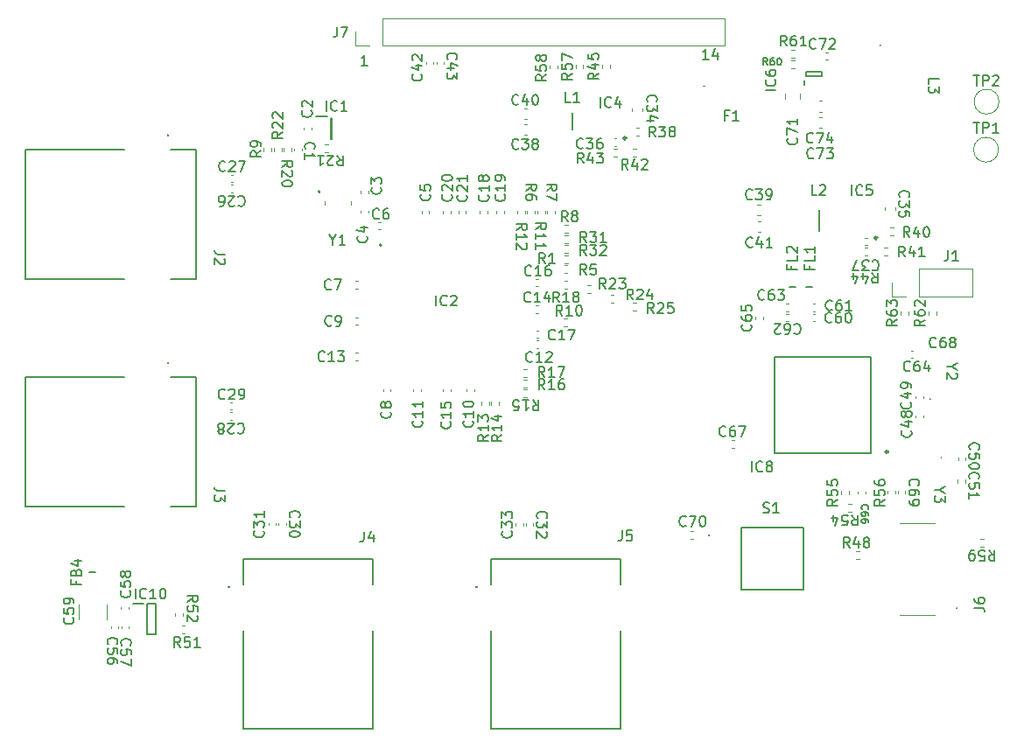
<source format=gto>
%TF.GenerationSoftware,KiCad,Pcbnew,7.0.5*%
%TF.CreationDate,2023-07-29T13:43:45+03:00*%
%TF.ProjectId,cf33_dock,63663333-5f64-46f6-936b-2e6b69636164,rev?*%
%TF.SameCoordinates,Original*%
%TF.FileFunction,Legend,Top*%
%TF.FilePolarity,Positive*%
%FSLAX46Y46*%
G04 Gerber Fmt 4.6, Leading zero omitted, Abs format (unit mm)*
G04 Created by KiCad (PCBNEW 7.0.5) date 2023-07-29 13:43:45*
%MOMM*%
%LPD*%
G01*
G04 APERTURE LIST*
%ADD10C,0.150000*%
%ADD11C,0.250000*%
%ADD12C,0.200000*%
%ADD13C,0.120000*%
%ADD14C,0.100000*%
G04 APERTURE END LIST*
D10*
X247485714Y-155954819D02*
X246914286Y-155954819D01*
X247200000Y-155954819D02*
X247200000Y-154954819D01*
X247200000Y-154954819D02*
X247104762Y-155097676D01*
X247104762Y-155097676D02*
X247009524Y-155192914D01*
X247009524Y-155192914D02*
X246914286Y-155240533D01*
X280509523Y-155354819D02*
X279938095Y-155354819D01*
X280223809Y-155354819D02*
X280223809Y-154354819D01*
X280223809Y-154354819D02*
X280128571Y-154497676D01*
X280128571Y-154497676D02*
X280033333Y-154592914D01*
X280033333Y-154592914D02*
X279938095Y-154640533D01*
X281366666Y-154688152D02*
X281366666Y-155354819D01*
X281128571Y-154307200D02*
X280890476Y-155021485D01*
X280890476Y-155021485D02*
X281509523Y-155021485D01*
X270029580Y-160009557D02*
X270029580Y-159009557D01*
X271077198Y-159914318D02*
X271029579Y-159961938D01*
X271029579Y-159961938D02*
X270886722Y-160009557D01*
X270886722Y-160009557D02*
X270791484Y-160009557D01*
X270791484Y-160009557D02*
X270648627Y-159961938D01*
X270648627Y-159961938D02*
X270553389Y-159866699D01*
X270553389Y-159866699D02*
X270505770Y-159771461D01*
X270505770Y-159771461D02*
X270458151Y-159580985D01*
X270458151Y-159580985D02*
X270458151Y-159438128D01*
X270458151Y-159438128D02*
X270505770Y-159247652D01*
X270505770Y-159247652D02*
X270553389Y-159152414D01*
X270553389Y-159152414D02*
X270648627Y-159057176D01*
X270648627Y-159057176D02*
X270791484Y-159009557D01*
X270791484Y-159009557D02*
X270886722Y-159009557D01*
X270886722Y-159009557D02*
X271029579Y-159057176D01*
X271029579Y-159057176D02*
X271077198Y-159104795D01*
X271934341Y-159342890D02*
X271934341Y-160009557D01*
X271696246Y-158961938D02*
X271458151Y-159676223D01*
X271458151Y-159676223D02*
X272077198Y-159676223D01*
X254150130Y-179210073D02*
X254150130Y-178210073D01*
X255197748Y-179114834D02*
X255150129Y-179162454D01*
X255150129Y-179162454D02*
X255007272Y-179210073D01*
X255007272Y-179210073D02*
X254912034Y-179210073D01*
X254912034Y-179210073D02*
X254769177Y-179162454D01*
X254769177Y-179162454D02*
X254673939Y-179067215D01*
X254673939Y-179067215D02*
X254626320Y-178971977D01*
X254626320Y-178971977D02*
X254578701Y-178781501D01*
X254578701Y-178781501D02*
X254578701Y-178638644D01*
X254578701Y-178638644D02*
X254626320Y-178448168D01*
X254626320Y-178448168D02*
X254673939Y-178352930D01*
X254673939Y-178352930D02*
X254769177Y-178257692D01*
X254769177Y-178257692D02*
X254912034Y-178210073D01*
X254912034Y-178210073D02*
X255007272Y-178210073D01*
X255007272Y-178210073D02*
X255150129Y-178257692D01*
X255150129Y-178257692D02*
X255197748Y-178305311D01*
X255578701Y-178305311D02*
X255626320Y-178257692D01*
X255626320Y-178257692D02*
X255721558Y-178210073D01*
X255721558Y-178210073D02*
X255959653Y-178210073D01*
X255959653Y-178210073D02*
X256054891Y-178257692D01*
X256054891Y-178257692D02*
X256102510Y-178305311D01*
X256102510Y-178305311D02*
X256150129Y-178400549D01*
X256150129Y-178400549D02*
X256150129Y-178495787D01*
X256150129Y-178495787D02*
X256102510Y-178638644D01*
X256102510Y-178638644D02*
X255531082Y-179210073D01*
X255531082Y-179210073D02*
X256150129Y-179210073D01*
X303665600Y-173859557D02*
X303665600Y-174573842D01*
X303665600Y-174573842D02*
X303617981Y-174716699D01*
X303617981Y-174716699D02*
X303522743Y-174811938D01*
X303522743Y-174811938D02*
X303379886Y-174859557D01*
X303379886Y-174859557D02*
X303284648Y-174859557D01*
X304665600Y-174859557D02*
X304094172Y-174859557D01*
X304379886Y-174859557D02*
X304379886Y-173859557D01*
X304379886Y-173859557D02*
X304284648Y-174002414D01*
X304284648Y-174002414D02*
X304189410Y-174097652D01*
X304189410Y-174097652D02*
X304094172Y-174145271D01*
X233744114Y-174221404D02*
X233029829Y-174221404D01*
X233029829Y-174221404D02*
X232886972Y-174173785D01*
X232886972Y-174173785D02*
X232791734Y-174078547D01*
X232791734Y-174078547D02*
X232744114Y-173935690D01*
X232744114Y-173935690D02*
X232744114Y-173840452D01*
X233648876Y-174649976D02*
X233696495Y-174697595D01*
X233696495Y-174697595D02*
X233744114Y-174792833D01*
X233744114Y-174792833D02*
X233744114Y-175030928D01*
X233744114Y-175030928D02*
X233696495Y-175126166D01*
X233696495Y-175126166D02*
X233648876Y-175173785D01*
X233648876Y-175173785D02*
X233553638Y-175221404D01*
X233553638Y-175221404D02*
X233458400Y-175221404D01*
X233458400Y-175221404D02*
X233315543Y-175173785D01*
X233315543Y-175173785D02*
X232744114Y-174602357D01*
X232744114Y-174602357D02*
X232744114Y-175221404D01*
X284673810Y-195264819D02*
X284673810Y-194264819D01*
X285721428Y-195169580D02*
X285673809Y-195217200D01*
X285673809Y-195217200D02*
X285530952Y-195264819D01*
X285530952Y-195264819D02*
X285435714Y-195264819D01*
X285435714Y-195264819D02*
X285292857Y-195217200D01*
X285292857Y-195217200D02*
X285197619Y-195121961D01*
X285197619Y-195121961D02*
X285150000Y-195026723D01*
X285150000Y-195026723D02*
X285102381Y-194836247D01*
X285102381Y-194836247D02*
X285102381Y-194693390D01*
X285102381Y-194693390D02*
X285150000Y-194502914D01*
X285150000Y-194502914D02*
X285197619Y-194407676D01*
X285197619Y-194407676D02*
X285292857Y-194312438D01*
X285292857Y-194312438D02*
X285435714Y-194264819D01*
X285435714Y-194264819D02*
X285530952Y-194264819D01*
X285530952Y-194264819D02*
X285673809Y-194312438D01*
X285673809Y-194312438D02*
X285721428Y-194360057D01*
X286292857Y-194693390D02*
X286197619Y-194645771D01*
X286197619Y-194645771D02*
X286150000Y-194598152D01*
X286150000Y-194598152D02*
X286102381Y-194502914D01*
X286102381Y-194502914D02*
X286102381Y-194455295D01*
X286102381Y-194455295D02*
X286150000Y-194360057D01*
X286150000Y-194360057D02*
X286197619Y-194312438D01*
X286197619Y-194312438D02*
X286292857Y-194264819D01*
X286292857Y-194264819D02*
X286483333Y-194264819D01*
X286483333Y-194264819D02*
X286578571Y-194312438D01*
X286578571Y-194312438D02*
X286626190Y-194360057D01*
X286626190Y-194360057D02*
X286673809Y-194455295D01*
X286673809Y-194455295D02*
X286673809Y-194502914D01*
X286673809Y-194502914D02*
X286626190Y-194598152D01*
X286626190Y-194598152D02*
X286578571Y-194645771D01*
X286578571Y-194645771D02*
X286483333Y-194693390D01*
X286483333Y-194693390D02*
X286292857Y-194693390D01*
X286292857Y-194693390D02*
X286197619Y-194741009D01*
X286197619Y-194741009D02*
X286150000Y-194788628D01*
X286150000Y-194788628D02*
X286102381Y-194883866D01*
X286102381Y-194883866D02*
X286102381Y-195074342D01*
X286102381Y-195074342D02*
X286150000Y-195169580D01*
X286150000Y-195169580D02*
X286197619Y-195217200D01*
X286197619Y-195217200D02*
X286292857Y-195264819D01*
X286292857Y-195264819D02*
X286483333Y-195264819D01*
X286483333Y-195264819D02*
X286578571Y-195217200D01*
X286578571Y-195217200D02*
X286626190Y-195169580D01*
X286626190Y-195169580D02*
X286673809Y-195074342D01*
X286673809Y-195074342D02*
X286673809Y-194883866D01*
X286673809Y-194883866D02*
X286626190Y-194788628D01*
X286626190Y-194788628D02*
X286578571Y-194741009D01*
X286578571Y-194741009D02*
X286483333Y-194693390D01*
X239303753Y-162397595D02*
X238827562Y-162730928D01*
X239303753Y-162969023D02*
X238303753Y-162969023D01*
X238303753Y-162969023D02*
X238303753Y-162588071D01*
X238303753Y-162588071D02*
X238351372Y-162492833D01*
X238351372Y-162492833D02*
X238398991Y-162445214D01*
X238398991Y-162445214D02*
X238494229Y-162397595D01*
X238494229Y-162397595D02*
X238637086Y-162397595D01*
X238637086Y-162397595D02*
X238732324Y-162445214D01*
X238732324Y-162445214D02*
X238779943Y-162492833D01*
X238779943Y-162492833D02*
X238827562Y-162588071D01*
X238827562Y-162588071D02*
X238827562Y-162969023D01*
X238398991Y-162016642D02*
X238351372Y-161969023D01*
X238351372Y-161969023D02*
X238303753Y-161873785D01*
X238303753Y-161873785D02*
X238303753Y-161635690D01*
X238303753Y-161635690D02*
X238351372Y-161540452D01*
X238351372Y-161540452D02*
X238398991Y-161492833D01*
X238398991Y-161492833D02*
X238494229Y-161445214D01*
X238494229Y-161445214D02*
X238589467Y-161445214D01*
X238589467Y-161445214D02*
X238732324Y-161492833D01*
X238732324Y-161492833D02*
X239303753Y-162064261D01*
X239303753Y-162064261D02*
X239303753Y-161445214D01*
X238398991Y-161064261D02*
X238351372Y-161016642D01*
X238351372Y-161016642D02*
X238303753Y-160921404D01*
X238303753Y-160921404D02*
X238303753Y-160683309D01*
X238303753Y-160683309D02*
X238351372Y-160588071D01*
X238351372Y-160588071D02*
X238398991Y-160540452D01*
X238398991Y-160540452D02*
X238494229Y-160492833D01*
X238494229Y-160492833D02*
X238589467Y-160492833D01*
X238589467Y-160492833D02*
X238732324Y-160540452D01*
X238732324Y-160540452D02*
X239303753Y-161111880D01*
X239303753Y-161111880D02*
X239303753Y-160492833D01*
X306137029Y-161459557D02*
X306708457Y-161459557D01*
X306422743Y-162459557D02*
X306422743Y-161459557D01*
X307041791Y-162459557D02*
X307041791Y-161459557D01*
X307041791Y-161459557D02*
X307422743Y-161459557D01*
X307422743Y-161459557D02*
X307517981Y-161507176D01*
X307517981Y-161507176D02*
X307565600Y-161554795D01*
X307565600Y-161554795D02*
X307613219Y-161650033D01*
X307613219Y-161650033D02*
X307613219Y-161792890D01*
X307613219Y-161792890D02*
X307565600Y-161888128D01*
X307565600Y-161888128D02*
X307517981Y-161935747D01*
X307517981Y-161935747D02*
X307422743Y-161983366D01*
X307422743Y-161983366D02*
X307041791Y-161983366D01*
X308565600Y-162459557D02*
X307994172Y-162459557D01*
X308279886Y-162459557D02*
X308279886Y-161459557D01*
X308279886Y-161459557D02*
X308184648Y-161602414D01*
X308184648Y-161602414D02*
X308089410Y-161697652D01*
X308089410Y-161697652D02*
X307994172Y-161745271D01*
X306137029Y-156911557D02*
X306708457Y-156911557D01*
X306422743Y-157911557D02*
X306422743Y-156911557D01*
X307041791Y-157911557D02*
X307041791Y-156911557D01*
X307041791Y-156911557D02*
X307422743Y-156911557D01*
X307422743Y-156911557D02*
X307517981Y-156959176D01*
X307517981Y-156959176D02*
X307565600Y-157006795D01*
X307565600Y-157006795D02*
X307613219Y-157102033D01*
X307613219Y-157102033D02*
X307613219Y-157244890D01*
X307613219Y-157244890D02*
X307565600Y-157340128D01*
X307565600Y-157340128D02*
X307517981Y-157387747D01*
X307517981Y-157387747D02*
X307422743Y-157435366D01*
X307422743Y-157435366D02*
X307041791Y-157435366D01*
X307994172Y-157006795D02*
X308041791Y-156959176D01*
X308041791Y-156959176D02*
X308137029Y-156911557D01*
X308137029Y-156911557D02*
X308375124Y-156911557D01*
X308375124Y-156911557D02*
X308470362Y-156959176D01*
X308470362Y-156959176D02*
X308517981Y-157006795D01*
X308517981Y-157006795D02*
X308565600Y-157102033D01*
X308565600Y-157102033D02*
X308565600Y-157197271D01*
X308565600Y-157197271D02*
X308517981Y-157340128D01*
X308517981Y-157340128D02*
X307946553Y-157911557D01*
X307946553Y-157911557D02*
X308565600Y-157911557D01*
X247408514Y-172471404D02*
X247456134Y-172519023D01*
X247456134Y-172519023D02*
X247503753Y-172661880D01*
X247503753Y-172661880D02*
X247503753Y-172757118D01*
X247503753Y-172757118D02*
X247456134Y-172899975D01*
X247456134Y-172899975D02*
X247360895Y-172995213D01*
X247360895Y-172995213D02*
X247265657Y-173042832D01*
X247265657Y-173042832D02*
X247075181Y-173090451D01*
X247075181Y-173090451D02*
X246932324Y-173090451D01*
X246932324Y-173090451D02*
X246741848Y-173042832D01*
X246741848Y-173042832D02*
X246646610Y-172995213D01*
X246646610Y-172995213D02*
X246551372Y-172899975D01*
X246551372Y-172899975D02*
X246503753Y-172757118D01*
X246503753Y-172757118D02*
X246503753Y-172661880D01*
X246503753Y-172661880D02*
X246551372Y-172519023D01*
X246551372Y-172519023D02*
X246598991Y-172471404D01*
X246837086Y-171614261D02*
X247503753Y-171614261D01*
X246456134Y-171852356D02*
X247170419Y-172090451D01*
X247170419Y-172090451D02*
X247170419Y-171471404D01*
X244149579Y-172833366D02*
X244149579Y-173309557D01*
X243816246Y-172309557D02*
X244149579Y-172833366D01*
X244149579Y-172833366D02*
X244482912Y-172309557D01*
X245340055Y-173309557D02*
X244768627Y-173309557D01*
X245054341Y-173309557D02*
X245054341Y-172309557D01*
X245054341Y-172309557D02*
X244959103Y-172452414D01*
X244959103Y-172452414D02*
X244863865Y-172547652D01*
X244863865Y-172547652D02*
X244768627Y-172595271D01*
X243982267Y-177564318D02*
X243934648Y-177611938D01*
X243934648Y-177611938D02*
X243791791Y-177659557D01*
X243791791Y-177659557D02*
X243696553Y-177659557D01*
X243696553Y-177659557D02*
X243553696Y-177611938D01*
X243553696Y-177611938D02*
X243458458Y-177516699D01*
X243458458Y-177516699D02*
X243410839Y-177421461D01*
X243410839Y-177421461D02*
X243363220Y-177230985D01*
X243363220Y-177230985D02*
X243363220Y-177088128D01*
X243363220Y-177088128D02*
X243410839Y-176897652D01*
X243410839Y-176897652D02*
X243458458Y-176802414D01*
X243458458Y-176802414D02*
X243553696Y-176707176D01*
X243553696Y-176707176D02*
X243696553Y-176659557D01*
X243696553Y-176659557D02*
X243791791Y-176659557D01*
X243791791Y-176659557D02*
X243934648Y-176707176D01*
X243934648Y-176707176D02*
X243982267Y-176754795D01*
X244315601Y-176659557D02*
X244982267Y-176659557D01*
X244982267Y-176659557D02*
X244553696Y-177659557D01*
X249708514Y-189471404D02*
X249756134Y-189519023D01*
X249756134Y-189519023D02*
X249803753Y-189661880D01*
X249803753Y-189661880D02*
X249803753Y-189757118D01*
X249803753Y-189757118D02*
X249756134Y-189899975D01*
X249756134Y-189899975D02*
X249660895Y-189995213D01*
X249660895Y-189995213D02*
X249565657Y-190042832D01*
X249565657Y-190042832D02*
X249375181Y-190090451D01*
X249375181Y-190090451D02*
X249232324Y-190090451D01*
X249232324Y-190090451D02*
X249041848Y-190042832D01*
X249041848Y-190042832D02*
X248946610Y-189995213D01*
X248946610Y-189995213D02*
X248851372Y-189899975D01*
X248851372Y-189899975D02*
X248803753Y-189757118D01*
X248803753Y-189757118D02*
X248803753Y-189661880D01*
X248803753Y-189661880D02*
X248851372Y-189519023D01*
X248851372Y-189519023D02*
X248898991Y-189471404D01*
X249232324Y-188899975D02*
X249184705Y-188995213D01*
X249184705Y-188995213D02*
X249137086Y-189042832D01*
X249137086Y-189042832D02*
X249041848Y-189090451D01*
X249041848Y-189090451D02*
X248994229Y-189090451D01*
X248994229Y-189090451D02*
X248898991Y-189042832D01*
X248898991Y-189042832D02*
X248851372Y-188995213D01*
X248851372Y-188995213D02*
X248803753Y-188899975D01*
X248803753Y-188899975D02*
X248803753Y-188709499D01*
X248803753Y-188709499D02*
X248851372Y-188614261D01*
X248851372Y-188614261D02*
X248898991Y-188566642D01*
X248898991Y-188566642D02*
X248994229Y-188519023D01*
X248994229Y-188519023D02*
X249041848Y-188519023D01*
X249041848Y-188519023D02*
X249137086Y-188566642D01*
X249137086Y-188566642D02*
X249184705Y-188614261D01*
X249184705Y-188614261D02*
X249232324Y-188709499D01*
X249232324Y-188709499D02*
X249232324Y-188899975D01*
X249232324Y-188899975D02*
X249279943Y-188995213D01*
X249279943Y-188995213D02*
X249327562Y-189042832D01*
X249327562Y-189042832D02*
X249422800Y-189090451D01*
X249422800Y-189090451D02*
X249613276Y-189090451D01*
X249613276Y-189090451D02*
X249708514Y-189042832D01*
X249708514Y-189042832D02*
X249756134Y-188995213D01*
X249756134Y-188995213D02*
X249803753Y-188899975D01*
X249803753Y-188899975D02*
X249803753Y-188709499D01*
X249803753Y-188709499D02*
X249756134Y-188614261D01*
X249756134Y-188614261D02*
X249708514Y-188566642D01*
X249708514Y-188566642D02*
X249613276Y-188519023D01*
X249613276Y-188519023D02*
X249422800Y-188519023D01*
X249422800Y-188519023D02*
X249327562Y-188566642D01*
X249327562Y-188566642D02*
X249279943Y-188614261D01*
X249279943Y-188614261D02*
X249232324Y-188709499D01*
X257658514Y-190347595D02*
X257706134Y-190395214D01*
X257706134Y-190395214D02*
X257753753Y-190538071D01*
X257753753Y-190538071D02*
X257753753Y-190633309D01*
X257753753Y-190633309D02*
X257706134Y-190776166D01*
X257706134Y-190776166D02*
X257610895Y-190871404D01*
X257610895Y-190871404D02*
X257515657Y-190919023D01*
X257515657Y-190919023D02*
X257325181Y-190966642D01*
X257325181Y-190966642D02*
X257182324Y-190966642D01*
X257182324Y-190966642D02*
X256991848Y-190919023D01*
X256991848Y-190919023D02*
X256896610Y-190871404D01*
X256896610Y-190871404D02*
X256801372Y-190776166D01*
X256801372Y-190776166D02*
X256753753Y-190633309D01*
X256753753Y-190633309D02*
X256753753Y-190538071D01*
X256753753Y-190538071D02*
X256801372Y-190395214D01*
X256801372Y-190395214D02*
X256848991Y-190347595D01*
X257753753Y-189395214D02*
X257753753Y-189966642D01*
X257753753Y-189680928D02*
X256753753Y-189680928D01*
X256753753Y-189680928D02*
X256896610Y-189776166D01*
X256896610Y-189776166D02*
X256991848Y-189871404D01*
X256991848Y-189871404D02*
X257039467Y-189966642D01*
X256753753Y-188776166D02*
X256753753Y-188680928D01*
X256753753Y-188680928D02*
X256801372Y-188585690D01*
X256801372Y-188585690D02*
X256848991Y-188538071D01*
X256848991Y-188538071D02*
X256944229Y-188490452D01*
X256944229Y-188490452D02*
X257134705Y-188442833D01*
X257134705Y-188442833D02*
X257372800Y-188442833D01*
X257372800Y-188442833D02*
X257563276Y-188490452D01*
X257563276Y-188490452D02*
X257658514Y-188538071D01*
X257658514Y-188538071D02*
X257706134Y-188585690D01*
X257706134Y-188585690D02*
X257753753Y-188680928D01*
X257753753Y-188680928D02*
X257753753Y-188776166D01*
X257753753Y-188776166D02*
X257706134Y-188871404D01*
X257706134Y-188871404D02*
X257658514Y-188919023D01*
X257658514Y-188919023D02*
X257563276Y-188966642D01*
X257563276Y-188966642D02*
X257372800Y-189014261D01*
X257372800Y-189014261D02*
X257134705Y-189014261D01*
X257134705Y-189014261D02*
X256944229Y-188966642D01*
X256944229Y-188966642D02*
X256848991Y-188919023D01*
X256848991Y-188919023D02*
X256801372Y-188871404D01*
X256801372Y-188871404D02*
X256753753Y-188776166D01*
X252758514Y-190347595D02*
X252806134Y-190395214D01*
X252806134Y-190395214D02*
X252853753Y-190538071D01*
X252853753Y-190538071D02*
X252853753Y-190633309D01*
X252853753Y-190633309D02*
X252806134Y-190776166D01*
X252806134Y-190776166D02*
X252710895Y-190871404D01*
X252710895Y-190871404D02*
X252615657Y-190919023D01*
X252615657Y-190919023D02*
X252425181Y-190966642D01*
X252425181Y-190966642D02*
X252282324Y-190966642D01*
X252282324Y-190966642D02*
X252091848Y-190919023D01*
X252091848Y-190919023D02*
X251996610Y-190871404D01*
X251996610Y-190871404D02*
X251901372Y-190776166D01*
X251901372Y-190776166D02*
X251853753Y-190633309D01*
X251853753Y-190633309D02*
X251853753Y-190538071D01*
X251853753Y-190538071D02*
X251901372Y-190395214D01*
X251901372Y-190395214D02*
X251948991Y-190347595D01*
X252853753Y-189395214D02*
X252853753Y-189966642D01*
X252853753Y-189680928D02*
X251853753Y-189680928D01*
X251853753Y-189680928D02*
X251996610Y-189776166D01*
X251996610Y-189776166D02*
X252091848Y-189871404D01*
X252091848Y-189871404D02*
X252139467Y-189966642D01*
X252853753Y-188442833D02*
X252853753Y-189014261D01*
X252853753Y-188728547D02*
X251853753Y-188728547D01*
X251853753Y-188728547D02*
X251996610Y-188823785D01*
X251996610Y-188823785D02*
X252091848Y-188919023D01*
X252091848Y-188919023D02*
X252139467Y-189014261D01*
X263456076Y-184564318D02*
X263408457Y-184611938D01*
X263408457Y-184611938D02*
X263265600Y-184659557D01*
X263265600Y-184659557D02*
X263170362Y-184659557D01*
X263170362Y-184659557D02*
X263027505Y-184611938D01*
X263027505Y-184611938D02*
X262932267Y-184516699D01*
X262932267Y-184516699D02*
X262884648Y-184421461D01*
X262884648Y-184421461D02*
X262837029Y-184230985D01*
X262837029Y-184230985D02*
X262837029Y-184088128D01*
X262837029Y-184088128D02*
X262884648Y-183897652D01*
X262884648Y-183897652D02*
X262932267Y-183802414D01*
X262932267Y-183802414D02*
X263027505Y-183707176D01*
X263027505Y-183707176D02*
X263170362Y-183659557D01*
X263170362Y-183659557D02*
X263265600Y-183659557D01*
X263265600Y-183659557D02*
X263408457Y-183707176D01*
X263408457Y-183707176D02*
X263456076Y-183754795D01*
X264408457Y-184659557D02*
X263837029Y-184659557D01*
X264122743Y-184659557D02*
X264122743Y-183659557D01*
X264122743Y-183659557D02*
X264027505Y-183802414D01*
X264027505Y-183802414D02*
X263932267Y-183897652D01*
X263932267Y-183897652D02*
X263837029Y-183945271D01*
X264789410Y-183754795D02*
X264837029Y-183707176D01*
X264837029Y-183707176D02*
X264932267Y-183659557D01*
X264932267Y-183659557D02*
X265170362Y-183659557D01*
X265170362Y-183659557D02*
X265265600Y-183707176D01*
X265265600Y-183707176D02*
X265313219Y-183754795D01*
X265313219Y-183754795D02*
X265360838Y-183850033D01*
X265360838Y-183850033D02*
X265360838Y-183945271D01*
X265360838Y-183945271D02*
X265313219Y-184088128D01*
X265313219Y-184088128D02*
X264741791Y-184659557D01*
X264741791Y-184659557D02*
X265360838Y-184659557D01*
X243356076Y-184514318D02*
X243308457Y-184561938D01*
X243308457Y-184561938D02*
X243165600Y-184609557D01*
X243165600Y-184609557D02*
X243070362Y-184609557D01*
X243070362Y-184609557D02*
X242927505Y-184561938D01*
X242927505Y-184561938D02*
X242832267Y-184466699D01*
X242832267Y-184466699D02*
X242784648Y-184371461D01*
X242784648Y-184371461D02*
X242737029Y-184180985D01*
X242737029Y-184180985D02*
X242737029Y-184038128D01*
X242737029Y-184038128D02*
X242784648Y-183847652D01*
X242784648Y-183847652D02*
X242832267Y-183752414D01*
X242832267Y-183752414D02*
X242927505Y-183657176D01*
X242927505Y-183657176D02*
X243070362Y-183609557D01*
X243070362Y-183609557D02*
X243165600Y-183609557D01*
X243165600Y-183609557D02*
X243308457Y-183657176D01*
X243308457Y-183657176D02*
X243356076Y-183704795D01*
X244308457Y-184609557D02*
X243737029Y-184609557D01*
X244022743Y-184609557D02*
X244022743Y-183609557D01*
X244022743Y-183609557D02*
X243927505Y-183752414D01*
X243927505Y-183752414D02*
X243832267Y-183847652D01*
X243832267Y-183847652D02*
X243737029Y-183895271D01*
X244641791Y-183609557D02*
X245260838Y-183609557D01*
X245260838Y-183609557D02*
X244927505Y-183990509D01*
X244927505Y-183990509D02*
X245070362Y-183990509D01*
X245070362Y-183990509D02*
X245165600Y-184038128D01*
X245165600Y-184038128D02*
X245213219Y-184085747D01*
X245213219Y-184085747D02*
X245260838Y-184180985D01*
X245260838Y-184180985D02*
X245260838Y-184419080D01*
X245260838Y-184419080D02*
X245213219Y-184514318D01*
X245213219Y-184514318D02*
X245165600Y-184561938D01*
X245165600Y-184561938D02*
X245070362Y-184609557D01*
X245070362Y-184609557D02*
X244784648Y-184609557D01*
X244784648Y-184609557D02*
X244689410Y-184561938D01*
X244689410Y-184561938D02*
X244641791Y-184514318D01*
X263276076Y-178764318D02*
X263228457Y-178811938D01*
X263228457Y-178811938D02*
X263085600Y-178859557D01*
X263085600Y-178859557D02*
X262990362Y-178859557D01*
X262990362Y-178859557D02*
X262847505Y-178811938D01*
X262847505Y-178811938D02*
X262752267Y-178716699D01*
X262752267Y-178716699D02*
X262704648Y-178621461D01*
X262704648Y-178621461D02*
X262657029Y-178430985D01*
X262657029Y-178430985D02*
X262657029Y-178288128D01*
X262657029Y-178288128D02*
X262704648Y-178097652D01*
X262704648Y-178097652D02*
X262752267Y-178002414D01*
X262752267Y-178002414D02*
X262847505Y-177907176D01*
X262847505Y-177907176D02*
X262990362Y-177859557D01*
X262990362Y-177859557D02*
X263085600Y-177859557D01*
X263085600Y-177859557D02*
X263228457Y-177907176D01*
X263228457Y-177907176D02*
X263276076Y-177954795D01*
X264228457Y-178859557D02*
X263657029Y-178859557D01*
X263942743Y-178859557D02*
X263942743Y-177859557D01*
X263942743Y-177859557D02*
X263847505Y-178002414D01*
X263847505Y-178002414D02*
X263752267Y-178097652D01*
X263752267Y-178097652D02*
X263657029Y-178145271D01*
X265085600Y-178192890D02*
X265085600Y-178859557D01*
X264847505Y-177811938D02*
X264609410Y-178526223D01*
X264609410Y-178526223D02*
X265228457Y-178526223D01*
X255508514Y-190447595D02*
X255556134Y-190495214D01*
X255556134Y-190495214D02*
X255603753Y-190638071D01*
X255603753Y-190638071D02*
X255603753Y-190733309D01*
X255603753Y-190733309D02*
X255556134Y-190876166D01*
X255556134Y-190876166D02*
X255460895Y-190971404D01*
X255460895Y-190971404D02*
X255365657Y-191019023D01*
X255365657Y-191019023D02*
X255175181Y-191066642D01*
X255175181Y-191066642D02*
X255032324Y-191066642D01*
X255032324Y-191066642D02*
X254841848Y-191019023D01*
X254841848Y-191019023D02*
X254746610Y-190971404D01*
X254746610Y-190971404D02*
X254651372Y-190876166D01*
X254651372Y-190876166D02*
X254603753Y-190733309D01*
X254603753Y-190733309D02*
X254603753Y-190638071D01*
X254603753Y-190638071D02*
X254651372Y-190495214D01*
X254651372Y-190495214D02*
X254698991Y-190447595D01*
X255603753Y-189495214D02*
X255603753Y-190066642D01*
X255603753Y-189780928D02*
X254603753Y-189780928D01*
X254603753Y-189780928D02*
X254746610Y-189876166D01*
X254746610Y-189876166D02*
X254841848Y-189971404D01*
X254841848Y-189971404D02*
X254889467Y-190066642D01*
X254603753Y-188590452D02*
X254603753Y-189066642D01*
X254603753Y-189066642D02*
X255079943Y-189114261D01*
X255079943Y-189114261D02*
X255032324Y-189066642D01*
X255032324Y-189066642D02*
X254984705Y-188971404D01*
X254984705Y-188971404D02*
X254984705Y-188733309D01*
X254984705Y-188733309D02*
X255032324Y-188638071D01*
X255032324Y-188638071D02*
X255079943Y-188590452D01*
X255079943Y-188590452D02*
X255175181Y-188542833D01*
X255175181Y-188542833D02*
X255413276Y-188542833D01*
X255413276Y-188542833D02*
X255508514Y-188590452D01*
X255508514Y-188590452D02*
X255556134Y-188638071D01*
X255556134Y-188638071D02*
X255603753Y-188733309D01*
X255603753Y-188733309D02*
X255603753Y-188971404D01*
X255603753Y-188971404D02*
X255556134Y-189066642D01*
X255556134Y-189066642D02*
X255508514Y-189114261D01*
X265656076Y-182414318D02*
X265608457Y-182461938D01*
X265608457Y-182461938D02*
X265465600Y-182509557D01*
X265465600Y-182509557D02*
X265370362Y-182509557D01*
X265370362Y-182509557D02*
X265227505Y-182461938D01*
X265227505Y-182461938D02*
X265132267Y-182366699D01*
X265132267Y-182366699D02*
X265084648Y-182271461D01*
X265084648Y-182271461D02*
X265037029Y-182080985D01*
X265037029Y-182080985D02*
X265037029Y-181938128D01*
X265037029Y-181938128D02*
X265084648Y-181747652D01*
X265084648Y-181747652D02*
X265132267Y-181652414D01*
X265132267Y-181652414D02*
X265227505Y-181557176D01*
X265227505Y-181557176D02*
X265370362Y-181509557D01*
X265370362Y-181509557D02*
X265465600Y-181509557D01*
X265465600Y-181509557D02*
X265608457Y-181557176D01*
X265608457Y-181557176D02*
X265656076Y-181604795D01*
X266608457Y-182509557D02*
X266037029Y-182509557D01*
X266322743Y-182509557D02*
X266322743Y-181509557D01*
X266322743Y-181509557D02*
X266227505Y-181652414D01*
X266227505Y-181652414D02*
X266132267Y-181747652D01*
X266132267Y-181747652D02*
X266037029Y-181795271D01*
X266941791Y-181509557D02*
X267608457Y-181509557D01*
X267608457Y-181509557D02*
X267179886Y-182509557D01*
X259158514Y-168497595D02*
X259206134Y-168545214D01*
X259206134Y-168545214D02*
X259253753Y-168688071D01*
X259253753Y-168688071D02*
X259253753Y-168783309D01*
X259253753Y-168783309D02*
X259206134Y-168926166D01*
X259206134Y-168926166D02*
X259110895Y-169021404D01*
X259110895Y-169021404D02*
X259015657Y-169069023D01*
X259015657Y-169069023D02*
X258825181Y-169116642D01*
X258825181Y-169116642D02*
X258682324Y-169116642D01*
X258682324Y-169116642D02*
X258491848Y-169069023D01*
X258491848Y-169069023D02*
X258396610Y-169021404D01*
X258396610Y-169021404D02*
X258301372Y-168926166D01*
X258301372Y-168926166D02*
X258253753Y-168783309D01*
X258253753Y-168783309D02*
X258253753Y-168688071D01*
X258253753Y-168688071D02*
X258301372Y-168545214D01*
X258301372Y-168545214D02*
X258348991Y-168497595D01*
X259253753Y-167545214D02*
X259253753Y-168116642D01*
X259253753Y-167830928D02*
X258253753Y-167830928D01*
X258253753Y-167830928D02*
X258396610Y-167926166D01*
X258396610Y-167926166D02*
X258491848Y-168021404D01*
X258491848Y-168021404D02*
X258539467Y-168116642D01*
X258682324Y-166973785D02*
X258634705Y-167069023D01*
X258634705Y-167069023D02*
X258587086Y-167116642D01*
X258587086Y-167116642D02*
X258491848Y-167164261D01*
X258491848Y-167164261D02*
X258444229Y-167164261D01*
X258444229Y-167164261D02*
X258348991Y-167116642D01*
X258348991Y-167116642D02*
X258301372Y-167069023D01*
X258301372Y-167069023D02*
X258253753Y-166973785D01*
X258253753Y-166973785D02*
X258253753Y-166783309D01*
X258253753Y-166783309D02*
X258301372Y-166688071D01*
X258301372Y-166688071D02*
X258348991Y-166640452D01*
X258348991Y-166640452D02*
X258444229Y-166592833D01*
X258444229Y-166592833D02*
X258491848Y-166592833D01*
X258491848Y-166592833D02*
X258587086Y-166640452D01*
X258587086Y-166640452D02*
X258634705Y-166688071D01*
X258634705Y-166688071D02*
X258682324Y-166783309D01*
X258682324Y-166783309D02*
X258682324Y-166973785D01*
X258682324Y-166973785D02*
X258729943Y-167069023D01*
X258729943Y-167069023D02*
X258777562Y-167116642D01*
X258777562Y-167116642D02*
X258872800Y-167164261D01*
X258872800Y-167164261D02*
X259063276Y-167164261D01*
X259063276Y-167164261D02*
X259158514Y-167116642D01*
X259158514Y-167116642D02*
X259206134Y-167069023D01*
X259206134Y-167069023D02*
X259253753Y-166973785D01*
X259253753Y-166973785D02*
X259253753Y-166783309D01*
X259253753Y-166783309D02*
X259206134Y-166688071D01*
X259206134Y-166688071D02*
X259158514Y-166640452D01*
X259158514Y-166640452D02*
X259063276Y-166592833D01*
X259063276Y-166592833D02*
X258872800Y-166592833D01*
X258872800Y-166592833D02*
X258777562Y-166640452D01*
X258777562Y-166640452D02*
X258729943Y-166688071D01*
X258729943Y-166688071D02*
X258682324Y-166783309D01*
X260758514Y-168447595D02*
X260806134Y-168495214D01*
X260806134Y-168495214D02*
X260853753Y-168638071D01*
X260853753Y-168638071D02*
X260853753Y-168733309D01*
X260853753Y-168733309D02*
X260806134Y-168876166D01*
X260806134Y-168876166D02*
X260710895Y-168971404D01*
X260710895Y-168971404D02*
X260615657Y-169019023D01*
X260615657Y-169019023D02*
X260425181Y-169066642D01*
X260425181Y-169066642D02*
X260282324Y-169066642D01*
X260282324Y-169066642D02*
X260091848Y-169019023D01*
X260091848Y-169019023D02*
X259996610Y-168971404D01*
X259996610Y-168971404D02*
X259901372Y-168876166D01*
X259901372Y-168876166D02*
X259853753Y-168733309D01*
X259853753Y-168733309D02*
X259853753Y-168638071D01*
X259853753Y-168638071D02*
X259901372Y-168495214D01*
X259901372Y-168495214D02*
X259948991Y-168447595D01*
X260853753Y-167495214D02*
X260853753Y-168066642D01*
X260853753Y-167780928D02*
X259853753Y-167780928D01*
X259853753Y-167780928D02*
X259996610Y-167876166D01*
X259996610Y-167876166D02*
X260091848Y-167971404D01*
X260091848Y-167971404D02*
X260139467Y-168066642D01*
X260853753Y-167019023D02*
X260853753Y-166828547D01*
X260853753Y-166828547D02*
X260806134Y-166733309D01*
X260806134Y-166733309D02*
X260758514Y-166685690D01*
X260758514Y-166685690D02*
X260615657Y-166590452D01*
X260615657Y-166590452D02*
X260425181Y-166542833D01*
X260425181Y-166542833D02*
X260044229Y-166542833D01*
X260044229Y-166542833D02*
X259948991Y-166590452D01*
X259948991Y-166590452D02*
X259901372Y-166638071D01*
X259901372Y-166638071D02*
X259853753Y-166733309D01*
X259853753Y-166733309D02*
X259853753Y-166923785D01*
X259853753Y-166923785D02*
X259901372Y-167019023D01*
X259901372Y-167019023D02*
X259948991Y-167066642D01*
X259948991Y-167066642D02*
X260044229Y-167114261D01*
X260044229Y-167114261D02*
X260282324Y-167114261D01*
X260282324Y-167114261D02*
X260377562Y-167066642D01*
X260377562Y-167066642D02*
X260425181Y-167019023D01*
X260425181Y-167019023D02*
X260472800Y-166923785D01*
X260472800Y-166923785D02*
X260472800Y-166733309D01*
X260472800Y-166733309D02*
X260425181Y-166638071D01*
X260425181Y-166638071D02*
X260377562Y-166590452D01*
X260377562Y-166590452D02*
X260282324Y-166542833D01*
X255608514Y-168447595D02*
X255656134Y-168495214D01*
X255656134Y-168495214D02*
X255703753Y-168638071D01*
X255703753Y-168638071D02*
X255703753Y-168733309D01*
X255703753Y-168733309D02*
X255656134Y-168876166D01*
X255656134Y-168876166D02*
X255560895Y-168971404D01*
X255560895Y-168971404D02*
X255465657Y-169019023D01*
X255465657Y-169019023D02*
X255275181Y-169066642D01*
X255275181Y-169066642D02*
X255132324Y-169066642D01*
X255132324Y-169066642D02*
X254941848Y-169019023D01*
X254941848Y-169019023D02*
X254846610Y-168971404D01*
X254846610Y-168971404D02*
X254751372Y-168876166D01*
X254751372Y-168876166D02*
X254703753Y-168733309D01*
X254703753Y-168733309D02*
X254703753Y-168638071D01*
X254703753Y-168638071D02*
X254751372Y-168495214D01*
X254751372Y-168495214D02*
X254798991Y-168447595D01*
X254798991Y-168066642D02*
X254751372Y-168019023D01*
X254751372Y-168019023D02*
X254703753Y-167923785D01*
X254703753Y-167923785D02*
X254703753Y-167685690D01*
X254703753Y-167685690D02*
X254751372Y-167590452D01*
X254751372Y-167590452D02*
X254798991Y-167542833D01*
X254798991Y-167542833D02*
X254894229Y-167495214D01*
X254894229Y-167495214D02*
X254989467Y-167495214D01*
X254989467Y-167495214D02*
X255132324Y-167542833D01*
X255132324Y-167542833D02*
X255703753Y-168114261D01*
X255703753Y-168114261D02*
X255703753Y-167495214D01*
X254703753Y-166876166D02*
X254703753Y-166780928D01*
X254703753Y-166780928D02*
X254751372Y-166685690D01*
X254751372Y-166685690D02*
X254798991Y-166638071D01*
X254798991Y-166638071D02*
X254894229Y-166590452D01*
X254894229Y-166590452D02*
X255084705Y-166542833D01*
X255084705Y-166542833D02*
X255322800Y-166542833D01*
X255322800Y-166542833D02*
X255513276Y-166590452D01*
X255513276Y-166590452D02*
X255608514Y-166638071D01*
X255608514Y-166638071D02*
X255656134Y-166685690D01*
X255656134Y-166685690D02*
X255703753Y-166780928D01*
X255703753Y-166780928D02*
X255703753Y-166876166D01*
X255703753Y-166876166D02*
X255656134Y-166971404D01*
X255656134Y-166971404D02*
X255608514Y-167019023D01*
X255608514Y-167019023D02*
X255513276Y-167066642D01*
X255513276Y-167066642D02*
X255322800Y-167114261D01*
X255322800Y-167114261D02*
X255084705Y-167114261D01*
X255084705Y-167114261D02*
X254894229Y-167066642D01*
X254894229Y-167066642D02*
X254798991Y-167019023D01*
X254798991Y-167019023D02*
X254751372Y-166971404D01*
X254751372Y-166971404D02*
X254703753Y-166876166D01*
X257058514Y-168497595D02*
X257106134Y-168545214D01*
X257106134Y-168545214D02*
X257153753Y-168688071D01*
X257153753Y-168688071D02*
X257153753Y-168783309D01*
X257153753Y-168783309D02*
X257106134Y-168926166D01*
X257106134Y-168926166D02*
X257010895Y-169021404D01*
X257010895Y-169021404D02*
X256915657Y-169069023D01*
X256915657Y-169069023D02*
X256725181Y-169116642D01*
X256725181Y-169116642D02*
X256582324Y-169116642D01*
X256582324Y-169116642D02*
X256391848Y-169069023D01*
X256391848Y-169069023D02*
X256296610Y-169021404D01*
X256296610Y-169021404D02*
X256201372Y-168926166D01*
X256201372Y-168926166D02*
X256153753Y-168783309D01*
X256153753Y-168783309D02*
X256153753Y-168688071D01*
X256153753Y-168688071D02*
X256201372Y-168545214D01*
X256201372Y-168545214D02*
X256248991Y-168497595D01*
X256248991Y-168116642D02*
X256201372Y-168069023D01*
X256201372Y-168069023D02*
X256153753Y-167973785D01*
X256153753Y-167973785D02*
X256153753Y-167735690D01*
X256153753Y-167735690D02*
X256201372Y-167640452D01*
X256201372Y-167640452D02*
X256248991Y-167592833D01*
X256248991Y-167592833D02*
X256344229Y-167545214D01*
X256344229Y-167545214D02*
X256439467Y-167545214D01*
X256439467Y-167545214D02*
X256582324Y-167592833D01*
X256582324Y-167592833D02*
X257153753Y-168164261D01*
X257153753Y-168164261D02*
X257153753Y-167545214D01*
X257153753Y-166592833D02*
X257153753Y-167164261D01*
X257153753Y-166878547D02*
X256153753Y-166878547D01*
X256153753Y-166878547D02*
X256296610Y-166973785D01*
X256296610Y-166973785D02*
X256391848Y-167069023D01*
X256391848Y-167069023D02*
X256439467Y-167164261D01*
X244032267Y-181064318D02*
X243984648Y-181111938D01*
X243984648Y-181111938D02*
X243841791Y-181159557D01*
X243841791Y-181159557D02*
X243746553Y-181159557D01*
X243746553Y-181159557D02*
X243603696Y-181111938D01*
X243603696Y-181111938D02*
X243508458Y-181016699D01*
X243508458Y-181016699D02*
X243460839Y-180921461D01*
X243460839Y-180921461D02*
X243413220Y-180730985D01*
X243413220Y-180730985D02*
X243413220Y-180588128D01*
X243413220Y-180588128D02*
X243460839Y-180397652D01*
X243460839Y-180397652D02*
X243508458Y-180302414D01*
X243508458Y-180302414D02*
X243603696Y-180207176D01*
X243603696Y-180207176D02*
X243746553Y-180159557D01*
X243746553Y-180159557D02*
X243841791Y-180159557D01*
X243841791Y-180159557D02*
X243984648Y-180207176D01*
X243984648Y-180207176D02*
X244032267Y-180254795D01*
X244508458Y-181159557D02*
X244698934Y-181159557D01*
X244698934Y-181159557D02*
X244794172Y-181111938D01*
X244794172Y-181111938D02*
X244841791Y-181064318D01*
X244841791Y-181064318D02*
X244937029Y-180921461D01*
X244937029Y-180921461D02*
X244984648Y-180730985D01*
X244984648Y-180730985D02*
X244984648Y-180350033D01*
X244984648Y-180350033D02*
X244937029Y-180254795D01*
X244937029Y-180254795D02*
X244889410Y-180207176D01*
X244889410Y-180207176D02*
X244794172Y-180159557D01*
X244794172Y-180159557D02*
X244603696Y-180159557D01*
X244603696Y-180159557D02*
X244508458Y-180207176D01*
X244508458Y-180207176D02*
X244460839Y-180254795D01*
X244460839Y-180254795D02*
X244413220Y-180350033D01*
X244413220Y-180350033D02*
X244413220Y-180588128D01*
X244413220Y-180588128D02*
X244460839Y-180683366D01*
X244460839Y-180683366D02*
X244508458Y-180730985D01*
X244508458Y-180730985D02*
X244603696Y-180778604D01*
X244603696Y-180778604D02*
X244794172Y-180778604D01*
X244794172Y-180778604D02*
X244889410Y-180730985D01*
X244889410Y-180730985D02*
X244937029Y-180683366D01*
X244937029Y-180683366D02*
X244984648Y-180588128D01*
X241539353Y-164038071D02*
X241491734Y-163990452D01*
X241491734Y-163990452D02*
X241444114Y-163847595D01*
X241444114Y-163847595D02*
X241444114Y-163752357D01*
X241444114Y-163752357D02*
X241491734Y-163609500D01*
X241491734Y-163609500D02*
X241586972Y-163514262D01*
X241586972Y-163514262D02*
X241682210Y-163466643D01*
X241682210Y-163466643D02*
X241872686Y-163419024D01*
X241872686Y-163419024D02*
X242015543Y-163419024D01*
X242015543Y-163419024D02*
X242206019Y-163466643D01*
X242206019Y-163466643D02*
X242301257Y-163514262D01*
X242301257Y-163514262D02*
X242396495Y-163609500D01*
X242396495Y-163609500D02*
X242444114Y-163752357D01*
X242444114Y-163752357D02*
X242444114Y-163847595D01*
X242444114Y-163847595D02*
X242396495Y-163990452D01*
X242396495Y-163990452D02*
X242348876Y-164038071D01*
X241444114Y-164990452D02*
X241444114Y-164419024D01*
X241444114Y-164704738D02*
X242444114Y-164704738D01*
X242444114Y-164704738D02*
X242301257Y-164609500D01*
X242301257Y-164609500D02*
X242206019Y-164514262D01*
X242206019Y-164514262D02*
X242158400Y-164419024D01*
X242058514Y-160321404D02*
X242106134Y-160369023D01*
X242106134Y-160369023D02*
X242153753Y-160511880D01*
X242153753Y-160511880D02*
X242153753Y-160607118D01*
X242153753Y-160607118D02*
X242106134Y-160749975D01*
X242106134Y-160749975D02*
X242010895Y-160845213D01*
X242010895Y-160845213D02*
X241915657Y-160892832D01*
X241915657Y-160892832D02*
X241725181Y-160940451D01*
X241725181Y-160940451D02*
X241582324Y-160940451D01*
X241582324Y-160940451D02*
X241391848Y-160892832D01*
X241391848Y-160892832D02*
X241296610Y-160845213D01*
X241296610Y-160845213D02*
X241201372Y-160749975D01*
X241201372Y-160749975D02*
X241153753Y-160607118D01*
X241153753Y-160607118D02*
X241153753Y-160511880D01*
X241153753Y-160511880D02*
X241201372Y-160369023D01*
X241201372Y-160369023D02*
X241248991Y-160321404D01*
X241248991Y-159940451D02*
X241201372Y-159892832D01*
X241201372Y-159892832D02*
X241153753Y-159797594D01*
X241153753Y-159797594D02*
X241153753Y-159559499D01*
X241153753Y-159559499D02*
X241201372Y-159464261D01*
X241201372Y-159464261D02*
X241248991Y-159416642D01*
X241248991Y-159416642D02*
X241344229Y-159369023D01*
X241344229Y-159369023D02*
X241439467Y-159369023D01*
X241439467Y-159369023D02*
X241582324Y-159416642D01*
X241582324Y-159416642D02*
X242153753Y-159988070D01*
X242153753Y-159988070D02*
X242153753Y-159369023D01*
X294156076Y-202609557D02*
X293822743Y-202133366D01*
X293584648Y-202609557D02*
X293584648Y-201609557D01*
X293584648Y-201609557D02*
X293965600Y-201609557D01*
X293965600Y-201609557D02*
X294060838Y-201657176D01*
X294060838Y-201657176D02*
X294108457Y-201704795D01*
X294108457Y-201704795D02*
X294156076Y-201800033D01*
X294156076Y-201800033D02*
X294156076Y-201942890D01*
X294156076Y-201942890D02*
X294108457Y-202038128D01*
X294108457Y-202038128D02*
X294060838Y-202085747D01*
X294060838Y-202085747D02*
X293965600Y-202133366D01*
X293965600Y-202133366D02*
X293584648Y-202133366D01*
X295013219Y-201942890D02*
X295013219Y-202609557D01*
X294775124Y-201561938D02*
X294537029Y-202276223D01*
X294537029Y-202276223D02*
X295156076Y-202276223D01*
X295679886Y-202038128D02*
X295584648Y-201990509D01*
X295584648Y-201990509D02*
X295537029Y-201942890D01*
X295537029Y-201942890D02*
X295489410Y-201847652D01*
X295489410Y-201847652D02*
X295489410Y-201800033D01*
X295489410Y-201800033D02*
X295537029Y-201704795D01*
X295537029Y-201704795D02*
X295584648Y-201657176D01*
X295584648Y-201657176D02*
X295679886Y-201609557D01*
X295679886Y-201609557D02*
X295870362Y-201609557D01*
X295870362Y-201609557D02*
X295965600Y-201657176D01*
X295965600Y-201657176D02*
X296013219Y-201704795D01*
X296013219Y-201704795D02*
X296060838Y-201800033D01*
X296060838Y-201800033D02*
X296060838Y-201847652D01*
X296060838Y-201847652D02*
X296013219Y-201942890D01*
X296013219Y-201942890D02*
X295965600Y-201990509D01*
X295965600Y-201990509D02*
X295870362Y-202038128D01*
X295870362Y-202038128D02*
X295679886Y-202038128D01*
X295679886Y-202038128D02*
X295584648Y-202085747D01*
X295584648Y-202085747D02*
X295537029Y-202133366D01*
X295537029Y-202133366D02*
X295489410Y-202228604D01*
X295489410Y-202228604D02*
X295489410Y-202419080D01*
X295489410Y-202419080D02*
X295537029Y-202514318D01*
X295537029Y-202514318D02*
X295584648Y-202561938D01*
X295584648Y-202561938D02*
X295679886Y-202609557D01*
X295679886Y-202609557D02*
X295870362Y-202609557D01*
X295870362Y-202609557D02*
X295965600Y-202561938D01*
X295965600Y-202561938D02*
X296013219Y-202514318D01*
X296013219Y-202514318D02*
X296060838Y-202419080D01*
X296060838Y-202419080D02*
X296060838Y-202228604D01*
X296060838Y-202228604D02*
X296013219Y-202133366D01*
X296013219Y-202133366D02*
X295965600Y-202085747D01*
X295965600Y-202085747D02*
X295870362Y-202038128D01*
X239244114Y-165761880D02*
X239720305Y-165428547D01*
X239244114Y-165190452D02*
X240244114Y-165190452D01*
X240244114Y-165190452D02*
X240244114Y-165571404D01*
X240244114Y-165571404D02*
X240196495Y-165666642D01*
X240196495Y-165666642D02*
X240148876Y-165714261D01*
X240148876Y-165714261D02*
X240053638Y-165761880D01*
X240053638Y-165761880D02*
X239910781Y-165761880D01*
X239910781Y-165761880D02*
X239815543Y-165714261D01*
X239815543Y-165714261D02*
X239767924Y-165666642D01*
X239767924Y-165666642D02*
X239720305Y-165571404D01*
X239720305Y-165571404D02*
X239720305Y-165190452D01*
X240148876Y-166142833D02*
X240196495Y-166190452D01*
X240196495Y-166190452D02*
X240244114Y-166285690D01*
X240244114Y-166285690D02*
X240244114Y-166523785D01*
X240244114Y-166523785D02*
X240196495Y-166619023D01*
X240196495Y-166619023D02*
X240148876Y-166666642D01*
X240148876Y-166666642D02*
X240053638Y-166714261D01*
X240053638Y-166714261D02*
X239958400Y-166714261D01*
X239958400Y-166714261D02*
X239815543Y-166666642D01*
X239815543Y-166666642D02*
X239244114Y-166095214D01*
X239244114Y-166095214D02*
X239244114Y-166714261D01*
X240244114Y-167333309D02*
X240244114Y-167428547D01*
X240244114Y-167428547D02*
X240196495Y-167523785D01*
X240196495Y-167523785D02*
X240148876Y-167571404D01*
X240148876Y-167571404D02*
X240053638Y-167619023D01*
X240053638Y-167619023D02*
X239863162Y-167666642D01*
X239863162Y-167666642D02*
X239625067Y-167666642D01*
X239625067Y-167666642D02*
X239434591Y-167619023D01*
X239434591Y-167619023D02*
X239339353Y-167571404D01*
X239339353Y-167571404D02*
X239291734Y-167523785D01*
X239291734Y-167523785D02*
X239244114Y-167428547D01*
X239244114Y-167428547D02*
X239244114Y-167333309D01*
X239244114Y-167333309D02*
X239291734Y-167238071D01*
X239291734Y-167238071D02*
X239339353Y-167190452D01*
X239339353Y-167190452D02*
X239434591Y-167142833D01*
X239434591Y-167142833D02*
X239625067Y-167095214D01*
X239625067Y-167095214D02*
X239863162Y-167095214D01*
X239863162Y-167095214D02*
X240053638Y-167142833D01*
X240053638Y-167142833D02*
X240148876Y-167190452D01*
X240148876Y-167190452D02*
X240196495Y-167238071D01*
X240196495Y-167238071D02*
X240244114Y-167333309D01*
X273206076Y-178609557D02*
X272872743Y-178133366D01*
X272634648Y-178609557D02*
X272634648Y-177609557D01*
X272634648Y-177609557D02*
X273015600Y-177609557D01*
X273015600Y-177609557D02*
X273110838Y-177657176D01*
X273110838Y-177657176D02*
X273158457Y-177704795D01*
X273158457Y-177704795D02*
X273206076Y-177800033D01*
X273206076Y-177800033D02*
X273206076Y-177942890D01*
X273206076Y-177942890D02*
X273158457Y-178038128D01*
X273158457Y-178038128D02*
X273110838Y-178085747D01*
X273110838Y-178085747D02*
X273015600Y-178133366D01*
X273015600Y-178133366D02*
X272634648Y-178133366D01*
X273587029Y-177704795D02*
X273634648Y-177657176D01*
X273634648Y-177657176D02*
X273729886Y-177609557D01*
X273729886Y-177609557D02*
X273967981Y-177609557D01*
X273967981Y-177609557D02*
X274063219Y-177657176D01*
X274063219Y-177657176D02*
X274110838Y-177704795D01*
X274110838Y-177704795D02*
X274158457Y-177800033D01*
X274158457Y-177800033D02*
X274158457Y-177895271D01*
X274158457Y-177895271D02*
X274110838Y-178038128D01*
X274110838Y-178038128D02*
X273539410Y-178609557D01*
X273539410Y-178609557D02*
X274158457Y-178609557D01*
X275015600Y-177942890D02*
X275015600Y-178609557D01*
X274777505Y-177561938D02*
X274539410Y-178276223D01*
X274539410Y-178276223D02*
X275158457Y-178276223D01*
X270556076Y-177559557D02*
X270222743Y-177083366D01*
X269984648Y-177559557D02*
X269984648Y-176559557D01*
X269984648Y-176559557D02*
X270365600Y-176559557D01*
X270365600Y-176559557D02*
X270460838Y-176607176D01*
X270460838Y-176607176D02*
X270508457Y-176654795D01*
X270508457Y-176654795D02*
X270556076Y-176750033D01*
X270556076Y-176750033D02*
X270556076Y-176892890D01*
X270556076Y-176892890D02*
X270508457Y-176988128D01*
X270508457Y-176988128D02*
X270460838Y-177035747D01*
X270460838Y-177035747D02*
X270365600Y-177083366D01*
X270365600Y-177083366D02*
X269984648Y-177083366D01*
X270937029Y-176654795D02*
X270984648Y-176607176D01*
X270984648Y-176607176D02*
X271079886Y-176559557D01*
X271079886Y-176559557D02*
X271317981Y-176559557D01*
X271317981Y-176559557D02*
X271413219Y-176607176D01*
X271413219Y-176607176D02*
X271460838Y-176654795D01*
X271460838Y-176654795D02*
X271508457Y-176750033D01*
X271508457Y-176750033D02*
X271508457Y-176845271D01*
X271508457Y-176845271D02*
X271460838Y-176988128D01*
X271460838Y-176988128D02*
X270889410Y-177559557D01*
X270889410Y-177559557D02*
X271508457Y-177559557D01*
X271841791Y-176559557D02*
X272460838Y-176559557D01*
X272460838Y-176559557D02*
X272127505Y-176940509D01*
X272127505Y-176940509D02*
X272270362Y-176940509D01*
X272270362Y-176940509D02*
X272365600Y-176988128D01*
X272365600Y-176988128D02*
X272413219Y-177035747D01*
X272413219Y-177035747D02*
X272460838Y-177130985D01*
X272460838Y-177130985D02*
X272460838Y-177369080D01*
X272460838Y-177369080D02*
X272413219Y-177464318D01*
X272413219Y-177464318D02*
X272365600Y-177511938D01*
X272365600Y-177511938D02*
X272270362Y-177559557D01*
X272270362Y-177559557D02*
X271984648Y-177559557D01*
X271984648Y-177559557D02*
X271889410Y-177511938D01*
X271889410Y-177511938D02*
X271841791Y-177464318D01*
X267147267Y-159509557D02*
X266671077Y-159509557D01*
X266671077Y-159509557D02*
X266671077Y-158509557D01*
X268004410Y-159509557D02*
X267432982Y-159509557D01*
X267718696Y-159509557D02*
X267718696Y-158509557D01*
X267718696Y-158509557D02*
X267623458Y-158652414D01*
X267623458Y-158652414D02*
X267528220Y-158747652D01*
X267528220Y-158747652D02*
X267432982Y-158795271D01*
X290982267Y-168509557D02*
X290506077Y-168509557D01*
X290506077Y-168509557D02*
X290506077Y-167509557D01*
X291267982Y-167604795D02*
X291315601Y-167557176D01*
X291315601Y-167557176D02*
X291410839Y-167509557D01*
X291410839Y-167509557D02*
X291648934Y-167509557D01*
X291648934Y-167509557D02*
X291744172Y-167557176D01*
X291744172Y-167557176D02*
X291791791Y-167604795D01*
X291791791Y-167604795D02*
X291839410Y-167700033D01*
X291839410Y-167700033D02*
X291839410Y-167795271D01*
X291839410Y-167795271D02*
X291791791Y-167938128D01*
X291791791Y-167938128D02*
X291220363Y-168509557D01*
X291220363Y-168509557D02*
X291839410Y-168509557D01*
X263356076Y-176214318D02*
X263308457Y-176261938D01*
X263308457Y-176261938D02*
X263165600Y-176309557D01*
X263165600Y-176309557D02*
X263070362Y-176309557D01*
X263070362Y-176309557D02*
X262927505Y-176261938D01*
X262927505Y-176261938D02*
X262832267Y-176166699D01*
X262832267Y-176166699D02*
X262784648Y-176071461D01*
X262784648Y-176071461D02*
X262737029Y-175880985D01*
X262737029Y-175880985D02*
X262737029Y-175738128D01*
X262737029Y-175738128D02*
X262784648Y-175547652D01*
X262784648Y-175547652D02*
X262832267Y-175452414D01*
X262832267Y-175452414D02*
X262927505Y-175357176D01*
X262927505Y-175357176D02*
X263070362Y-175309557D01*
X263070362Y-175309557D02*
X263165600Y-175309557D01*
X263165600Y-175309557D02*
X263308457Y-175357176D01*
X263308457Y-175357176D02*
X263356076Y-175404795D01*
X264308457Y-176309557D02*
X263737029Y-176309557D01*
X264022743Y-176309557D02*
X264022743Y-175309557D01*
X264022743Y-175309557D02*
X263927505Y-175452414D01*
X263927505Y-175452414D02*
X263832267Y-175547652D01*
X263832267Y-175547652D02*
X263737029Y-175595271D01*
X265165600Y-175309557D02*
X264975124Y-175309557D01*
X264975124Y-175309557D02*
X264879886Y-175357176D01*
X264879886Y-175357176D02*
X264832267Y-175404795D01*
X264832267Y-175404795D02*
X264737029Y-175547652D01*
X264737029Y-175547652D02*
X264689410Y-175738128D01*
X264689410Y-175738128D02*
X264689410Y-176119080D01*
X264689410Y-176119080D02*
X264737029Y-176214318D01*
X264737029Y-176214318D02*
X264784648Y-176261938D01*
X264784648Y-176261938D02*
X264879886Y-176309557D01*
X264879886Y-176309557D02*
X265070362Y-176309557D01*
X265070362Y-176309557D02*
X265165600Y-176261938D01*
X265165600Y-176261938D02*
X265213219Y-176214318D01*
X265213219Y-176214318D02*
X265260838Y-176119080D01*
X265260838Y-176119080D02*
X265260838Y-175880985D01*
X265260838Y-175880985D02*
X265213219Y-175785747D01*
X265213219Y-175785747D02*
X265165600Y-175738128D01*
X265165600Y-175738128D02*
X265070362Y-175690509D01*
X265070362Y-175690509D02*
X264879886Y-175690509D01*
X264879886Y-175690509D02*
X264784648Y-175738128D01*
X264784648Y-175738128D02*
X264737029Y-175785747D01*
X264737029Y-175785747D02*
X264689410Y-175880985D01*
X253508514Y-168421404D02*
X253556134Y-168469023D01*
X253556134Y-168469023D02*
X253603753Y-168611880D01*
X253603753Y-168611880D02*
X253603753Y-168707118D01*
X253603753Y-168707118D02*
X253556134Y-168849975D01*
X253556134Y-168849975D02*
X253460895Y-168945213D01*
X253460895Y-168945213D02*
X253365657Y-168992832D01*
X253365657Y-168992832D02*
X253175181Y-169040451D01*
X253175181Y-169040451D02*
X253032324Y-169040451D01*
X253032324Y-169040451D02*
X252841848Y-168992832D01*
X252841848Y-168992832D02*
X252746610Y-168945213D01*
X252746610Y-168945213D02*
X252651372Y-168849975D01*
X252651372Y-168849975D02*
X252603753Y-168707118D01*
X252603753Y-168707118D02*
X252603753Y-168611880D01*
X252603753Y-168611880D02*
X252651372Y-168469023D01*
X252651372Y-168469023D02*
X252698991Y-168421404D01*
X252603753Y-167516642D02*
X252603753Y-167992832D01*
X252603753Y-167992832D02*
X253079943Y-168040451D01*
X253079943Y-168040451D02*
X253032324Y-167992832D01*
X253032324Y-167992832D02*
X252984705Y-167897594D01*
X252984705Y-167897594D02*
X252984705Y-167659499D01*
X252984705Y-167659499D02*
X253032324Y-167564261D01*
X253032324Y-167564261D02*
X253079943Y-167516642D01*
X253079943Y-167516642D02*
X253175181Y-167469023D01*
X253175181Y-167469023D02*
X253413276Y-167469023D01*
X253413276Y-167469023D02*
X253508514Y-167516642D01*
X253508514Y-167516642D02*
X253556134Y-167564261D01*
X253556134Y-167564261D02*
X253603753Y-167659499D01*
X253603753Y-167659499D02*
X253603753Y-167897594D01*
X253603753Y-167897594D02*
X253556134Y-167992832D01*
X253556134Y-167992832D02*
X253508514Y-168040451D01*
X248632267Y-170714318D02*
X248584648Y-170761938D01*
X248584648Y-170761938D02*
X248441791Y-170809557D01*
X248441791Y-170809557D02*
X248346553Y-170809557D01*
X248346553Y-170809557D02*
X248203696Y-170761938D01*
X248203696Y-170761938D02*
X248108458Y-170666699D01*
X248108458Y-170666699D02*
X248060839Y-170571461D01*
X248060839Y-170571461D02*
X248013220Y-170380985D01*
X248013220Y-170380985D02*
X248013220Y-170238128D01*
X248013220Y-170238128D02*
X248060839Y-170047652D01*
X248060839Y-170047652D02*
X248108458Y-169952414D01*
X248108458Y-169952414D02*
X248203696Y-169857176D01*
X248203696Y-169857176D02*
X248346553Y-169809557D01*
X248346553Y-169809557D02*
X248441791Y-169809557D01*
X248441791Y-169809557D02*
X248584648Y-169857176D01*
X248584648Y-169857176D02*
X248632267Y-169904795D01*
X249489410Y-169809557D02*
X249298934Y-169809557D01*
X249298934Y-169809557D02*
X249203696Y-169857176D01*
X249203696Y-169857176D02*
X249156077Y-169904795D01*
X249156077Y-169904795D02*
X249060839Y-170047652D01*
X249060839Y-170047652D02*
X249013220Y-170238128D01*
X249013220Y-170238128D02*
X249013220Y-170619080D01*
X249013220Y-170619080D02*
X249060839Y-170714318D01*
X249060839Y-170714318D02*
X249108458Y-170761938D01*
X249108458Y-170761938D02*
X249203696Y-170809557D01*
X249203696Y-170809557D02*
X249394172Y-170809557D01*
X249394172Y-170809557D02*
X249489410Y-170761938D01*
X249489410Y-170761938D02*
X249537029Y-170714318D01*
X249537029Y-170714318D02*
X249584648Y-170619080D01*
X249584648Y-170619080D02*
X249584648Y-170380985D01*
X249584648Y-170380985D02*
X249537029Y-170285747D01*
X249537029Y-170285747D02*
X249489410Y-170238128D01*
X249489410Y-170238128D02*
X249394172Y-170190509D01*
X249394172Y-170190509D02*
X249203696Y-170190509D01*
X249203696Y-170190509D02*
X249108458Y-170238128D01*
X249108458Y-170238128D02*
X249060839Y-170285747D01*
X249060839Y-170285747D02*
X249013220Y-170380985D01*
X244591791Y-164649918D02*
X244925124Y-165126109D01*
X245163219Y-164649918D02*
X245163219Y-165649918D01*
X245163219Y-165649918D02*
X244782267Y-165649918D01*
X244782267Y-165649918D02*
X244687029Y-165602299D01*
X244687029Y-165602299D02*
X244639410Y-165554680D01*
X244639410Y-165554680D02*
X244591791Y-165459442D01*
X244591791Y-165459442D02*
X244591791Y-165316585D01*
X244591791Y-165316585D02*
X244639410Y-165221347D01*
X244639410Y-165221347D02*
X244687029Y-165173728D01*
X244687029Y-165173728D02*
X244782267Y-165126109D01*
X244782267Y-165126109D02*
X245163219Y-165126109D01*
X244210838Y-165554680D02*
X244163219Y-165602299D01*
X244163219Y-165602299D02*
X244067981Y-165649918D01*
X244067981Y-165649918D02*
X243829886Y-165649918D01*
X243829886Y-165649918D02*
X243734648Y-165602299D01*
X243734648Y-165602299D02*
X243687029Y-165554680D01*
X243687029Y-165554680D02*
X243639410Y-165459442D01*
X243639410Y-165459442D02*
X243639410Y-165364204D01*
X243639410Y-165364204D02*
X243687029Y-165221347D01*
X243687029Y-165221347D02*
X244258457Y-164649918D01*
X244258457Y-164649918D02*
X243639410Y-164649918D01*
X242687029Y-164649918D02*
X243258457Y-164649918D01*
X242972743Y-164649918D02*
X242972743Y-165649918D01*
X242972743Y-165649918D02*
X243067981Y-165507061D01*
X243067981Y-165507061D02*
X243163219Y-165411823D01*
X243163219Y-165411823D02*
X243258457Y-165364204D01*
X260503753Y-191697595D02*
X260027562Y-192030928D01*
X260503753Y-192269023D02*
X259503753Y-192269023D01*
X259503753Y-192269023D02*
X259503753Y-191888071D01*
X259503753Y-191888071D02*
X259551372Y-191792833D01*
X259551372Y-191792833D02*
X259598991Y-191745214D01*
X259598991Y-191745214D02*
X259694229Y-191697595D01*
X259694229Y-191697595D02*
X259837086Y-191697595D01*
X259837086Y-191697595D02*
X259932324Y-191745214D01*
X259932324Y-191745214D02*
X259979943Y-191792833D01*
X259979943Y-191792833D02*
X260027562Y-191888071D01*
X260027562Y-191888071D02*
X260027562Y-192269023D01*
X260503753Y-190745214D02*
X260503753Y-191316642D01*
X260503753Y-191030928D02*
X259503753Y-191030928D01*
X259503753Y-191030928D02*
X259646610Y-191126166D01*
X259646610Y-191126166D02*
X259741848Y-191221404D01*
X259741848Y-191221404D02*
X259789467Y-191316642D01*
X259837086Y-189888071D02*
X260503753Y-189888071D01*
X259456134Y-190126166D02*
X260170419Y-190364261D01*
X260170419Y-190364261D02*
X260170419Y-189745214D01*
X235021791Y-168665157D02*
X235069410Y-168617538D01*
X235069410Y-168617538D02*
X235212267Y-168569918D01*
X235212267Y-168569918D02*
X235307505Y-168569918D01*
X235307505Y-168569918D02*
X235450362Y-168617538D01*
X235450362Y-168617538D02*
X235545600Y-168712776D01*
X235545600Y-168712776D02*
X235593219Y-168808014D01*
X235593219Y-168808014D02*
X235640838Y-168998490D01*
X235640838Y-168998490D02*
X235640838Y-169141347D01*
X235640838Y-169141347D02*
X235593219Y-169331823D01*
X235593219Y-169331823D02*
X235545600Y-169427061D01*
X235545600Y-169427061D02*
X235450362Y-169522299D01*
X235450362Y-169522299D02*
X235307505Y-169569918D01*
X235307505Y-169569918D02*
X235212267Y-169569918D01*
X235212267Y-169569918D02*
X235069410Y-169522299D01*
X235069410Y-169522299D02*
X235021791Y-169474680D01*
X234640838Y-169474680D02*
X234593219Y-169522299D01*
X234593219Y-169522299D02*
X234497981Y-169569918D01*
X234497981Y-169569918D02*
X234259886Y-169569918D01*
X234259886Y-169569918D02*
X234164648Y-169522299D01*
X234164648Y-169522299D02*
X234117029Y-169474680D01*
X234117029Y-169474680D02*
X234069410Y-169379442D01*
X234069410Y-169379442D02*
X234069410Y-169284204D01*
X234069410Y-169284204D02*
X234117029Y-169141347D01*
X234117029Y-169141347D02*
X234688457Y-168569918D01*
X234688457Y-168569918D02*
X234069410Y-168569918D01*
X233212267Y-169569918D02*
X233402743Y-169569918D01*
X233402743Y-169569918D02*
X233497981Y-169522299D01*
X233497981Y-169522299D02*
X233545600Y-169474680D01*
X233545600Y-169474680D02*
X233640838Y-169331823D01*
X233640838Y-169331823D02*
X233688457Y-169141347D01*
X233688457Y-169141347D02*
X233688457Y-168760395D01*
X233688457Y-168760395D02*
X233640838Y-168665157D01*
X233640838Y-168665157D02*
X233593219Y-168617538D01*
X233593219Y-168617538D02*
X233497981Y-168569918D01*
X233497981Y-168569918D02*
X233307505Y-168569918D01*
X233307505Y-168569918D02*
X233212267Y-168617538D01*
X233212267Y-168617538D02*
X233164648Y-168665157D01*
X233164648Y-168665157D02*
X233117029Y-168760395D01*
X233117029Y-168760395D02*
X233117029Y-168998490D01*
X233117029Y-168998490D02*
X233164648Y-169093728D01*
X233164648Y-169093728D02*
X233212267Y-169141347D01*
X233212267Y-169141347D02*
X233307505Y-169188966D01*
X233307505Y-169188966D02*
X233497981Y-169188966D01*
X233497981Y-169188966D02*
X233593219Y-169141347D01*
X233593219Y-169141347D02*
X233640838Y-169093728D01*
X233640838Y-169093728D02*
X233688457Y-168998490D01*
X297553753Y-197947595D02*
X297077562Y-198280928D01*
X297553753Y-198519023D02*
X296553753Y-198519023D01*
X296553753Y-198519023D02*
X296553753Y-198138071D01*
X296553753Y-198138071D02*
X296601372Y-198042833D01*
X296601372Y-198042833D02*
X296648991Y-197995214D01*
X296648991Y-197995214D02*
X296744229Y-197947595D01*
X296744229Y-197947595D02*
X296887086Y-197947595D01*
X296887086Y-197947595D02*
X296982324Y-197995214D01*
X296982324Y-197995214D02*
X297029943Y-198042833D01*
X297029943Y-198042833D02*
X297077562Y-198138071D01*
X297077562Y-198138071D02*
X297077562Y-198519023D01*
X296553753Y-197042833D02*
X296553753Y-197519023D01*
X296553753Y-197519023D02*
X297029943Y-197566642D01*
X297029943Y-197566642D02*
X296982324Y-197519023D01*
X296982324Y-197519023D02*
X296934705Y-197423785D01*
X296934705Y-197423785D02*
X296934705Y-197185690D01*
X296934705Y-197185690D02*
X296982324Y-197090452D01*
X296982324Y-197090452D02*
X297029943Y-197042833D01*
X297029943Y-197042833D02*
X297125181Y-196995214D01*
X297125181Y-196995214D02*
X297363276Y-196995214D01*
X297363276Y-196995214D02*
X297458514Y-197042833D01*
X297458514Y-197042833D02*
X297506134Y-197090452D01*
X297506134Y-197090452D02*
X297553753Y-197185690D01*
X297553753Y-197185690D02*
X297553753Y-197423785D01*
X297553753Y-197423785D02*
X297506134Y-197519023D01*
X297506134Y-197519023D02*
X297458514Y-197566642D01*
X296553753Y-196138071D02*
X296553753Y-196328547D01*
X296553753Y-196328547D02*
X296601372Y-196423785D01*
X296601372Y-196423785D02*
X296648991Y-196471404D01*
X296648991Y-196471404D02*
X296791848Y-196566642D01*
X296791848Y-196566642D02*
X296982324Y-196614261D01*
X296982324Y-196614261D02*
X297363276Y-196614261D01*
X297363276Y-196614261D02*
X297458514Y-196566642D01*
X297458514Y-196566642D02*
X297506134Y-196519023D01*
X297506134Y-196519023D02*
X297553753Y-196423785D01*
X297553753Y-196423785D02*
X297553753Y-196233309D01*
X297553753Y-196233309D02*
X297506134Y-196138071D01*
X297506134Y-196138071D02*
X297458514Y-196090452D01*
X297458514Y-196090452D02*
X297363276Y-196042833D01*
X297363276Y-196042833D02*
X297125181Y-196042833D01*
X297125181Y-196042833D02*
X297029943Y-196090452D01*
X297029943Y-196090452D02*
X296982324Y-196138071D01*
X296982324Y-196138071D02*
X296934705Y-196233309D01*
X296934705Y-196233309D02*
X296934705Y-196423785D01*
X296934705Y-196423785D02*
X296982324Y-196519023D01*
X296982324Y-196519023D02*
X297029943Y-196566642D01*
X297029943Y-196566642D02*
X297125181Y-196614261D01*
X237408514Y-200997595D02*
X237456134Y-201045214D01*
X237456134Y-201045214D02*
X237503753Y-201188071D01*
X237503753Y-201188071D02*
X237503753Y-201283309D01*
X237503753Y-201283309D02*
X237456134Y-201426166D01*
X237456134Y-201426166D02*
X237360895Y-201521404D01*
X237360895Y-201521404D02*
X237265657Y-201569023D01*
X237265657Y-201569023D02*
X237075181Y-201616642D01*
X237075181Y-201616642D02*
X236932324Y-201616642D01*
X236932324Y-201616642D02*
X236741848Y-201569023D01*
X236741848Y-201569023D02*
X236646610Y-201521404D01*
X236646610Y-201521404D02*
X236551372Y-201426166D01*
X236551372Y-201426166D02*
X236503753Y-201283309D01*
X236503753Y-201283309D02*
X236503753Y-201188071D01*
X236503753Y-201188071D02*
X236551372Y-201045214D01*
X236551372Y-201045214D02*
X236598991Y-200997595D01*
X236503753Y-200664261D02*
X236503753Y-200045214D01*
X236503753Y-200045214D02*
X236884705Y-200378547D01*
X236884705Y-200378547D02*
X236884705Y-200235690D01*
X236884705Y-200235690D02*
X236932324Y-200140452D01*
X236932324Y-200140452D02*
X236979943Y-200092833D01*
X236979943Y-200092833D02*
X237075181Y-200045214D01*
X237075181Y-200045214D02*
X237313276Y-200045214D01*
X237313276Y-200045214D02*
X237408514Y-200092833D01*
X237408514Y-200092833D02*
X237456134Y-200140452D01*
X237456134Y-200140452D02*
X237503753Y-200235690D01*
X237503753Y-200235690D02*
X237503753Y-200521404D01*
X237503753Y-200521404D02*
X237456134Y-200616642D01*
X237456134Y-200616642D02*
X237408514Y-200664261D01*
X237503753Y-199092833D02*
X237503753Y-199664261D01*
X237503753Y-199378547D02*
X236503753Y-199378547D01*
X236503753Y-199378547D02*
X236646610Y-199473785D01*
X236646610Y-199473785D02*
X236741848Y-199569023D01*
X236741848Y-199569023D02*
X236789467Y-199664261D01*
X300008514Y-188547595D02*
X300056134Y-188595214D01*
X300056134Y-188595214D02*
X300103753Y-188738071D01*
X300103753Y-188738071D02*
X300103753Y-188833309D01*
X300103753Y-188833309D02*
X300056134Y-188976166D01*
X300056134Y-188976166D02*
X299960895Y-189071404D01*
X299960895Y-189071404D02*
X299865657Y-189119023D01*
X299865657Y-189119023D02*
X299675181Y-189166642D01*
X299675181Y-189166642D02*
X299532324Y-189166642D01*
X299532324Y-189166642D02*
X299341848Y-189119023D01*
X299341848Y-189119023D02*
X299246610Y-189071404D01*
X299246610Y-189071404D02*
X299151372Y-188976166D01*
X299151372Y-188976166D02*
X299103753Y-188833309D01*
X299103753Y-188833309D02*
X299103753Y-188738071D01*
X299103753Y-188738071D02*
X299151372Y-188595214D01*
X299151372Y-188595214D02*
X299198991Y-188547595D01*
X299437086Y-187690452D02*
X300103753Y-187690452D01*
X299056134Y-187928547D02*
X299770419Y-188166642D01*
X299770419Y-188166642D02*
X299770419Y-187547595D01*
X300103753Y-187119023D02*
X300103753Y-186928547D01*
X300103753Y-186928547D02*
X300056134Y-186833309D01*
X300056134Y-186833309D02*
X300008514Y-186785690D01*
X300008514Y-186785690D02*
X299865657Y-186690452D01*
X299865657Y-186690452D02*
X299675181Y-186642833D01*
X299675181Y-186642833D02*
X299294229Y-186642833D01*
X299294229Y-186642833D02*
X299198991Y-186690452D01*
X299198991Y-186690452D02*
X299151372Y-186738071D01*
X299151372Y-186738071D02*
X299103753Y-186833309D01*
X299103753Y-186833309D02*
X299103753Y-187023785D01*
X299103753Y-187023785D02*
X299151372Y-187119023D01*
X299151372Y-187119023D02*
X299198991Y-187166642D01*
X299198991Y-187166642D02*
X299294229Y-187214261D01*
X299294229Y-187214261D02*
X299532324Y-187214261D01*
X299532324Y-187214261D02*
X299627562Y-187166642D01*
X299627562Y-187166642D02*
X299675181Y-187119023D01*
X299675181Y-187119023D02*
X299722800Y-187023785D01*
X299722800Y-187023785D02*
X299722800Y-186833309D01*
X299722800Y-186833309D02*
X299675181Y-186738071D01*
X299675181Y-186738071D02*
X299627562Y-186690452D01*
X299627562Y-186690452D02*
X299532324Y-186642833D01*
X219329943Y-205838071D02*
X219329943Y-206171404D01*
X219853753Y-206171404D02*
X218853753Y-206171404D01*
X218853753Y-206171404D02*
X218853753Y-205695214D01*
X219329943Y-204980928D02*
X219377562Y-204838071D01*
X219377562Y-204838071D02*
X219425181Y-204790452D01*
X219425181Y-204790452D02*
X219520419Y-204742833D01*
X219520419Y-204742833D02*
X219663276Y-204742833D01*
X219663276Y-204742833D02*
X219758514Y-204790452D01*
X219758514Y-204790452D02*
X219806134Y-204838071D01*
X219806134Y-204838071D02*
X219853753Y-204933309D01*
X219853753Y-204933309D02*
X219853753Y-205314261D01*
X219853753Y-205314261D02*
X218853753Y-205314261D01*
X218853753Y-205314261D02*
X218853753Y-204980928D01*
X218853753Y-204980928D02*
X218901372Y-204885690D01*
X218901372Y-204885690D02*
X218948991Y-204838071D01*
X218948991Y-204838071D02*
X219044229Y-204790452D01*
X219044229Y-204790452D02*
X219139467Y-204790452D01*
X219139467Y-204790452D02*
X219234705Y-204838071D01*
X219234705Y-204838071D02*
X219282324Y-204885690D01*
X219282324Y-204885690D02*
X219329943Y-204980928D01*
X219329943Y-204980928D02*
X219329943Y-205314261D01*
X219187086Y-203885690D02*
X219853753Y-203885690D01*
X218806134Y-204123785D02*
X219520419Y-204361880D01*
X219520419Y-204361880D02*
X219520419Y-203742833D01*
X290279943Y-175342833D02*
X290279943Y-175676166D01*
X290803753Y-175676166D02*
X289803753Y-175676166D01*
X289803753Y-175676166D02*
X289803753Y-175199976D01*
X290803753Y-174342833D02*
X290803753Y-174819023D01*
X290803753Y-174819023D02*
X289803753Y-174819023D01*
X290803753Y-173485690D02*
X290803753Y-174057118D01*
X290803753Y-173771404D02*
X289803753Y-173771404D01*
X289803753Y-173771404D02*
X289946610Y-173866642D01*
X289946610Y-173866642D02*
X290041848Y-173961880D01*
X290041848Y-173961880D02*
X290089467Y-174057118D01*
X284756076Y-173464318D02*
X284708457Y-173511938D01*
X284708457Y-173511938D02*
X284565600Y-173559557D01*
X284565600Y-173559557D02*
X284470362Y-173559557D01*
X284470362Y-173559557D02*
X284327505Y-173511938D01*
X284327505Y-173511938D02*
X284232267Y-173416699D01*
X284232267Y-173416699D02*
X284184648Y-173321461D01*
X284184648Y-173321461D02*
X284137029Y-173130985D01*
X284137029Y-173130985D02*
X284137029Y-172988128D01*
X284137029Y-172988128D02*
X284184648Y-172797652D01*
X284184648Y-172797652D02*
X284232267Y-172702414D01*
X284232267Y-172702414D02*
X284327505Y-172607176D01*
X284327505Y-172607176D02*
X284470362Y-172559557D01*
X284470362Y-172559557D02*
X284565600Y-172559557D01*
X284565600Y-172559557D02*
X284708457Y-172607176D01*
X284708457Y-172607176D02*
X284756076Y-172654795D01*
X285613219Y-172892890D02*
X285613219Y-173559557D01*
X285375124Y-172511938D02*
X285137029Y-173226223D01*
X285137029Y-173226223D02*
X285756076Y-173226223D01*
X286660838Y-173559557D02*
X286089410Y-173559557D01*
X286375124Y-173559557D02*
X286375124Y-172559557D01*
X286375124Y-172559557D02*
X286279886Y-172702414D01*
X286279886Y-172702414D02*
X286184648Y-172797652D01*
X286184648Y-172797652D02*
X286089410Y-172845271D01*
X302506076Y-183164318D02*
X302458457Y-183211938D01*
X302458457Y-183211938D02*
X302315600Y-183259557D01*
X302315600Y-183259557D02*
X302220362Y-183259557D01*
X302220362Y-183259557D02*
X302077505Y-183211938D01*
X302077505Y-183211938D02*
X301982267Y-183116699D01*
X301982267Y-183116699D02*
X301934648Y-183021461D01*
X301934648Y-183021461D02*
X301887029Y-182830985D01*
X301887029Y-182830985D02*
X301887029Y-182688128D01*
X301887029Y-182688128D02*
X301934648Y-182497652D01*
X301934648Y-182497652D02*
X301982267Y-182402414D01*
X301982267Y-182402414D02*
X302077505Y-182307176D01*
X302077505Y-182307176D02*
X302220362Y-182259557D01*
X302220362Y-182259557D02*
X302315600Y-182259557D01*
X302315600Y-182259557D02*
X302458457Y-182307176D01*
X302458457Y-182307176D02*
X302506076Y-182354795D01*
X303363219Y-182259557D02*
X303172743Y-182259557D01*
X303172743Y-182259557D02*
X303077505Y-182307176D01*
X303077505Y-182307176D02*
X303029886Y-182354795D01*
X303029886Y-182354795D02*
X302934648Y-182497652D01*
X302934648Y-182497652D02*
X302887029Y-182688128D01*
X302887029Y-182688128D02*
X302887029Y-183069080D01*
X302887029Y-183069080D02*
X302934648Y-183164318D01*
X302934648Y-183164318D02*
X302982267Y-183211938D01*
X302982267Y-183211938D02*
X303077505Y-183259557D01*
X303077505Y-183259557D02*
X303267981Y-183259557D01*
X303267981Y-183259557D02*
X303363219Y-183211938D01*
X303363219Y-183211938D02*
X303410838Y-183164318D01*
X303410838Y-183164318D02*
X303458457Y-183069080D01*
X303458457Y-183069080D02*
X303458457Y-182830985D01*
X303458457Y-182830985D02*
X303410838Y-182735747D01*
X303410838Y-182735747D02*
X303363219Y-182688128D01*
X303363219Y-182688128D02*
X303267981Y-182640509D01*
X303267981Y-182640509D02*
X303077505Y-182640509D01*
X303077505Y-182640509D02*
X302982267Y-182688128D01*
X302982267Y-182688128D02*
X302934648Y-182735747D01*
X302934648Y-182735747D02*
X302887029Y-182830985D01*
X304029886Y-182688128D02*
X303934648Y-182640509D01*
X303934648Y-182640509D02*
X303887029Y-182592890D01*
X303887029Y-182592890D02*
X303839410Y-182497652D01*
X303839410Y-182497652D02*
X303839410Y-182450033D01*
X303839410Y-182450033D02*
X303887029Y-182354795D01*
X303887029Y-182354795D02*
X303934648Y-182307176D01*
X303934648Y-182307176D02*
X304029886Y-182259557D01*
X304029886Y-182259557D02*
X304220362Y-182259557D01*
X304220362Y-182259557D02*
X304315600Y-182307176D01*
X304315600Y-182307176D02*
X304363219Y-182354795D01*
X304363219Y-182354795D02*
X304410838Y-182450033D01*
X304410838Y-182450033D02*
X304410838Y-182497652D01*
X304410838Y-182497652D02*
X304363219Y-182592890D01*
X304363219Y-182592890D02*
X304315600Y-182640509D01*
X304315600Y-182640509D02*
X304220362Y-182688128D01*
X304220362Y-182688128D02*
X304029886Y-182688128D01*
X304029886Y-182688128D02*
X303934648Y-182735747D01*
X303934648Y-182735747D02*
X303887029Y-182783366D01*
X303887029Y-182783366D02*
X303839410Y-182878604D01*
X303839410Y-182878604D02*
X303839410Y-183069080D01*
X303839410Y-183069080D02*
X303887029Y-183164318D01*
X303887029Y-183164318D02*
X303934648Y-183211938D01*
X303934648Y-183211938D02*
X304029886Y-183259557D01*
X304029886Y-183259557D02*
X304220362Y-183259557D01*
X304220362Y-183259557D02*
X304315600Y-183211938D01*
X304315600Y-183211938D02*
X304363219Y-183164318D01*
X304363219Y-183164318D02*
X304410838Y-183069080D01*
X304410838Y-183069080D02*
X304410838Y-182878604D01*
X304410838Y-182878604D02*
X304363219Y-182783366D01*
X304363219Y-182783366D02*
X304315600Y-182735747D01*
X304315600Y-182735747D02*
X304220362Y-182688128D01*
X294341791Y-199449918D02*
X294675124Y-199926109D01*
X294913219Y-199449918D02*
X294913219Y-200449918D01*
X294913219Y-200449918D02*
X294532267Y-200449918D01*
X294532267Y-200449918D02*
X294437029Y-200402299D01*
X294437029Y-200402299D02*
X294389410Y-200354680D01*
X294389410Y-200354680D02*
X294341791Y-200259442D01*
X294341791Y-200259442D02*
X294341791Y-200116585D01*
X294341791Y-200116585D02*
X294389410Y-200021347D01*
X294389410Y-200021347D02*
X294437029Y-199973728D01*
X294437029Y-199973728D02*
X294532267Y-199926109D01*
X294532267Y-199926109D02*
X294913219Y-199926109D01*
X293437029Y-200449918D02*
X293913219Y-200449918D01*
X293913219Y-200449918D02*
X293960838Y-199973728D01*
X293960838Y-199973728D02*
X293913219Y-200021347D01*
X293913219Y-200021347D02*
X293817981Y-200068966D01*
X293817981Y-200068966D02*
X293579886Y-200068966D01*
X293579886Y-200068966D02*
X293484648Y-200021347D01*
X293484648Y-200021347D02*
X293437029Y-199973728D01*
X293437029Y-199973728D02*
X293389410Y-199878490D01*
X293389410Y-199878490D02*
X293389410Y-199640395D01*
X293389410Y-199640395D02*
X293437029Y-199545157D01*
X293437029Y-199545157D02*
X293484648Y-199497538D01*
X293484648Y-199497538D02*
X293579886Y-199449918D01*
X293579886Y-199449918D02*
X293817981Y-199449918D01*
X293817981Y-199449918D02*
X293913219Y-199497538D01*
X293913219Y-199497538D02*
X293960838Y-199545157D01*
X292532267Y-200116585D02*
X292532267Y-199449918D01*
X292770362Y-200497538D02*
X293008457Y-199783252D01*
X293008457Y-199783252D02*
X292389410Y-199783252D01*
X296291791Y-175999918D02*
X296625124Y-176476109D01*
X296863219Y-175999918D02*
X296863219Y-176999918D01*
X296863219Y-176999918D02*
X296482267Y-176999918D01*
X296482267Y-176999918D02*
X296387029Y-176952299D01*
X296387029Y-176952299D02*
X296339410Y-176904680D01*
X296339410Y-176904680D02*
X296291791Y-176809442D01*
X296291791Y-176809442D02*
X296291791Y-176666585D01*
X296291791Y-176666585D02*
X296339410Y-176571347D01*
X296339410Y-176571347D02*
X296387029Y-176523728D01*
X296387029Y-176523728D02*
X296482267Y-176476109D01*
X296482267Y-176476109D02*
X296863219Y-176476109D01*
X295434648Y-176666585D02*
X295434648Y-175999918D01*
X295672743Y-177047538D02*
X295910838Y-176333252D01*
X295910838Y-176333252D02*
X295291791Y-176333252D01*
X294482267Y-176666585D02*
X294482267Y-175999918D01*
X294720362Y-177047538D02*
X294958457Y-176333252D01*
X294958457Y-176333252D02*
X294339410Y-176333252D01*
X263491791Y-188349918D02*
X263825124Y-188826109D01*
X264063219Y-188349918D02*
X264063219Y-189349918D01*
X264063219Y-189349918D02*
X263682267Y-189349918D01*
X263682267Y-189349918D02*
X263587029Y-189302299D01*
X263587029Y-189302299D02*
X263539410Y-189254680D01*
X263539410Y-189254680D02*
X263491791Y-189159442D01*
X263491791Y-189159442D02*
X263491791Y-189016585D01*
X263491791Y-189016585D02*
X263539410Y-188921347D01*
X263539410Y-188921347D02*
X263587029Y-188873728D01*
X263587029Y-188873728D02*
X263682267Y-188826109D01*
X263682267Y-188826109D02*
X264063219Y-188826109D01*
X262539410Y-188349918D02*
X263110838Y-188349918D01*
X262825124Y-188349918D02*
X262825124Y-189349918D01*
X262825124Y-189349918D02*
X262920362Y-189207061D01*
X262920362Y-189207061D02*
X263015600Y-189111823D01*
X263015600Y-189111823D02*
X263110838Y-189064204D01*
X261634648Y-189349918D02*
X262110838Y-189349918D01*
X262110838Y-189349918D02*
X262158457Y-188873728D01*
X262158457Y-188873728D02*
X262110838Y-188921347D01*
X262110838Y-188921347D02*
X262015600Y-188968966D01*
X262015600Y-188968966D02*
X261777505Y-188968966D01*
X261777505Y-188968966D02*
X261682267Y-188921347D01*
X261682267Y-188921347D02*
X261634648Y-188873728D01*
X261634648Y-188873728D02*
X261587029Y-188778490D01*
X261587029Y-188778490D02*
X261587029Y-188540395D01*
X261587029Y-188540395D02*
X261634648Y-188445157D01*
X261634648Y-188445157D02*
X261682267Y-188397538D01*
X261682267Y-188397538D02*
X261777505Y-188349918D01*
X261777505Y-188349918D02*
X262015600Y-188349918D01*
X262015600Y-188349918D02*
X262110838Y-188397538D01*
X262110838Y-188397538D02*
X262158457Y-188445157D01*
X237203753Y-164221404D02*
X236727562Y-164554737D01*
X237203753Y-164792832D02*
X236203753Y-164792832D01*
X236203753Y-164792832D02*
X236203753Y-164411880D01*
X236203753Y-164411880D02*
X236251372Y-164316642D01*
X236251372Y-164316642D02*
X236298991Y-164269023D01*
X236298991Y-164269023D02*
X236394229Y-164221404D01*
X236394229Y-164221404D02*
X236537086Y-164221404D01*
X236537086Y-164221404D02*
X236632324Y-164269023D01*
X236632324Y-164269023D02*
X236679943Y-164316642D01*
X236679943Y-164316642D02*
X236727562Y-164411880D01*
X236727562Y-164411880D02*
X236727562Y-164792832D01*
X237203753Y-163745213D02*
X237203753Y-163554737D01*
X237203753Y-163554737D02*
X237156134Y-163459499D01*
X237156134Y-163459499D02*
X237108514Y-163411880D01*
X237108514Y-163411880D02*
X236965657Y-163316642D01*
X236965657Y-163316642D02*
X236775181Y-163269023D01*
X236775181Y-163269023D02*
X236394229Y-163269023D01*
X236394229Y-163269023D02*
X236298991Y-163316642D01*
X236298991Y-163316642D02*
X236251372Y-163364261D01*
X236251372Y-163364261D02*
X236203753Y-163459499D01*
X236203753Y-163459499D02*
X236203753Y-163649975D01*
X236203753Y-163649975D02*
X236251372Y-163745213D01*
X236251372Y-163745213D02*
X236298991Y-163792832D01*
X236298991Y-163792832D02*
X236394229Y-163840451D01*
X236394229Y-163840451D02*
X236632324Y-163840451D01*
X236632324Y-163840451D02*
X236727562Y-163792832D01*
X236727562Y-163792832D02*
X236775181Y-163745213D01*
X236775181Y-163745213D02*
X236822800Y-163649975D01*
X236822800Y-163649975D02*
X236822800Y-163459499D01*
X236822800Y-163459499D02*
X236775181Y-163364261D01*
X236775181Y-163364261D02*
X236727562Y-163316642D01*
X236727562Y-163316642D02*
X236632324Y-163269023D01*
X248758514Y-167771404D02*
X248806134Y-167819023D01*
X248806134Y-167819023D02*
X248853753Y-167961880D01*
X248853753Y-167961880D02*
X248853753Y-168057118D01*
X248853753Y-168057118D02*
X248806134Y-168199975D01*
X248806134Y-168199975D02*
X248710895Y-168295213D01*
X248710895Y-168295213D02*
X248615657Y-168342832D01*
X248615657Y-168342832D02*
X248425181Y-168390451D01*
X248425181Y-168390451D02*
X248282324Y-168390451D01*
X248282324Y-168390451D02*
X248091848Y-168342832D01*
X248091848Y-168342832D02*
X247996610Y-168295213D01*
X247996610Y-168295213D02*
X247901372Y-168199975D01*
X247901372Y-168199975D02*
X247853753Y-168057118D01*
X247853753Y-168057118D02*
X247853753Y-167961880D01*
X247853753Y-167961880D02*
X247901372Y-167819023D01*
X247901372Y-167819023D02*
X247948991Y-167771404D01*
X247853753Y-167438070D02*
X247853753Y-166819023D01*
X247853753Y-166819023D02*
X248234705Y-167152356D01*
X248234705Y-167152356D02*
X248234705Y-167009499D01*
X248234705Y-167009499D02*
X248282324Y-166914261D01*
X248282324Y-166914261D02*
X248329943Y-166866642D01*
X248329943Y-166866642D02*
X248425181Y-166819023D01*
X248425181Y-166819023D02*
X248663276Y-166819023D01*
X248663276Y-166819023D02*
X248758514Y-166866642D01*
X248758514Y-166866642D02*
X248806134Y-166914261D01*
X248806134Y-166914261D02*
X248853753Y-167009499D01*
X248853753Y-167009499D02*
X248853753Y-167295213D01*
X248853753Y-167295213D02*
X248806134Y-167390451D01*
X248806134Y-167390451D02*
X248758514Y-167438070D01*
X284588514Y-181037595D02*
X284636134Y-181085214D01*
X284636134Y-181085214D02*
X284683753Y-181228071D01*
X284683753Y-181228071D02*
X284683753Y-181323309D01*
X284683753Y-181323309D02*
X284636134Y-181466166D01*
X284636134Y-181466166D02*
X284540895Y-181561404D01*
X284540895Y-181561404D02*
X284445657Y-181609023D01*
X284445657Y-181609023D02*
X284255181Y-181656642D01*
X284255181Y-181656642D02*
X284112324Y-181656642D01*
X284112324Y-181656642D02*
X283921848Y-181609023D01*
X283921848Y-181609023D02*
X283826610Y-181561404D01*
X283826610Y-181561404D02*
X283731372Y-181466166D01*
X283731372Y-181466166D02*
X283683753Y-181323309D01*
X283683753Y-181323309D02*
X283683753Y-181228071D01*
X283683753Y-181228071D02*
X283731372Y-181085214D01*
X283731372Y-181085214D02*
X283778991Y-181037595D01*
X283683753Y-180180452D02*
X283683753Y-180370928D01*
X283683753Y-180370928D02*
X283731372Y-180466166D01*
X283731372Y-180466166D02*
X283778991Y-180513785D01*
X283778991Y-180513785D02*
X283921848Y-180609023D01*
X283921848Y-180609023D02*
X284112324Y-180656642D01*
X284112324Y-180656642D02*
X284493276Y-180656642D01*
X284493276Y-180656642D02*
X284588514Y-180609023D01*
X284588514Y-180609023D02*
X284636134Y-180561404D01*
X284636134Y-180561404D02*
X284683753Y-180466166D01*
X284683753Y-180466166D02*
X284683753Y-180275690D01*
X284683753Y-180275690D02*
X284636134Y-180180452D01*
X284636134Y-180180452D02*
X284588514Y-180132833D01*
X284588514Y-180132833D02*
X284493276Y-180085214D01*
X284493276Y-180085214D02*
X284255181Y-180085214D01*
X284255181Y-180085214D02*
X284159943Y-180132833D01*
X284159943Y-180132833D02*
X284112324Y-180180452D01*
X284112324Y-180180452D02*
X284064705Y-180275690D01*
X284064705Y-180275690D02*
X284064705Y-180466166D01*
X284064705Y-180466166D02*
X284112324Y-180561404D01*
X284112324Y-180561404D02*
X284159943Y-180609023D01*
X284159943Y-180609023D02*
X284255181Y-180656642D01*
X283683753Y-179180452D02*
X283683753Y-179656642D01*
X283683753Y-179656642D02*
X284159943Y-179704261D01*
X284159943Y-179704261D02*
X284112324Y-179656642D01*
X284112324Y-179656642D02*
X284064705Y-179561404D01*
X284064705Y-179561404D02*
X284064705Y-179323309D01*
X284064705Y-179323309D02*
X284112324Y-179228071D01*
X284112324Y-179228071D02*
X284159943Y-179180452D01*
X284159943Y-179180452D02*
X284255181Y-179132833D01*
X284255181Y-179132833D02*
X284493276Y-179132833D01*
X284493276Y-179132833D02*
X284588514Y-179180452D01*
X284588514Y-179180452D02*
X284636134Y-179228071D01*
X284636134Y-179228071D02*
X284683753Y-179323309D01*
X284683753Y-179323309D02*
X284683753Y-179561404D01*
X284683753Y-179561404D02*
X284636134Y-179656642D01*
X284636134Y-179656642D02*
X284588514Y-179704261D01*
X282156076Y-191764318D02*
X282108457Y-191811938D01*
X282108457Y-191811938D02*
X281965600Y-191859557D01*
X281965600Y-191859557D02*
X281870362Y-191859557D01*
X281870362Y-191859557D02*
X281727505Y-191811938D01*
X281727505Y-191811938D02*
X281632267Y-191716699D01*
X281632267Y-191716699D02*
X281584648Y-191621461D01*
X281584648Y-191621461D02*
X281537029Y-191430985D01*
X281537029Y-191430985D02*
X281537029Y-191288128D01*
X281537029Y-191288128D02*
X281584648Y-191097652D01*
X281584648Y-191097652D02*
X281632267Y-191002414D01*
X281632267Y-191002414D02*
X281727505Y-190907176D01*
X281727505Y-190907176D02*
X281870362Y-190859557D01*
X281870362Y-190859557D02*
X281965600Y-190859557D01*
X281965600Y-190859557D02*
X282108457Y-190907176D01*
X282108457Y-190907176D02*
X282156076Y-190954795D01*
X283013219Y-190859557D02*
X282822743Y-190859557D01*
X282822743Y-190859557D02*
X282727505Y-190907176D01*
X282727505Y-190907176D02*
X282679886Y-190954795D01*
X282679886Y-190954795D02*
X282584648Y-191097652D01*
X282584648Y-191097652D02*
X282537029Y-191288128D01*
X282537029Y-191288128D02*
X282537029Y-191669080D01*
X282537029Y-191669080D02*
X282584648Y-191764318D01*
X282584648Y-191764318D02*
X282632267Y-191811938D01*
X282632267Y-191811938D02*
X282727505Y-191859557D01*
X282727505Y-191859557D02*
X282917981Y-191859557D01*
X282917981Y-191859557D02*
X283013219Y-191811938D01*
X283013219Y-191811938D02*
X283060838Y-191764318D01*
X283060838Y-191764318D02*
X283108457Y-191669080D01*
X283108457Y-191669080D02*
X283108457Y-191430985D01*
X283108457Y-191430985D02*
X283060838Y-191335747D01*
X283060838Y-191335747D02*
X283013219Y-191288128D01*
X283013219Y-191288128D02*
X282917981Y-191240509D01*
X282917981Y-191240509D02*
X282727505Y-191240509D01*
X282727505Y-191240509D02*
X282632267Y-191288128D01*
X282632267Y-191288128D02*
X282584648Y-191335747D01*
X282584648Y-191335747D02*
X282537029Y-191430985D01*
X283441791Y-190859557D02*
X284108457Y-190859557D01*
X284108457Y-190859557D02*
X283679886Y-191859557D01*
X267293753Y-156717595D02*
X266817562Y-157050928D01*
X267293753Y-157289023D02*
X266293753Y-157289023D01*
X266293753Y-157289023D02*
X266293753Y-156908071D01*
X266293753Y-156908071D02*
X266341372Y-156812833D01*
X266341372Y-156812833D02*
X266388991Y-156765214D01*
X266388991Y-156765214D02*
X266484229Y-156717595D01*
X266484229Y-156717595D02*
X266627086Y-156717595D01*
X266627086Y-156717595D02*
X266722324Y-156765214D01*
X266722324Y-156765214D02*
X266769943Y-156812833D01*
X266769943Y-156812833D02*
X266817562Y-156908071D01*
X266817562Y-156908071D02*
X266817562Y-157289023D01*
X266293753Y-155812833D02*
X266293753Y-156289023D01*
X266293753Y-156289023D02*
X266769943Y-156336642D01*
X266769943Y-156336642D02*
X266722324Y-156289023D01*
X266722324Y-156289023D02*
X266674705Y-156193785D01*
X266674705Y-156193785D02*
X266674705Y-155955690D01*
X266674705Y-155955690D02*
X266722324Y-155860452D01*
X266722324Y-155860452D02*
X266769943Y-155812833D01*
X266769943Y-155812833D02*
X266865181Y-155765214D01*
X266865181Y-155765214D02*
X267103276Y-155765214D01*
X267103276Y-155765214D02*
X267198514Y-155812833D01*
X267198514Y-155812833D02*
X267246134Y-155860452D01*
X267246134Y-155860452D02*
X267293753Y-155955690D01*
X267293753Y-155955690D02*
X267293753Y-156193785D01*
X267293753Y-156193785D02*
X267246134Y-156289023D01*
X267246134Y-156289023D02*
X267198514Y-156336642D01*
X266293753Y-155431880D02*
X266293753Y-154765214D01*
X266293753Y-154765214D02*
X267293753Y-155193785D01*
X233694114Y-197121404D02*
X232979829Y-197121404D01*
X232979829Y-197121404D02*
X232836972Y-197073785D01*
X232836972Y-197073785D02*
X232741734Y-196978547D01*
X232741734Y-196978547D02*
X232694114Y-196835690D01*
X232694114Y-196835690D02*
X232694114Y-196740452D01*
X233694114Y-197502357D02*
X233694114Y-198121404D01*
X233694114Y-198121404D02*
X233313162Y-197788071D01*
X233313162Y-197788071D02*
X233313162Y-197930928D01*
X233313162Y-197930928D02*
X233265543Y-198026166D01*
X233265543Y-198026166D02*
X233217924Y-198073785D01*
X233217924Y-198073785D02*
X233122686Y-198121404D01*
X233122686Y-198121404D02*
X232884591Y-198121404D01*
X232884591Y-198121404D02*
X232789353Y-198073785D01*
X232789353Y-198073785D02*
X232741734Y-198026166D01*
X232741734Y-198026166D02*
X232694114Y-197930928D01*
X232694114Y-197930928D02*
X232694114Y-197645214D01*
X232694114Y-197645214D02*
X232741734Y-197549976D01*
X232741734Y-197549976D02*
X232789353Y-197502357D01*
X292406076Y-180764318D02*
X292358457Y-180811938D01*
X292358457Y-180811938D02*
X292215600Y-180859557D01*
X292215600Y-180859557D02*
X292120362Y-180859557D01*
X292120362Y-180859557D02*
X291977505Y-180811938D01*
X291977505Y-180811938D02*
X291882267Y-180716699D01*
X291882267Y-180716699D02*
X291834648Y-180621461D01*
X291834648Y-180621461D02*
X291787029Y-180430985D01*
X291787029Y-180430985D02*
X291787029Y-180288128D01*
X291787029Y-180288128D02*
X291834648Y-180097652D01*
X291834648Y-180097652D02*
X291882267Y-180002414D01*
X291882267Y-180002414D02*
X291977505Y-179907176D01*
X291977505Y-179907176D02*
X292120362Y-179859557D01*
X292120362Y-179859557D02*
X292215600Y-179859557D01*
X292215600Y-179859557D02*
X292358457Y-179907176D01*
X292358457Y-179907176D02*
X292406076Y-179954795D01*
X293263219Y-179859557D02*
X293072743Y-179859557D01*
X293072743Y-179859557D02*
X292977505Y-179907176D01*
X292977505Y-179907176D02*
X292929886Y-179954795D01*
X292929886Y-179954795D02*
X292834648Y-180097652D01*
X292834648Y-180097652D02*
X292787029Y-180288128D01*
X292787029Y-180288128D02*
X292787029Y-180669080D01*
X292787029Y-180669080D02*
X292834648Y-180764318D01*
X292834648Y-180764318D02*
X292882267Y-180811938D01*
X292882267Y-180811938D02*
X292977505Y-180859557D01*
X292977505Y-180859557D02*
X293167981Y-180859557D01*
X293167981Y-180859557D02*
X293263219Y-180811938D01*
X293263219Y-180811938D02*
X293310838Y-180764318D01*
X293310838Y-180764318D02*
X293358457Y-180669080D01*
X293358457Y-180669080D02*
X293358457Y-180430985D01*
X293358457Y-180430985D02*
X293310838Y-180335747D01*
X293310838Y-180335747D02*
X293263219Y-180288128D01*
X293263219Y-180288128D02*
X293167981Y-180240509D01*
X293167981Y-180240509D02*
X292977505Y-180240509D01*
X292977505Y-180240509D02*
X292882267Y-180288128D01*
X292882267Y-180288128D02*
X292834648Y-180335747D01*
X292834648Y-180335747D02*
X292787029Y-180430985D01*
X293977505Y-179859557D02*
X294072743Y-179859557D01*
X294072743Y-179859557D02*
X294167981Y-179907176D01*
X294167981Y-179907176D02*
X294215600Y-179954795D01*
X294215600Y-179954795D02*
X294263219Y-180050033D01*
X294263219Y-180050033D02*
X294310838Y-180240509D01*
X294310838Y-180240509D02*
X294310838Y-180478604D01*
X294310838Y-180478604D02*
X294263219Y-180669080D01*
X294263219Y-180669080D02*
X294215600Y-180764318D01*
X294215600Y-180764318D02*
X294167981Y-180811938D01*
X294167981Y-180811938D02*
X294072743Y-180859557D01*
X294072743Y-180859557D02*
X293977505Y-180859557D01*
X293977505Y-180859557D02*
X293882267Y-180811938D01*
X293882267Y-180811938D02*
X293834648Y-180764318D01*
X293834648Y-180764318D02*
X293787029Y-180669080D01*
X293787029Y-180669080D02*
X293739410Y-180478604D01*
X293739410Y-180478604D02*
X293739410Y-180240509D01*
X293739410Y-180240509D02*
X293787029Y-180050033D01*
X293787029Y-180050033D02*
X293834648Y-179954795D01*
X293834648Y-179954795D02*
X293882267Y-179907176D01*
X293882267Y-179907176D02*
X293977505Y-179859557D01*
X301423753Y-180567595D02*
X300947562Y-180900928D01*
X301423753Y-181139023D02*
X300423753Y-181139023D01*
X300423753Y-181139023D02*
X300423753Y-180758071D01*
X300423753Y-180758071D02*
X300471372Y-180662833D01*
X300471372Y-180662833D02*
X300518991Y-180615214D01*
X300518991Y-180615214D02*
X300614229Y-180567595D01*
X300614229Y-180567595D02*
X300757086Y-180567595D01*
X300757086Y-180567595D02*
X300852324Y-180615214D01*
X300852324Y-180615214D02*
X300899943Y-180662833D01*
X300899943Y-180662833D02*
X300947562Y-180758071D01*
X300947562Y-180758071D02*
X300947562Y-181139023D01*
X300423753Y-179710452D02*
X300423753Y-179900928D01*
X300423753Y-179900928D02*
X300471372Y-179996166D01*
X300471372Y-179996166D02*
X300518991Y-180043785D01*
X300518991Y-180043785D02*
X300661848Y-180139023D01*
X300661848Y-180139023D02*
X300852324Y-180186642D01*
X300852324Y-180186642D02*
X301233276Y-180186642D01*
X301233276Y-180186642D02*
X301328514Y-180139023D01*
X301328514Y-180139023D02*
X301376134Y-180091404D01*
X301376134Y-180091404D02*
X301423753Y-179996166D01*
X301423753Y-179996166D02*
X301423753Y-179805690D01*
X301423753Y-179805690D02*
X301376134Y-179710452D01*
X301376134Y-179710452D02*
X301328514Y-179662833D01*
X301328514Y-179662833D02*
X301233276Y-179615214D01*
X301233276Y-179615214D02*
X300995181Y-179615214D01*
X300995181Y-179615214D02*
X300899943Y-179662833D01*
X300899943Y-179662833D02*
X300852324Y-179710452D01*
X300852324Y-179710452D02*
X300804705Y-179805690D01*
X300804705Y-179805690D02*
X300804705Y-179996166D01*
X300804705Y-179996166D02*
X300852324Y-180091404D01*
X300852324Y-180091404D02*
X300899943Y-180139023D01*
X300899943Y-180139023D02*
X300995181Y-180186642D01*
X300518991Y-179234261D02*
X300471372Y-179186642D01*
X300471372Y-179186642D02*
X300423753Y-179091404D01*
X300423753Y-179091404D02*
X300423753Y-178853309D01*
X300423753Y-178853309D02*
X300471372Y-178758071D01*
X300471372Y-178758071D02*
X300518991Y-178710452D01*
X300518991Y-178710452D02*
X300614229Y-178662833D01*
X300614229Y-178662833D02*
X300709467Y-178662833D01*
X300709467Y-178662833D02*
X300852324Y-178710452D01*
X300852324Y-178710452D02*
X301423753Y-179281880D01*
X301423753Y-179281880D02*
X301423753Y-178662833D01*
X219008514Y-209397595D02*
X219056134Y-209445214D01*
X219056134Y-209445214D02*
X219103753Y-209588071D01*
X219103753Y-209588071D02*
X219103753Y-209683309D01*
X219103753Y-209683309D02*
X219056134Y-209826166D01*
X219056134Y-209826166D02*
X218960895Y-209921404D01*
X218960895Y-209921404D02*
X218865657Y-209969023D01*
X218865657Y-209969023D02*
X218675181Y-210016642D01*
X218675181Y-210016642D02*
X218532324Y-210016642D01*
X218532324Y-210016642D02*
X218341848Y-209969023D01*
X218341848Y-209969023D02*
X218246610Y-209921404D01*
X218246610Y-209921404D02*
X218151372Y-209826166D01*
X218151372Y-209826166D02*
X218103753Y-209683309D01*
X218103753Y-209683309D02*
X218103753Y-209588071D01*
X218103753Y-209588071D02*
X218151372Y-209445214D01*
X218151372Y-209445214D02*
X218198991Y-209397595D01*
X218103753Y-208492833D02*
X218103753Y-208969023D01*
X218103753Y-208969023D02*
X218579943Y-209016642D01*
X218579943Y-209016642D02*
X218532324Y-208969023D01*
X218532324Y-208969023D02*
X218484705Y-208873785D01*
X218484705Y-208873785D02*
X218484705Y-208635690D01*
X218484705Y-208635690D02*
X218532324Y-208540452D01*
X218532324Y-208540452D02*
X218579943Y-208492833D01*
X218579943Y-208492833D02*
X218675181Y-208445214D01*
X218675181Y-208445214D02*
X218913276Y-208445214D01*
X218913276Y-208445214D02*
X219008514Y-208492833D01*
X219008514Y-208492833D02*
X219056134Y-208540452D01*
X219056134Y-208540452D02*
X219103753Y-208635690D01*
X219103753Y-208635690D02*
X219103753Y-208873785D01*
X219103753Y-208873785D02*
X219056134Y-208969023D01*
X219056134Y-208969023D02*
X219008514Y-209016642D01*
X219103753Y-207969023D02*
X219103753Y-207778547D01*
X219103753Y-207778547D02*
X219056134Y-207683309D01*
X219056134Y-207683309D02*
X219008514Y-207635690D01*
X219008514Y-207635690D02*
X218865657Y-207540452D01*
X218865657Y-207540452D02*
X218675181Y-207492833D01*
X218675181Y-207492833D02*
X218294229Y-207492833D01*
X218294229Y-207492833D02*
X218198991Y-207540452D01*
X218198991Y-207540452D02*
X218151372Y-207588071D01*
X218151372Y-207588071D02*
X218103753Y-207683309D01*
X218103753Y-207683309D02*
X218103753Y-207873785D01*
X218103753Y-207873785D02*
X218151372Y-207969023D01*
X218151372Y-207969023D02*
X218198991Y-208016642D01*
X218198991Y-208016642D02*
X218294229Y-208064261D01*
X218294229Y-208064261D02*
X218532324Y-208064261D01*
X218532324Y-208064261D02*
X218627562Y-208016642D01*
X218627562Y-208016642D02*
X218675181Y-207969023D01*
X218675181Y-207969023D02*
X218722800Y-207873785D01*
X218722800Y-207873785D02*
X218722800Y-207683309D01*
X218722800Y-207683309D02*
X218675181Y-207588071D01*
X218675181Y-207588071D02*
X218627562Y-207540452D01*
X218627562Y-207540452D02*
X218532324Y-207492833D01*
X288791791Y-181045157D02*
X288839410Y-180997538D01*
X288839410Y-180997538D02*
X288982267Y-180949918D01*
X288982267Y-180949918D02*
X289077505Y-180949918D01*
X289077505Y-180949918D02*
X289220362Y-180997538D01*
X289220362Y-180997538D02*
X289315600Y-181092776D01*
X289315600Y-181092776D02*
X289363219Y-181188014D01*
X289363219Y-181188014D02*
X289410838Y-181378490D01*
X289410838Y-181378490D02*
X289410838Y-181521347D01*
X289410838Y-181521347D02*
X289363219Y-181711823D01*
X289363219Y-181711823D02*
X289315600Y-181807061D01*
X289315600Y-181807061D02*
X289220362Y-181902299D01*
X289220362Y-181902299D02*
X289077505Y-181949918D01*
X289077505Y-181949918D02*
X288982267Y-181949918D01*
X288982267Y-181949918D02*
X288839410Y-181902299D01*
X288839410Y-181902299D02*
X288791791Y-181854680D01*
X287934648Y-181949918D02*
X288125124Y-181949918D01*
X288125124Y-181949918D02*
X288220362Y-181902299D01*
X288220362Y-181902299D02*
X288267981Y-181854680D01*
X288267981Y-181854680D02*
X288363219Y-181711823D01*
X288363219Y-181711823D02*
X288410838Y-181521347D01*
X288410838Y-181521347D02*
X288410838Y-181140395D01*
X288410838Y-181140395D02*
X288363219Y-181045157D01*
X288363219Y-181045157D02*
X288315600Y-180997538D01*
X288315600Y-180997538D02*
X288220362Y-180949918D01*
X288220362Y-180949918D02*
X288029886Y-180949918D01*
X288029886Y-180949918D02*
X287934648Y-180997538D01*
X287934648Y-180997538D02*
X287887029Y-181045157D01*
X287887029Y-181045157D02*
X287839410Y-181140395D01*
X287839410Y-181140395D02*
X287839410Y-181378490D01*
X287839410Y-181378490D02*
X287887029Y-181473728D01*
X287887029Y-181473728D02*
X287934648Y-181521347D01*
X287934648Y-181521347D02*
X288029886Y-181568966D01*
X288029886Y-181568966D02*
X288220362Y-181568966D01*
X288220362Y-181568966D02*
X288315600Y-181521347D01*
X288315600Y-181521347D02*
X288363219Y-181473728D01*
X288363219Y-181473728D02*
X288410838Y-181378490D01*
X287458457Y-181854680D02*
X287410838Y-181902299D01*
X287410838Y-181902299D02*
X287315600Y-181949918D01*
X287315600Y-181949918D02*
X287077505Y-181949918D01*
X287077505Y-181949918D02*
X286982267Y-181902299D01*
X286982267Y-181902299D02*
X286934648Y-181854680D01*
X286934648Y-181854680D02*
X286887029Y-181759442D01*
X286887029Y-181759442D02*
X286887029Y-181664204D01*
X286887029Y-181664204D02*
X286934648Y-181521347D01*
X286934648Y-181521347D02*
X287506076Y-180949918D01*
X287506076Y-180949918D02*
X286887029Y-180949918D01*
X305789353Y-195961880D02*
X305741734Y-195914261D01*
X305741734Y-195914261D02*
X305694114Y-195771404D01*
X305694114Y-195771404D02*
X305694114Y-195676166D01*
X305694114Y-195676166D02*
X305741734Y-195533309D01*
X305741734Y-195533309D02*
X305836972Y-195438071D01*
X305836972Y-195438071D02*
X305932210Y-195390452D01*
X305932210Y-195390452D02*
X306122686Y-195342833D01*
X306122686Y-195342833D02*
X306265543Y-195342833D01*
X306265543Y-195342833D02*
X306456019Y-195390452D01*
X306456019Y-195390452D02*
X306551257Y-195438071D01*
X306551257Y-195438071D02*
X306646495Y-195533309D01*
X306646495Y-195533309D02*
X306694114Y-195676166D01*
X306694114Y-195676166D02*
X306694114Y-195771404D01*
X306694114Y-195771404D02*
X306646495Y-195914261D01*
X306646495Y-195914261D02*
X306598876Y-195961880D01*
X306694114Y-196866642D02*
X306694114Y-196390452D01*
X306694114Y-196390452D02*
X306217924Y-196342833D01*
X306217924Y-196342833D02*
X306265543Y-196390452D01*
X306265543Y-196390452D02*
X306313162Y-196485690D01*
X306313162Y-196485690D02*
X306313162Y-196723785D01*
X306313162Y-196723785D02*
X306265543Y-196819023D01*
X306265543Y-196819023D02*
X306217924Y-196866642D01*
X306217924Y-196866642D02*
X306122686Y-196914261D01*
X306122686Y-196914261D02*
X305884591Y-196914261D01*
X305884591Y-196914261D02*
X305789353Y-196866642D01*
X305789353Y-196866642D02*
X305741734Y-196819023D01*
X305741734Y-196819023D02*
X305694114Y-196723785D01*
X305694114Y-196723785D02*
X305694114Y-196485690D01*
X305694114Y-196485690D02*
X305741734Y-196390452D01*
X305741734Y-196390452D02*
X305789353Y-196342833D01*
X305694114Y-197866642D02*
X305694114Y-197295214D01*
X305694114Y-197580928D02*
X306694114Y-197580928D01*
X306694114Y-197580928D02*
X306551257Y-197485690D01*
X306551257Y-197485690D02*
X306456019Y-197390452D01*
X306456019Y-197390452D02*
X306408400Y-197295214D01*
X262106076Y-163964318D02*
X262058457Y-164011938D01*
X262058457Y-164011938D02*
X261915600Y-164059557D01*
X261915600Y-164059557D02*
X261820362Y-164059557D01*
X261820362Y-164059557D02*
X261677505Y-164011938D01*
X261677505Y-164011938D02*
X261582267Y-163916699D01*
X261582267Y-163916699D02*
X261534648Y-163821461D01*
X261534648Y-163821461D02*
X261487029Y-163630985D01*
X261487029Y-163630985D02*
X261487029Y-163488128D01*
X261487029Y-163488128D02*
X261534648Y-163297652D01*
X261534648Y-163297652D02*
X261582267Y-163202414D01*
X261582267Y-163202414D02*
X261677505Y-163107176D01*
X261677505Y-163107176D02*
X261820362Y-163059557D01*
X261820362Y-163059557D02*
X261915600Y-163059557D01*
X261915600Y-163059557D02*
X262058457Y-163107176D01*
X262058457Y-163107176D02*
X262106076Y-163154795D01*
X262439410Y-163059557D02*
X263058457Y-163059557D01*
X263058457Y-163059557D02*
X262725124Y-163440509D01*
X262725124Y-163440509D02*
X262867981Y-163440509D01*
X262867981Y-163440509D02*
X262963219Y-163488128D01*
X262963219Y-163488128D02*
X263010838Y-163535747D01*
X263010838Y-163535747D02*
X263058457Y-163630985D01*
X263058457Y-163630985D02*
X263058457Y-163869080D01*
X263058457Y-163869080D02*
X263010838Y-163964318D01*
X263010838Y-163964318D02*
X262963219Y-164011938D01*
X262963219Y-164011938D02*
X262867981Y-164059557D01*
X262867981Y-164059557D02*
X262582267Y-164059557D01*
X262582267Y-164059557D02*
X262487029Y-164011938D01*
X262487029Y-164011938D02*
X262439410Y-163964318D01*
X263629886Y-163488128D02*
X263534648Y-163440509D01*
X263534648Y-163440509D02*
X263487029Y-163392890D01*
X263487029Y-163392890D02*
X263439410Y-163297652D01*
X263439410Y-163297652D02*
X263439410Y-163250033D01*
X263439410Y-163250033D02*
X263487029Y-163154795D01*
X263487029Y-163154795D02*
X263534648Y-163107176D01*
X263534648Y-163107176D02*
X263629886Y-163059557D01*
X263629886Y-163059557D02*
X263820362Y-163059557D01*
X263820362Y-163059557D02*
X263915600Y-163107176D01*
X263915600Y-163107176D02*
X263963219Y-163154795D01*
X263963219Y-163154795D02*
X264010838Y-163250033D01*
X264010838Y-163250033D02*
X264010838Y-163297652D01*
X264010838Y-163297652D02*
X263963219Y-163392890D01*
X263963219Y-163392890D02*
X263915600Y-163440509D01*
X263915600Y-163440509D02*
X263820362Y-163488128D01*
X263820362Y-163488128D02*
X263629886Y-163488128D01*
X263629886Y-163488128D02*
X263534648Y-163535747D01*
X263534648Y-163535747D02*
X263487029Y-163583366D01*
X263487029Y-163583366D02*
X263439410Y-163678604D01*
X263439410Y-163678604D02*
X263439410Y-163869080D01*
X263439410Y-163869080D02*
X263487029Y-163964318D01*
X263487029Y-163964318D02*
X263534648Y-164011938D01*
X263534648Y-164011938D02*
X263629886Y-164059557D01*
X263629886Y-164059557D02*
X263820362Y-164059557D01*
X263820362Y-164059557D02*
X263915600Y-164011938D01*
X263915600Y-164011938D02*
X263963219Y-163964318D01*
X263963219Y-163964318D02*
X264010838Y-163869080D01*
X264010838Y-163869080D02*
X264010838Y-163678604D01*
X264010838Y-163678604D02*
X263963219Y-163583366D01*
X263963219Y-163583366D02*
X263915600Y-163535747D01*
X263915600Y-163535747D02*
X263820362Y-163488128D01*
X285787029Y-199211938D02*
X285929886Y-199259557D01*
X285929886Y-199259557D02*
X286167981Y-199259557D01*
X286167981Y-199259557D02*
X286263219Y-199211938D01*
X286263219Y-199211938D02*
X286310838Y-199164318D01*
X286310838Y-199164318D02*
X286358457Y-199069080D01*
X286358457Y-199069080D02*
X286358457Y-198973842D01*
X286358457Y-198973842D02*
X286310838Y-198878604D01*
X286310838Y-198878604D02*
X286263219Y-198830985D01*
X286263219Y-198830985D02*
X286167981Y-198783366D01*
X286167981Y-198783366D02*
X285977505Y-198735747D01*
X285977505Y-198735747D02*
X285882267Y-198688128D01*
X285882267Y-198688128D02*
X285834648Y-198640509D01*
X285834648Y-198640509D02*
X285787029Y-198545271D01*
X285787029Y-198545271D02*
X285787029Y-198450033D01*
X285787029Y-198450033D02*
X285834648Y-198354795D01*
X285834648Y-198354795D02*
X285882267Y-198307176D01*
X285882267Y-198307176D02*
X285977505Y-198259557D01*
X285977505Y-198259557D02*
X286215600Y-198259557D01*
X286215600Y-198259557D02*
X286358457Y-198307176D01*
X287310838Y-199259557D02*
X286739410Y-199259557D01*
X287025124Y-199259557D02*
X287025124Y-198259557D01*
X287025124Y-198259557D02*
X286929886Y-198402414D01*
X286929886Y-198402414D02*
X286834648Y-198497652D01*
X286834648Y-198497652D02*
X286739410Y-198545271D01*
X252708514Y-156797595D02*
X252756134Y-156845214D01*
X252756134Y-156845214D02*
X252803753Y-156988071D01*
X252803753Y-156988071D02*
X252803753Y-157083309D01*
X252803753Y-157083309D02*
X252756134Y-157226166D01*
X252756134Y-157226166D02*
X252660895Y-157321404D01*
X252660895Y-157321404D02*
X252565657Y-157369023D01*
X252565657Y-157369023D02*
X252375181Y-157416642D01*
X252375181Y-157416642D02*
X252232324Y-157416642D01*
X252232324Y-157416642D02*
X252041848Y-157369023D01*
X252041848Y-157369023D02*
X251946610Y-157321404D01*
X251946610Y-157321404D02*
X251851372Y-157226166D01*
X251851372Y-157226166D02*
X251803753Y-157083309D01*
X251803753Y-157083309D02*
X251803753Y-156988071D01*
X251803753Y-156988071D02*
X251851372Y-156845214D01*
X251851372Y-156845214D02*
X251898991Y-156797595D01*
X252137086Y-155940452D02*
X252803753Y-155940452D01*
X251756134Y-156178547D02*
X252470419Y-156416642D01*
X252470419Y-156416642D02*
X252470419Y-155797595D01*
X251898991Y-155464261D02*
X251851372Y-155416642D01*
X251851372Y-155416642D02*
X251803753Y-155321404D01*
X251803753Y-155321404D02*
X251803753Y-155083309D01*
X251803753Y-155083309D02*
X251851372Y-154988071D01*
X251851372Y-154988071D02*
X251898991Y-154940452D01*
X251898991Y-154940452D02*
X251994229Y-154892833D01*
X251994229Y-154892833D02*
X252089467Y-154892833D01*
X252089467Y-154892833D02*
X252232324Y-154940452D01*
X252232324Y-154940452D02*
X252803753Y-155511880D01*
X252803753Y-155511880D02*
X252803753Y-154892833D01*
X302846371Y-197023809D02*
X302370180Y-197023809D01*
X303370180Y-196690476D02*
X302846371Y-197023809D01*
X302846371Y-197023809D02*
X303370180Y-197357142D01*
X303370180Y-197595238D02*
X303370180Y-198214285D01*
X303370180Y-198214285D02*
X302989228Y-197880952D01*
X302989228Y-197880952D02*
X302989228Y-198023809D01*
X302989228Y-198023809D02*
X302941609Y-198119047D01*
X302941609Y-198119047D02*
X302893990Y-198166666D01*
X302893990Y-198166666D02*
X302798752Y-198214285D01*
X302798752Y-198214285D02*
X302560657Y-198214285D01*
X302560657Y-198214285D02*
X302465419Y-198166666D01*
X302465419Y-198166666D02*
X302417800Y-198119047D01*
X302417800Y-198119047D02*
X302370180Y-198023809D01*
X302370180Y-198023809D02*
X302370180Y-197738095D01*
X302370180Y-197738095D02*
X302417800Y-197642857D01*
X302417800Y-197642857D02*
X302465419Y-197595238D01*
X306203753Y-208438071D02*
X306918038Y-208438071D01*
X306918038Y-208438071D02*
X307060895Y-208485690D01*
X307060895Y-208485690D02*
X307156134Y-208580928D01*
X307156134Y-208580928D02*
X307203753Y-208723785D01*
X307203753Y-208723785D02*
X307203753Y-208819023D01*
X306203753Y-207533309D02*
X306203753Y-207723785D01*
X306203753Y-207723785D02*
X306251372Y-207819023D01*
X306251372Y-207819023D02*
X306298991Y-207866642D01*
X306298991Y-207866642D02*
X306441848Y-207961880D01*
X306441848Y-207961880D02*
X306632324Y-208009499D01*
X306632324Y-208009499D02*
X307013276Y-208009499D01*
X307013276Y-208009499D02*
X307108514Y-207961880D01*
X307108514Y-207961880D02*
X307156134Y-207914261D01*
X307156134Y-207914261D02*
X307203753Y-207819023D01*
X307203753Y-207819023D02*
X307203753Y-207628547D01*
X307203753Y-207628547D02*
X307156134Y-207533309D01*
X307156134Y-207533309D02*
X307108514Y-207485690D01*
X307108514Y-207485690D02*
X307013276Y-207438071D01*
X307013276Y-207438071D02*
X306775181Y-207438071D01*
X306775181Y-207438071D02*
X306679943Y-207485690D01*
X306679943Y-207485690D02*
X306632324Y-207533309D01*
X306632324Y-207533309D02*
X306584705Y-207628547D01*
X306584705Y-207628547D02*
X306584705Y-207819023D01*
X306584705Y-207819023D02*
X306632324Y-207914261D01*
X306632324Y-207914261D02*
X306679943Y-207961880D01*
X306679943Y-207961880D02*
X306775181Y-208009499D01*
X299039353Y-168711880D02*
X298991734Y-168664261D01*
X298991734Y-168664261D02*
X298944114Y-168521404D01*
X298944114Y-168521404D02*
X298944114Y-168426166D01*
X298944114Y-168426166D02*
X298991734Y-168283309D01*
X298991734Y-168283309D02*
X299086972Y-168188071D01*
X299086972Y-168188071D02*
X299182210Y-168140452D01*
X299182210Y-168140452D02*
X299372686Y-168092833D01*
X299372686Y-168092833D02*
X299515543Y-168092833D01*
X299515543Y-168092833D02*
X299706019Y-168140452D01*
X299706019Y-168140452D02*
X299801257Y-168188071D01*
X299801257Y-168188071D02*
X299896495Y-168283309D01*
X299896495Y-168283309D02*
X299944114Y-168426166D01*
X299944114Y-168426166D02*
X299944114Y-168521404D01*
X299944114Y-168521404D02*
X299896495Y-168664261D01*
X299896495Y-168664261D02*
X299848876Y-168711880D01*
X299944114Y-169045214D02*
X299944114Y-169664261D01*
X299944114Y-169664261D02*
X299563162Y-169330928D01*
X299563162Y-169330928D02*
X299563162Y-169473785D01*
X299563162Y-169473785D02*
X299515543Y-169569023D01*
X299515543Y-169569023D02*
X299467924Y-169616642D01*
X299467924Y-169616642D02*
X299372686Y-169664261D01*
X299372686Y-169664261D02*
X299134591Y-169664261D01*
X299134591Y-169664261D02*
X299039353Y-169616642D01*
X299039353Y-169616642D02*
X298991734Y-169569023D01*
X298991734Y-169569023D02*
X298944114Y-169473785D01*
X298944114Y-169473785D02*
X298944114Y-169188071D01*
X298944114Y-169188071D02*
X298991734Y-169092833D01*
X298991734Y-169092833D02*
X299039353Y-169045214D01*
X299944114Y-170569023D02*
X299944114Y-170092833D01*
X299944114Y-170092833D02*
X299467924Y-170045214D01*
X299467924Y-170045214D02*
X299515543Y-170092833D01*
X299515543Y-170092833D02*
X299563162Y-170188071D01*
X299563162Y-170188071D02*
X299563162Y-170426166D01*
X299563162Y-170426166D02*
X299515543Y-170521404D01*
X299515543Y-170521404D02*
X299467924Y-170569023D01*
X299467924Y-170569023D02*
X299372686Y-170616642D01*
X299372686Y-170616642D02*
X299134591Y-170616642D01*
X299134591Y-170616642D02*
X299039353Y-170569023D01*
X299039353Y-170569023D02*
X298991734Y-170521404D01*
X298991734Y-170521404D02*
X298944114Y-170426166D01*
X298944114Y-170426166D02*
X298944114Y-170188071D01*
X298944114Y-170188071D02*
X298991734Y-170092833D01*
X298991734Y-170092833D02*
X299039353Y-170045214D01*
X299506076Y-174459557D02*
X299172743Y-173983366D01*
X298934648Y-174459557D02*
X298934648Y-173459557D01*
X298934648Y-173459557D02*
X299315600Y-173459557D01*
X299315600Y-173459557D02*
X299410838Y-173507176D01*
X299410838Y-173507176D02*
X299458457Y-173554795D01*
X299458457Y-173554795D02*
X299506076Y-173650033D01*
X299506076Y-173650033D02*
X299506076Y-173792890D01*
X299506076Y-173792890D02*
X299458457Y-173888128D01*
X299458457Y-173888128D02*
X299410838Y-173935747D01*
X299410838Y-173935747D02*
X299315600Y-173983366D01*
X299315600Y-173983366D02*
X298934648Y-173983366D01*
X300363219Y-173792890D02*
X300363219Y-174459557D01*
X300125124Y-173411938D02*
X299887029Y-174126223D01*
X299887029Y-174126223D02*
X300506076Y-174126223D01*
X301410838Y-174459557D02*
X300839410Y-174459557D01*
X301125124Y-174459557D02*
X301125124Y-173459557D01*
X301125124Y-173459557D02*
X301029886Y-173602414D01*
X301029886Y-173602414D02*
X300934648Y-173697652D01*
X300934648Y-173697652D02*
X300839410Y-173745271D01*
X290656076Y-164864318D02*
X290608457Y-164911938D01*
X290608457Y-164911938D02*
X290465600Y-164959557D01*
X290465600Y-164959557D02*
X290370362Y-164959557D01*
X290370362Y-164959557D02*
X290227505Y-164911938D01*
X290227505Y-164911938D02*
X290132267Y-164816699D01*
X290132267Y-164816699D02*
X290084648Y-164721461D01*
X290084648Y-164721461D02*
X290037029Y-164530985D01*
X290037029Y-164530985D02*
X290037029Y-164388128D01*
X290037029Y-164388128D02*
X290084648Y-164197652D01*
X290084648Y-164197652D02*
X290132267Y-164102414D01*
X290132267Y-164102414D02*
X290227505Y-164007176D01*
X290227505Y-164007176D02*
X290370362Y-163959557D01*
X290370362Y-163959557D02*
X290465600Y-163959557D01*
X290465600Y-163959557D02*
X290608457Y-164007176D01*
X290608457Y-164007176D02*
X290656076Y-164054795D01*
X290989410Y-163959557D02*
X291656076Y-163959557D01*
X291656076Y-163959557D02*
X291227505Y-164959557D01*
X291941791Y-163959557D02*
X292560838Y-163959557D01*
X292560838Y-163959557D02*
X292227505Y-164340509D01*
X292227505Y-164340509D02*
X292370362Y-164340509D01*
X292370362Y-164340509D02*
X292465600Y-164388128D01*
X292465600Y-164388128D02*
X292513219Y-164435747D01*
X292513219Y-164435747D02*
X292560838Y-164530985D01*
X292560838Y-164530985D02*
X292560838Y-164769080D01*
X292560838Y-164769080D02*
X292513219Y-164864318D01*
X292513219Y-164864318D02*
X292465600Y-164911938D01*
X292465600Y-164911938D02*
X292370362Y-164959557D01*
X292370362Y-164959557D02*
X292084648Y-164959557D01*
X292084648Y-164959557D02*
X291989410Y-164911938D01*
X291989410Y-164911938D02*
X291941791Y-164864318D01*
X268706076Y-174309557D02*
X268372743Y-173833366D01*
X268134648Y-174309557D02*
X268134648Y-173309557D01*
X268134648Y-173309557D02*
X268515600Y-173309557D01*
X268515600Y-173309557D02*
X268610838Y-173357176D01*
X268610838Y-173357176D02*
X268658457Y-173404795D01*
X268658457Y-173404795D02*
X268706076Y-173500033D01*
X268706076Y-173500033D02*
X268706076Y-173642890D01*
X268706076Y-173642890D02*
X268658457Y-173738128D01*
X268658457Y-173738128D02*
X268610838Y-173785747D01*
X268610838Y-173785747D02*
X268515600Y-173833366D01*
X268515600Y-173833366D02*
X268134648Y-173833366D01*
X269039410Y-173309557D02*
X269658457Y-173309557D01*
X269658457Y-173309557D02*
X269325124Y-173690509D01*
X269325124Y-173690509D02*
X269467981Y-173690509D01*
X269467981Y-173690509D02*
X269563219Y-173738128D01*
X269563219Y-173738128D02*
X269610838Y-173785747D01*
X269610838Y-173785747D02*
X269658457Y-173880985D01*
X269658457Y-173880985D02*
X269658457Y-174119080D01*
X269658457Y-174119080D02*
X269610838Y-174214318D01*
X269610838Y-174214318D02*
X269563219Y-174261938D01*
X269563219Y-174261938D02*
X269467981Y-174309557D01*
X269467981Y-174309557D02*
X269182267Y-174309557D01*
X269182267Y-174309557D02*
X269087029Y-174261938D01*
X269087029Y-174261938D02*
X269039410Y-174214318D01*
X270039410Y-173404795D02*
X270087029Y-173357176D01*
X270087029Y-173357176D02*
X270182267Y-173309557D01*
X270182267Y-173309557D02*
X270420362Y-173309557D01*
X270420362Y-173309557D02*
X270515600Y-173357176D01*
X270515600Y-173357176D02*
X270563219Y-173404795D01*
X270563219Y-173404795D02*
X270610838Y-173500033D01*
X270610838Y-173500033D02*
X270610838Y-173595271D01*
X270610838Y-173595271D02*
X270563219Y-173738128D01*
X270563219Y-173738128D02*
X269991791Y-174309557D01*
X269991791Y-174309557D02*
X270610838Y-174309557D01*
X244565600Y-152209557D02*
X244565600Y-152923842D01*
X244565600Y-152923842D02*
X244517981Y-153066699D01*
X244517981Y-153066699D02*
X244422743Y-153161938D01*
X244422743Y-153161938D02*
X244279886Y-153209557D01*
X244279886Y-153209557D02*
X244184648Y-153209557D01*
X244946553Y-152209557D02*
X245613219Y-152209557D01*
X245613219Y-152209557D02*
X245184648Y-153209557D01*
X224508514Y-206797595D02*
X224556134Y-206845214D01*
X224556134Y-206845214D02*
X224603753Y-206988071D01*
X224603753Y-206988071D02*
X224603753Y-207083309D01*
X224603753Y-207083309D02*
X224556134Y-207226166D01*
X224556134Y-207226166D02*
X224460895Y-207321404D01*
X224460895Y-207321404D02*
X224365657Y-207369023D01*
X224365657Y-207369023D02*
X224175181Y-207416642D01*
X224175181Y-207416642D02*
X224032324Y-207416642D01*
X224032324Y-207416642D02*
X223841848Y-207369023D01*
X223841848Y-207369023D02*
X223746610Y-207321404D01*
X223746610Y-207321404D02*
X223651372Y-207226166D01*
X223651372Y-207226166D02*
X223603753Y-207083309D01*
X223603753Y-207083309D02*
X223603753Y-206988071D01*
X223603753Y-206988071D02*
X223651372Y-206845214D01*
X223651372Y-206845214D02*
X223698991Y-206797595D01*
X223603753Y-205892833D02*
X223603753Y-206369023D01*
X223603753Y-206369023D02*
X224079943Y-206416642D01*
X224079943Y-206416642D02*
X224032324Y-206369023D01*
X224032324Y-206369023D02*
X223984705Y-206273785D01*
X223984705Y-206273785D02*
X223984705Y-206035690D01*
X223984705Y-206035690D02*
X224032324Y-205940452D01*
X224032324Y-205940452D02*
X224079943Y-205892833D01*
X224079943Y-205892833D02*
X224175181Y-205845214D01*
X224175181Y-205845214D02*
X224413276Y-205845214D01*
X224413276Y-205845214D02*
X224508514Y-205892833D01*
X224508514Y-205892833D02*
X224556134Y-205940452D01*
X224556134Y-205940452D02*
X224603753Y-206035690D01*
X224603753Y-206035690D02*
X224603753Y-206273785D01*
X224603753Y-206273785D02*
X224556134Y-206369023D01*
X224556134Y-206369023D02*
X224508514Y-206416642D01*
X224032324Y-205273785D02*
X223984705Y-205369023D01*
X223984705Y-205369023D02*
X223937086Y-205416642D01*
X223937086Y-205416642D02*
X223841848Y-205464261D01*
X223841848Y-205464261D02*
X223794229Y-205464261D01*
X223794229Y-205464261D02*
X223698991Y-205416642D01*
X223698991Y-205416642D02*
X223651372Y-205369023D01*
X223651372Y-205369023D02*
X223603753Y-205273785D01*
X223603753Y-205273785D02*
X223603753Y-205083309D01*
X223603753Y-205083309D02*
X223651372Y-204988071D01*
X223651372Y-204988071D02*
X223698991Y-204940452D01*
X223698991Y-204940452D02*
X223794229Y-204892833D01*
X223794229Y-204892833D02*
X223841848Y-204892833D01*
X223841848Y-204892833D02*
X223937086Y-204940452D01*
X223937086Y-204940452D02*
X223984705Y-204988071D01*
X223984705Y-204988071D02*
X224032324Y-205083309D01*
X224032324Y-205083309D02*
X224032324Y-205273785D01*
X224032324Y-205273785D02*
X224079943Y-205369023D01*
X224079943Y-205369023D02*
X224127562Y-205416642D01*
X224127562Y-205416642D02*
X224222800Y-205464261D01*
X224222800Y-205464261D02*
X224413276Y-205464261D01*
X224413276Y-205464261D02*
X224508514Y-205416642D01*
X224508514Y-205416642D02*
X224556134Y-205369023D01*
X224556134Y-205369023D02*
X224603753Y-205273785D01*
X224603753Y-205273785D02*
X224603753Y-205083309D01*
X224603753Y-205083309D02*
X224556134Y-204988071D01*
X224556134Y-204988071D02*
X224508514Y-204940452D01*
X224508514Y-204940452D02*
X224413276Y-204892833D01*
X224413276Y-204892833D02*
X224222800Y-204892833D01*
X224222800Y-204892833D02*
X224127562Y-204940452D01*
X224127562Y-204940452D02*
X224079943Y-204988071D01*
X224079943Y-204988071D02*
X224032324Y-205083309D01*
X296341791Y-174895157D02*
X296389410Y-174847538D01*
X296389410Y-174847538D02*
X296532267Y-174799918D01*
X296532267Y-174799918D02*
X296627505Y-174799918D01*
X296627505Y-174799918D02*
X296770362Y-174847538D01*
X296770362Y-174847538D02*
X296865600Y-174942776D01*
X296865600Y-174942776D02*
X296913219Y-175038014D01*
X296913219Y-175038014D02*
X296960838Y-175228490D01*
X296960838Y-175228490D02*
X296960838Y-175371347D01*
X296960838Y-175371347D02*
X296913219Y-175561823D01*
X296913219Y-175561823D02*
X296865600Y-175657061D01*
X296865600Y-175657061D02*
X296770362Y-175752299D01*
X296770362Y-175752299D02*
X296627505Y-175799918D01*
X296627505Y-175799918D02*
X296532267Y-175799918D01*
X296532267Y-175799918D02*
X296389410Y-175752299D01*
X296389410Y-175752299D02*
X296341791Y-175704680D01*
X296008457Y-175799918D02*
X295389410Y-175799918D01*
X295389410Y-175799918D02*
X295722743Y-175418966D01*
X295722743Y-175418966D02*
X295579886Y-175418966D01*
X295579886Y-175418966D02*
X295484648Y-175371347D01*
X295484648Y-175371347D02*
X295437029Y-175323728D01*
X295437029Y-175323728D02*
X295389410Y-175228490D01*
X295389410Y-175228490D02*
X295389410Y-174990395D01*
X295389410Y-174990395D02*
X295437029Y-174895157D01*
X295437029Y-174895157D02*
X295484648Y-174847538D01*
X295484648Y-174847538D02*
X295579886Y-174799918D01*
X295579886Y-174799918D02*
X295865600Y-174799918D01*
X295865600Y-174799918D02*
X295960838Y-174847538D01*
X295960838Y-174847538D02*
X296008457Y-174895157D01*
X295056076Y-175799918D02*
X294389410Y-175799918D01*
X294389410Y-175799918D02*
X294817981Y-174799918D01*
X278306076Y-200464318D02*
X278258457Y-200511938D01*
X278258457Y-200511938D02*
X278115600Y-200559557D01*
X278115600Y-200559557D02*
X278020362Y-200559557D01*
X278020362Y-200559557D02*
X277877505Y-200511938D01*
X277877505Y-200511938D02*
X277782267Y-200416699D01*
X277782267Y-200416699D02*
X277734648Y-200321461D01*
X277734648Y-200321461D02*
X277687029Y-200130985D01*
X277687029Y-200130985D02*
X277687029Y-199988128D01*
X277687029Y-199988128D02*
X277734648Y-199797652D01*
X277734648Y-199797652D02*
X277782267Y-199702414D01*
X277782267Y-199702414D02*
X277877505Y-199607176D01*
X277877505Y-199607176D02*
X278020362Y-199559557D01*
X278020362Y-199559557D02*
X278115600Y-199559557D01*
X278115600Y-199559557D02*
X278258457Y-199607176D01*
X278258457Y-199607176D02*
X278306076Y-199654795D01*
X278639410Y-199559557D02*
X279306076Y-199559557D01*
X279306076Y-199559557D02*
X278877505Y-200559557D01*
X279877505Y-199559557D02*
X279972743Y-199559557D01*
X279972743Y-199559557D02*
X280067981Y-199607176D01*
X280067981Y-199607176D02*
X280115600Y-199654795D01*
X280115600Y-199654795D02*
X280163219Y-199750033D01*
X280163219Y-199750033D02*
X280210838Y-199940509D01*
X280210838Y-199940509D02*
X280210838Y-200178604D01*
X280210838Y-200178604D02*
X280163219Y-200369080D01*
X280163219Y-200369080D02*
X280115600Y-200464318D01*
X280115600Y-200464318D02*
X280067981Y-200511938D01*
X280067981Y-200511938D02*
X279972743Y-200559557D01*
X279972743Y-200559557D02*
X279877505Y-200559557D01*
X279877505Y-200559557D02*
X279782267Y-200511938D01*
X279782267Y-200511938D02*
X279734648Y-200464318D01*
X279734648Y-200464318D02*
X279687029Y-200369080D01*
X279687029Y-200369080D02*
X279639410Y-200178604D01*
X279639410Y-200178604D02*
X279639410Y-199940509D01*
X279639410Y-199940509D02*
X279687029Y-199750033D01*
X279687029Y-199750033D02*
X279734648Y-199654795D01*
X279734648Y-199654795D02*
X279782267Y-199607176D01*
X279782267Y-199607176D02*
X279877505Y-199559557D01*
X285906076Y-178564318D02*
X285858457Y-178611938D01*
X285858457Y-178611938D02*
X285715600Y-178659557D01*
X285715600Y-178659557D02*
X285620362Y-178659557D01*
X285620362Y-178659557D02*
X285477505Y-178611938D01*
X285477505Y-178611938D02*
X285382267Y-178516699D01*
X285382267Y-178516699D02*
X285334648Y-178421461D01*
X285334648Y-178421461D02*
X285287029Y-178230985D01*
X285287029Y-178230985D02*
X285287029Y-178088128D01*
X285287029Y-178088128D02*
X285334648Y-177897652D01*
X285334648Y-177897652D02*
X285382267Y-177802414D01*
X285382267Y-177802414D02*
X285477505Y-177707176D01*
X285477505Y-177707176D02*
X285620362Y-177659557D01*
X285620362Y-177659557D02*
X285715600Y-177659557D01*
X285715600Y-177659557D02*
X285858457Y-177707176D01*
X285858457Y-177707176D02*
X285906076Y-177754795D01*
X286763219Y-177659557D02*
X286572743Y-177659557D01*
X286572743Y-177659557D02*
X286477505Y-177707176D01*
X286477505Y-177707176D02*
X286429886Y-177754795D01*
X286429886Y-177754795D02*
X286334648Y-177897652D01*
X286334648Y-177897652D02*
X286287029Y-178088128D01*
X286287029Y-178088128D02*
X286287029Y-178469080D01*
X286287029Y-178469080D02*
X286334648Y-178564318D01*
X286334648Y-178564318D02*
X286382267Y-178611938D01*
X286382267Y-178611938D02*
X286477505Y-178659557D01*
X286477505Y-178659557D02*
X286667981Y-178659557D01*
X286667981Y-178659557D02*
X286763219Y-178611938D01*
X286763219Y-178611938D02*
X286810838Y-178564318D01*
X286810838Y-178564318D02*
X286858457Y-178469080D01*
X286858457Y-178469080D02*
X286858457Y-178230985D01*
X286858457Y-178230985D02*
X286810838Y-178135747D01*
X286810838Y-178135747D02*
X286763219Y-178088128D01*
X286763219Y-178088128D02*
X286667981Y-178040509D01*
X286667981Y-178040509D02*
X286477505Y-178040509D01*
X286477505Y-178040509D02*
X286382267Y-178088128D01*
X286382267Y-178088128D02*
X286334648Y-178135747D01*
X286334648Y-178135747D02*
X286287029Y-178230985D01*
X287191791Y-177659557D02*
X287810838Y-177659557D01*
X287810838Y-177659557D02*
X287477505Y-178040509D01*
X287477505Y-178040509D02*
X287620362Y-178040509D01*
X287620362Y-178040509D02*
X287715600Y-178088128D01*
X287715600Y-178088128D02*
X287763219Y-178135747D01*
X287763219Y-178135747D02*
X287810838Y-178230985D01*
X287810838Y-178230985D02*
X287810838Y-178469080D01*
X287810838Y-178469080D02*
X287763219Y-178564318D01*
X287763219Y-178564318D02*
X287715600Y-178611938D01*
X287715600Y-178611938D02*
X287620362Y-178659557D01*
X287620362Y-178659557D02*
X287334648Y-178659557D01*
X287334648Y-178659557D02*
X287239410Y-178611938D01*
X287239410Y-178611938D02*
X287191791Y-178564318D01*
X300006076Y-185464318D02*
X299958457Y-185511938D01*
X299958457Y-185511938D02*
X299815600Y-185559557D01*
X299815600Y-185559557D02*
X299720362Y-185559557D01*
X299720362Y-185559557D02*
X299577505Y-185511938D01*
X299577505Y-185511938D02*
X299482267Y-185416699D01*
X299482267Y-185416699D02*
X299434648Y-185321461D01*
X299434648Y-185321461D02*
X299387029Y-185130985D01*
X299387029Y-185130985D02*
X299387029Y-184988128D01*
X299387029Y-184988128D02*
X299434648Y-184797652D01*
X299434648Y-184797652D02*
X299482267Y-184702414D01*
X299482267Y-184702414D02*
X299577505Y-184607176D01*
X299577505Y-184607176D02*
X299720362Y-184559557D01*
X299720362Y-184559557D02*
X299815600Y-184559557D01*
X299815600Y-184559557D02*
X299958457Y-184607176D01*
X299958457Y-184607176D02*
X300006076Y-184654795D01*
X300863219Y-184559557D02*
X300672743Y-184559557D01*
X300672743Y-184559557D02*
X300577505Y-184607176D01*
X300577505Y-184607176D02*
X300529886Y-184654795D01*
X300529886Y-184654795D02*
X300434648Y-184797652D01*
X300434648Y-184797652D02*
X300387029Y-184988128D01*
X300387029Y-184988128D02*
X300387029Y-185369080D01*
X300387029Y-185369080D02*
X300434648Y-185464318D01*
X300434648Y-185464318D02*
X300482267Y-185511938D01*
X300482267Y-185511938D02*
X300577505Y-185559557D01*
X300577505Y-185559557D02*
X300767981Y-185559557D01*
X300767981Y-185559557D02*
X300863219Y-185511938D01*
X300863219Y-185511938D02*
X300910838Y-185464318D01*
X300910838Y-185464318D02*
X300958457Y-185369080D01*
X300958457Y-185369080D02*
X300958457Y-185130985D01*
X300958457Y-185130985D02*
X300910838Y-185035747D01*
X300910838Y-185035747D02*
X300863219Y-184988128D01*
X300863219Y-184988128D02*
X300767981Y-184940509D01*
X300767981Y-184940509D02*
X300577505Y-184940509D01*
X300577505Y-184940509D02*
X300482267Y-184988128D01*
X300482267Y-184988128D02*
X300434648Y-185035747D01*
X300434648Y-185035747D02*
X300387029Y-185130985D01*
X301815600Y-184892890D02*
X301815600Y-185559557D01*
X301577505Y-184511938D02*
X301339410Y-185226223D01*
X301339410Y-185226223D02*
X301958457Y-185226223D01*
X292983753Y-197947595D02*
X292507562Y-198280928D01*
X292983753Y-198519023D02*
X291983753Y-198519023D01*
X291983753Y-198519023D02*
X291983753Y-198138071D01*
X291983753Y-198138071D02*
X292031372Y-198042833D01*
X292031372Y-198042833D02*
X292078991Y-197995214D01*
X292078991Y-197995214D02*
X292174229Y-197947595D01*
X292174229Y-197947595D02*
X292317086Y-197947595D01*
X292317086Y-197947595D02*
X292412324Y-197995214D01*
X292412324Y-197995214D02*
X292459943Y-198042833D01*
X292459943Y-198042833D02*
X292507562Y-198138071D01*
X292507562Y-198138071D02*
X292507562Y-198519023D01*
X291983753Y-197042833D02*
X291983753Y-197519023D01*
X291983753Y-197519023D02*
X292459943Y-197566642D01*
X292459943Y-197566642D02*
X292412324Y-197519023D01*
X292412324Y-197519023D02*
X292364705Y-197423785D01*
X292364705Y-197423785D02*
X292364705Y-197185690D01*
X292364705Y-197185690D02*
X292412324Y-197090452D01*
X292412324Y-197090452D02*
X292459943Y-197042833D01*
X292459943Y-197042833D02*
X292555181Y-196995214D01*
X292555181Y-196995214D02*
X292793276Y-196995214D01*
X292793276Y-196995214D02*
X292888514Y-197042833D01*
X292888514Y-197042833D02*
X292936134Y-197090452D01*
X292936134Y-197090452D02*
X292983753Y-197185690D01*
X292983753Y-197185690D02*
X292983753Y-197423785D01*
X292983753Y-197423785D02*
X292936134Y-197519023D01*
X292936134Y-197519023D02*
X292888514Y-197566642D01*
X291983753Y-196090452D02*
X291983753Y-196566642D01*
X291983753Y-196566642D02*
X292459943Y-196614261D01*
X292459943Y-196614261D02*
X292412324Y-196566642D01*
X292412324Y-196566642D02*
X292364705Y-196471404D01*
X292364705Y-196471404D02*
X292364705Y-196233309D01*
X292364705Y-196233309D02*
X292412324Y-196138071D01*
X292412324Y-196138071D02*
X292459943Y-196090452D01*
X292459943Y-196090452D02*
X292555181Y-196042833D01*
X292555181Y-196042833D02*
X292793276Y-196042833D01*
X292793276Y-196042833D02*
X292888514Y-196090452D01*
X292888514Y-196090452D02*
X292936134Y-196138071D01*
X292936134Y-196138071D02*
X292983753Y-196233309D01*
X292983753Y-196233309D02*
X292983753Y-196471404D01*
X292983753Y-196471404D02*
X292936134Y-196566642D01*
X292936134Y-196566642D02*
X292888514Y-196614261D01*
X223739353Y-212061880D02*
X223691734Y-212014261D01*
X223691734Y-212014261D02*
X223644114Y-211871404D01*
X223644114Y-211871404D02*
X223644114Y-211776166D01*
X223644114Y-211776166D02*
X223691734Y-211633309D01*
X223691734Y-211633309D02*
X223786972Y-211538071D01*
X223786972Y-211538071D02*
X223882210Y-211490452D01*
X223882210Y-211490452D02*
X224072686Y-211442833D01*
X224072686Y-211442833D02*
X224215543Y-211442833D01*
X224215543Y-211442833D02*
X224406019Y-211490452D01*
X224406019Y-211490452D02*
X224501257Y-211538071D01*
X224501257Y-211538071D02*
X224596495Y-211633309D01*
X224596495Y-211633309D02*
X224644114Y-211776166D01*
X224644114Y-211776166D02*
X224644114Y-211871404D01*
X224644114Y-211871404D02*
X224596495Y-212014261D01*
X224596495Y-212014261D02*
X224548876Y-212061880D01*
X224644114Y-212966642D02*
X224644114Y-212490452D01*
X224644114Y-212490452D02*
X224167924Y-212442833D01*
X224167924Y-212442833D02*
X224215543Y-212490452D01*
X224215543Y-212490452D02*
X224263162Y-212585690D01*
X224263162Y-212585690D02*
X224263162Y-212823785D01*
X224263162Y-212823785D02*
X224215543Y-212919023D01*
X224215543Y-212919023D02*
X224167924Y-212966642D01*
X224167924Y-212966642D02*
X224072686Y-213014261D01*
X224072686Y-213014261D02*
X223834591Y-213014261D01*
X223834591Y-213014261D02*
X223739353Y-212966642D01*
X223739353Y-212966642D02*
X223691734Y-212919023D01*
X223691734Y-212919023D02*
X223644114Y-212823785D01*
X223644114Y-212823785D02*
X223644114Y-212585690D01*
X223644114Y-212585690D02*
X223691734Y-212490452D01*
X223691734Y-212490452D02*
X223739353Y-212442833D01*
X224644114Y-213347595D02*
X224644114Y-214014261D01*
X224644114Y-214014261D02*
X223644114Y-213585690D01*
X268706076Y-173059557D02*
X268372743Y-172583366D01*
X268134648Y-173059557D02*
X268134648Y-172059557D01*
X268134648Y-172059557D02*
X268515600Y-172059557D01*
X268515600Y-172059557D02*
X268610838Y-172107176D01*
X268610838Y-172107176D02*
X268658457Y-172154795D01*
X268658457Y-172154795D02*
X268706076Y-172250033D01*
X268706076Y-172250033D02*
X268706076Y-172392890D01*
X268706076Y-172392890D02*
X268658457Y-172488128D01*
X268658457Y-172488128D02*
X268610838Y-172535747D01*
X268610838Y-172535747D02*
X268515600Y-172583366D01*
X268515600Y-172583366D02*
X268134648Y-172583366D01*
X269039410Y-172059557D02*
X269658457Y-172059557D01*
X269658457Y-172059557D02*
X269325124Y-172440509D01*
X269325124Y-172440509D02*
X269467981Y-172440509D01*
X269467981Y-172440509D02*
X269563219Y-172488128D01*
X269563219Y-172488128D02*
X269610838Y-172535747D01*
X269610838Y-172535747D02*
X269658457Y-172630985D01*
X269658457Y-172630985D02*
X269658457Y-172869080D01*
X269658457Y-172869080D02*
X269610838Y-172964318D01*
X269610838Y-172964318D02*
X269563219Y-173011938D01*
X269563219Y-173011938D02*
X269467981Y-173059557D01*
X269467981Y-173059557D02*
X269182267Y-173059557D01*
X269182267Y-173059557D02*
X269087029Y-173011938D01*
X269087029Y-173011938D02*
X269039410Y-172964318D01*
X270610838Y-173059557D02*
X270039410Y-173059557D01*
X270325124Y-173059557D02*
X270325124Y-172059557D01*
X270325124Y-172059557D02*
X270229886Y-172202414D01*
X270229886Y-172202414D02*
X270134648Y-172297652D01*
X270134648Y-172297652D02*
X270039410Y-172345271D01*
X284731076Y-168834318D02*
X284683457Y-168881938D01*
X284683457Y-168881938D02*
X284540600Y-168929557D01*
X284540600Y-168929557D02*
X284445362Y-168929557D01*
X284445362Y-168929557D02*
X284302505Y-168881938D01*
X284302505Y-168881938D02*
X284207267Y-168786699D01*
X284207267Y-168786699D02*
X284159648Y-168691461D01*
X284159648Y-168691461D02*
X284112029Y-168500985D01*
X284112029Y-168500985D02*
X284112029Y-168358128D01*
X284112029Y-168358128D02*
X284159648Y-168167652D01*
X284159648Y-168167652D02*
X284207267Y-168072414D01*
X284207267Y-168072414D02*
X284302505Y-167977176D01*
X284302505Y-167977176D02*
X284445362Y-167929557D01*
X284445362Y-167929557D02*
X284540600Y-167929557D01*
X284540600Y-167929557D02*
X284683457Y-167977176D01*
X284683457Y-167977176D02*
X284731076Y-168024795D01*
X285064410Y-167929557D02*
X285683457Y-167929557D01*
X285683457Y-167929557D02*
X285350124Y-168310509D01*
X285350124Y-168310509D02*
X285492981Y-168310509D01*
X285492981Y-168310509D02*
X285588219Y-168358128D01*
X285588219Y-168358128D02*
X285635838Y-168405747D01*
X285635838Y-168405747D02*
X285683457Y-168500985D01*
X285683457Y-168500985D02*
X285683457Y-168739080D01*
X285683457Y-168739080D02*
X285635838Y-168834318D01*
X285635838Y-168834318D02*
X285588219Y-168881938D01*
X285588219Y-168881938D02*
X285492981Y-168929557D01*
X285492981Y-168929557D02*
X285207267Y-168929557D01*
X285207267Y-168929557D02*
X285112029Y-168881938D01*
X285112029Y-168881938D02*
X285064410Y-168834318D01*
X286159648Y-168929557D02*
X286350124Y-168929557D01*
X286350124Y-168929557D02*
X286445362Y-168881938D01*
X286445362Y-168881938D02*
X286492981Y-168834318D01*
X286492981Y-168834318D02*
X286588219Y-168691461D01*
X286588219Y-168691461D02*
X286635838Y-168500985D01*
X286635838Y-168500985D02*
X286635838Y-168120033D01*
X286635838Y-168120033D02*
X286588219Y-168024795D01*
X286588219Y-168024795D02*
X286540600Y-167977176D01*
X286540600Y-167977176D02*
X286445362Y-167929557D01*
X286445362Y-167929557D02*
X286254886Y-167929557D01*
X286254886Y-167929557D02*
X286159648Y-167977176D01*
X286159648Y-167977176D02*
X286112029Y-168024795D01*
X286112029Y-168024795D02*
X286064410Y-168120033D01*
X286064410Y-168120033D02*
X286064410Y-168358128D01*
X286064410Y-168358128D02*
X286112029Y-168453366D01*
X286112029Y-168453366D02*
X286159648Y-168500985D01*
X286159648Y-168500985D02*
X286254886Y-168548604D01*
X286254886Y-168548604D02*
X286445362Y-168548604D01*
X286445362Y-168548604D02*
X286540600Y-168500985D01*
X286540600Y-168500985D02*
X286588219Y-168453366D01*
X286588219Y-168453366D02*
X286635838Y-168358128D01*
X259203753Y-191697595D02*
X258727562Y-192030928D01*
X259203753Y-192269023D02*
X258203753Y-192269023D01*
X258203753Y-192269023D02*
X258203753Y-191888071D01*
X258203753Y-191888071D02*
X258251372Y-191792833D01*
X258251372Y-191792833D02*
X258298991Y-191745214D01*
X258298991Y-191745214D02*
X258394229Y-191697595D01*
X258394229Y-191697595D02*
X258537086Y-191697595D01*
X258537086Y-191697595D02*
X258632324Y-191745214D01*
X258632324Y-191745214D02*
X258679943Y-191792833D01*
X258679943Y-191792833D02*
X258727562Y-191888071D01*
X258727562Y-191888071D02*
X258727562Y-192269023D01*
X259203753Y-190745214D02*
X259203753Y-191316642D01*
X259203753Y-191030928D02*
X258203753Y-191030928D01*
X258203753Y-191030928D02*
X258346610Y-191126166D01*
X258346610Y-191126166D02*
X258441848Y-191221404D01*
X258441848Y-191221404D02*
X258489467Y-191316642D01*
X258203753Y-190411880D02*
X258203753Y-189792833D01*
X258203753Y-189792833D02*
X258584705Y-190126166D01*
X258584705Y-190126166D02*
X258584705Y-189983309D01*
X258584705Y-189983309D02*
X258632324Y-189888071D01*
X258632324Y-189888071D02*
X258679943Y-189840452D01*
X258679943Y-189840452D02*
X258775181Y-189792833D01*
X258775181Y-189792833D02*
X259013276Y-189792833D01*
X259013276Y-189792833D02*
X259108514Y-189840452D01*
X259108514Y-189840452D02*
X259156134Y-189888071D01*
X259156134Y-189888071D02*
X259203753Y-189983309D01*
X259203753Y-189983309D02*
X259203753Y-190269023D01*
X259203753Y-190269023D02*
X259156134Y-190364261D01*
X259156134Y-190364261D02*
X259108514Y-190411880D01*
X262844114Y-168038071D02*
X263320305Y-167704738D01*
X262844114Y-167466643D02*
X263844114Y-167466643D01*
X263844114Y-167466643D02*
X263844114Y-167847595D01*
X263844114Y-167847595D02*
X263796495Y-167942833D01*
X263796495Y-167942833D02*
X263748876Y-167990452D01*
X263748876Y-167990452D02*
X263653638Y-168038071D01*
X263653638Y-168038071D02*
X263510781Y-168038071D01*
X263510781Y-168038071D02*
X263415543Y-167990452D01*
X263415543Y-167990452D02*
X263367924Y-167942833D01*
X263367924Y-167942833D02*
X263320305Y-167847595D01*
X263320305Y-167847595D02*
X263320305Y-167466643D01*
X263844114Y-168895214D02*
X263844114Y-168704738D01*
X263844114Y-168704738D02*
X263796495Y-168609500D01*
X263796495Y-168609500D02*
X263748876Y-168561881D01*
X263748876Y-168561881D02*
X263606019Y-168466643D01*
X263606019Y-168466643D02*
X263415543Y-168419024D01*
X263415543Y-168419024D02*
X263034591Y-168419024D01*
X263034591Y-168419024D02*
X262939353Y-168466643D01*
X262939353Y-168466643D02*
X262891734Y-168514262D01*
X262891734Y-168514262D02*
X262844114Y-168609500D01*
X262844114Y-168609500D02*
X262844114Y-168799976D01*
X262844114Y-168799976D02*
X262891734Y-168895214D01*
X262891734Y-168895214D02*
X262939353Y-168942833D01*
X262939353Y-168942833D02*
X263034591Y-168990452D01*
X263034591Y-168990452D02*
X263272686Y-168990452D01*
X263272686Y-168990452D02*
X263367924Y-168942833D01*
X263367924Y-168942833D02*
X263415543Y-168895214D01*
X263415543Y-168895214D02*
X263463162Y-168799976D01*
X263463162Y-168799976D02*
X263463162Y-168609500D01*
X263463162Y-168609500D02*
X263415543Y-168514262D01*
X263415543Y-168514262D02*
X263367924Y-168466643D01*
X263367924Y-168466643D02*
X263272686Y-168419024D01*
X264682267Y-175109557D02*
X264348934Y-174633366D01*
X264110839Y-175109557D02*
X264110839Y-174109557D01*
X264110839Y-174109557D02*
X264491791Y-174109557D01*
X264491791Y-174109557D02*
X264587029Y-174157176D01*
X264587029Y-174157176D02*
X264634648Y-174204795D01*
X264634648Y-174204795D02*
X264682267Y-174300033D01*
X264682267Y-174300033D02*
X264682267Y-174442890D01*
X264682267Y-174442890D02*
X264634648Y-174538128D01*
X264634648Y-174538128D02*
X264587029Y-174585747D01*
X264587029Y-174585747D02*
X264491791Y-174633366D01*
X264491791Y-174633366D02*
X264110839Y-174633366D01*
X265634648Y-175109557D02*
X265063220Y-175109557D01*
X265348934Y-175109557D02*
X265348934Y-174109557D01*
X265348934Y-174109557D02*
X265253696Y-174252414D01*
X265253696Y-174252414D02*
X265158458Y-174347652D01*
X265158458Y-174347652D02*
X265063220Y-174395271D01*
X298733753Y-180557595D02*
X298257562Y-180890928D01*
X298733753Y-181129023D02*
X297733753Y-181129023D01*
X297733753Y-181129023D02*
X297733753Y-180748071D01*
X297733753Y-180748071D02*
X297781372Y-180652833D01*
X297781372Y-180652833D02*
X297828991Y-180605214D01*
X297828991Y-180605214D02*
X297924229Y-180557595D01*
X297924229Y-180557595D02*
X298067086Y-180557595D01*
X298067086Y-180557595D02*
X298162324Y-180605214D01*
X298162324Y-180605214D02*
X298209943Y-180652833D01*
X298209943Y-180652833D02*
X298257562Y-180748071D01*
X298257562Y-180748071D02*
X298257562Y-181129023D01*
X297733753Y-179700452D02*
X297733753Y-179890928D01*
X297733753Y-179890928D02*
X297781372Y-179986166D01*
X297781372Y-179986166D02*
X297828991Y-180033785D01*
X297828991Y-180033785D02*
X297971848Y-180129023D01*
X297971848Y-180129023D02*
X298162324Y-180176642D01*
X298162324Y-180176642D02*
X298543276Y-180176642D01*
X298543276Y-180176642D02*
X298638514Y-180129023D01*
X298638514Y-180129023D02*
X298686134Y-180081404D01*
X298686134Y-180081404D02*
X298733753Y-179986166D01*
X298733753Y-179986166D02*
X298733753Y-179795690D01*
X298733753Y-179795690D02*
X298686134Y-179700452D01*
X298686134Y-179700452D02*
X298638514Y-179652833D01*
X298638514Y-179652833D02*
X298543276Y-179605214D01*
X298543276Y-179605214D02*
X298305181Y-179605214D01*
X298305181Y-179605214D02*
X298209943Y-179652833D01*
X298209943Y-179652833D02*
X298162324Y-179700452D01*
X298162324Y-179700452D02*
X298114705Y-179795690D01*
X298114705Y-179795690D02*
X298114705Y-179986166D01*
X298114705Y-179986166D02*
X298162324Y-180081404D01*
X298162324Y-180081404D02*
X298209943Y-180129023D01*
X298209943Y-180129023D02*
X298305181Y-180176642D01*
X297733753Y-179271880D02*
X297733753Y-178652833D01*
X297733753Y-178652833D02*
X298114705Y-178986166D01*
X298114705Y-178986166D02*
X298114705Y-178843309D01*
X298114705Y-178843309D02*
X298162324Y-178748071D01*
X298162324Y-178748071D02*
X298209943Y-178700452D01*
X298209943Y-178700452D02*
X298305181Y-178652833D01*
X298305181Y-178652833D02*
X298543276Y-178652833D01*
X298543276Y-178652833D02*
X298638514Y-178700452D01*
X298638514Y-178700452D02*
X298686134Y-178748071D01*
X298686134Y-178748071D02*
X298733753Y-178843309D01*
X298733753Y-178843309D02*
X298733753Y-179129023D01*
X298733753Y-179129023D02*
X298686134Y-179224261D01*
X298686134Y-179224261D02*
X298638514Y-179271880D01*
X264656076Y-187309557D02*
X264322743Y-186833366D01*
X264084648Y-187309557D02*
X264084648Y-186309557D01*
X264084648Y-186309557D02*
X264465600Y-186309557D01*
X264465600Y-186309557D02*
X264560838Y-186357176D01*
X264560838Y-186357176D02*
X264608457Y-186404795D01*
X264608457Y-186404795D02*
X264656076Y-186500033D01*
X264656076Y-186500033D02*
X264656076Y-186642890D01*
X264656076Y-186642890D02*
X264608457Y-186738128D01*
X264608457Y-186738128D02*
X264560838Y-186785747D01*
X264560838Y-186785747D02*
X264465600Y-186833366D01*
X264465600Y-186833366D02*
X264084648Y-186833366D01*
X265608457Y-187309557D02*
X265037029Y-187309557D01*
X265322743Y-187309557D02*
X265322743Y-186309557D01*
X265322743Y-186309557D02*
X265227505Y-186452414D01*
X265227505Y-186452414D02*
X265132267Y-186547652D01*
X265132267Y-186547652D02*
X265037029Y-186595271D01*
X266465600Y-186309557D02*
X266275124Y-186309557D01*
X266275124Y-186309557D02*
X266179886Y-186357176D01*
X266179886Y-186357176D02*
X266132267Y-186404795D01*
X266132267Y-186404795D02*
X266037029Y-186547652D01*
X266037029Y-186547652D02*
X265989410Y-186738128D01*
X265989410Y-186738128D02*
X265989410Y-187119080D01*
X265989410Y-187119080D02*
X266037029Y-187214318D01*
X266037029Y-187214318D02*
X266084648Y-187261938D01*
X266084648Y-187261938D02*
X266179886Y-187309557D01*
X266179886Y-187309557D02*
X266370362Y-187309557D01*
X266370362Y-187309557D02*
X266465600Y-187261938D01*
X266465600Y-187261938D02*
X266513219Y-187214318D01*
X266513219Y-187214318D02*
X266560838Y-187119080D01*
X266560838Y-187119080D02*
X266560838Y-186880985D01*
X266560838Y-186880985D02*
X266513219Y-186785747D01*
X266513219Y-186785747D02*
X266465600Y-186738128D01*
X266465600Y-186738128D02*
X266370362Y-186690509D01*
X266370362Y-186690509D02*
X266179886Y-186690509D01*
X266179886Y-186690509D02*
X266084648Y-186738128D01*
X266084648Y-186738128D02*
X266037029Y-186785747D01*
X266037029Y-186785747D02*
X265989410Y-186880985D01*
X290606076Y-163364318D02*
X290558457Y-163411938D01*
X290558457Y-163411938D02*
X290415600Y-163459557D01*
X290415600Y-163459557D02*
X290320362Y-163459557D01*
X290320362Y-163459557D02*
X290177505Y-163411938D01*
X290177505Y-163411938D02*
X290082267Y-163316699D01*
X290082267Y-163316699D02*
X290034648Y-163221461D01*
X290034648Y-163221461D02*
X289987029Y-163030985D01*
X289987029Y-163030985D02*
X289987029Y-162888128D01*
X289987029Y-162888128D02*
X290034648Y-162697652D01*
X290034648Y-162697652D02*
X290082267Y-162602414D01*
X290082267Y-162602414D02*
X290177505Y-162507176D01*
X290177505Y-162507176D02*
X290320362Y-162459557D01*
X290320362Y-162459557D02*
X290415600Y-162459557D01*
X290415600Y-162459557D02*
X290558457Y-162507176D01*
X290558457Y-162507176D02*
X290606076Y-162554795D01*
X290939410Y-162459557D02*
X291606076Y-162459557D01*
X291606076Y-162459557D02*
X291177505Y-163459557D01*
X292415600Y-162792890D02*
X292415600Y-163459557D01*
X292177505Y-162411938D02*
X291939410Y-163126223D01*
X291939410Y-163126223D02*
X292558457Y-163126223D01*
X225046553Y-207559557D02*
X225046553Y-206559557D01*
X226094171Y-207464318D02*
X226046552Y-207511938D01*
X226046552Y-207511938D02*
X225903695Y-207559557D01*
X225903695Y-207559557D02*
X225808457Y-207559557D01*
X225808457Y-207559557D02*
X225665600Y-207511938D01*
X225665600Y-207511938D02*
X225570362Y-207416699D01*
X225570362Y-207416699D02*
X225522743Y-207321461D01*
X225522743Y-207321461D02*
X225475124Y-207130985D01*
X225475124Y-207130985D02*
X225475124Y-206988128D01*
X225475124Y-206988128D02*
X225522743Y-206797652D01*
X225522743Y-206797652D02*
X225570362Y-206702414D01*
X225570362Y-206702414D02*
X225665600Y-206607176D01*
X225665600Y-206607176D02*
X225808457Y-206559557D01*
X225808457Y-206559557D02*
X225903695Y-206559557D01*
X225903695Y-206559557D02*
X226046552Y-206607176D01*
X226046552Y-206607176D02*
X226094171Y-206654795D01*
X227046552Y-207559557D02*
X226475124Y-207559557D01*
X226760838Y-207559557D02*
X226760838Y-206559557D01*
X226760838Y-206559557D02*
X226665600Y-206702414D01*
X226665600Y-206702414D02*
X226570362Y-206797652D01*
X226570362Y-206797652D02*
X226475124Y-206845271D01*
X227665600Y-206559557D02*
X227760838Y-206559557D01*
X227760838Y-206559557D02*
X227856076Y-206607176D01*
X227856076Y-206607176D02*
X227903695Y-206654795D01*
X227903695Y-206654795D02*
X227951314Y-206750033D01*
X227951314Y-206750033D02*
X227998933Y-206940509D01*
X227998933Y-206940509D02*
X227998933Y-207178604D01*
X227998933Y-207178604D02*
X227951314Y-207369080D01*
X227951314Y-207369080D02*
X227903695Y-207464318D01*
X227903695Y-207464318D02*
X227856076Y-207511938D01*
X227856076Y-207511938D02*
X227760838Y-207559557D01*
X227760838Y-207559557D02*
X227665600Y-207559557D01*
X227665600Y-207559557D02*
X227570362Y-207511938D01*
X227570362Y-207511938D02*
X227522743Y-207464318D01*
X227522743Y-207464318D02*
X227475124Y-207369080D01*
X227475124Y-207369080D02*
X227427505Y-207178604D01*
X227427505Y-207178604D02*
X227427505Y-206940509D01*
X227427505Y-206940509D02*
X227475124Y-206750033D01*
X227475124Y-206750033D02*
X227522743Y-206654795D01*
X227522743Y-206654795D02*
X227570362Y-206607176D01*
X227570362Y-206607176D02*
X227665600Y-206559557D01*
X264844114Y-168038071D02*
X265320305Y-167704738D01*
X264844114Y-167466643D02*
X265844114Y-167466643D01*
X265844114Y-167466643D02*
X265844114Y-167847595D01*
X265844114Y-167847595D02*
X265796495Y-167942833D01*
X265796495Y-167942833D02*
X265748876Y-167990452D01*
X265748876Y-167990452D02*
X265653638Y-168038071D01*
X265653638Y-168038071D02*
X265510781Y-168038071D01*
X265510781Y-168038071D02*
X265415543Y-167990452D01*
X265415543Y-167990452D02*
X265367924Y-167942833D01*
X265367924Y-167942833D02*
X265320305Y-167847595D01*
X265320305Y-167847595D02*
X265320305Y-167466643D01*
X265844114Y-168371405D02*
X265844114Y-169038071D01*
X265844114Y-169038071D02*
X264844114Y-168609500D01*
X286198933Y-155920771D02*
X285965600Y-155587438D01*
X285798933Y-155920771D02*
X285798933Y-155220771D01*
X285798933Y-155220771D02*
X286065600Y-155220771D01*
X286065600Y-155220771D02*
X286132267Y-155254104D01*
X286132267Y-155254104D02*
X286165600Y-155287438D01*
X286165600Y-155287438D02*
X286198933Y-155354104D01*
X286198933Y-155354104D02*
X286198933Y-155454104D01*
X286198933Y-155454104D02*
X286165600Y-155520771D01*
X286165600Y-155520771D02*
X286132267Y-155554104D01*
X286132267Y-155554104D02*
X286065600Y-155587438D01*
X286065600Y-155587438D02*
X285798933Y-155587438D01*
X286798933Y-155220771D02*
X286665600Y-155220771D01*
X286665600Y-155220771D02*
X286598933Y-155254104D01*
X286598933Y-155254104D02*
X286565600Y-155287438D01*
X286565600Y-155287438D02*
X286498933Y-155387438D01*
X286498933Y-155387438D02*
X286465600Y-155520771D01*
X286465600Y-155520771D02*
X286465600Y-155787438D01*
X286465600Y-155787438D02*
X286498933Y-155854104D01*
X286498933Y-155854104D02*
X286532267Y-155887438D01*
X286532267Y-155887438D02*
X286598933Y-155920771D01*
X286598933Y-155920771D02*
X286732267Y-155920771D01*
X286732267Y-155920771D02*
X286798933Y-155887438D01*
X286798933Y-155887438D02*
X286832267Y-155854104D01*
X286832267Y-155854104D02*
X286865600Y-155787438D01*
X286865600Y-155787438D02*
X286865600Y-155620771D01*
X286865600Y-155620771D02*
X286832267Y-155554104D01*
X286832267Y-155554104D02*
X286798933Y-155520771D01*
X286798933Y-155520771D02*
X286732267Y-155487438D01*
X286732267Y-155487438D02*
X286598933Y-155487438D01*
X286598933Y-155487438D02*
X286532267Y-155520771D01*
X286532267Y-155520771D02*
X286498933Y-155554104D01*
X286498933Y-155554104D02*
X286465600Y-155620771D01*
X287298934Y-155220771D02*
X287365600Y-155220771D01*
X287365600Y-155220771D02*
X287432267Y-155254104D01*
X287432267Y-155254104D02*
X287465600Y-155287438D01*
X287465600Y-155287438D02*
X287498934Y-155354104D01*
X287498934Y-155354104D02*
X287532267Y-155487438D01*
X287532267Y-155487438D02*
X287532267Y-155654104D01*
X287532267Y-155654104D02*
X287498934Y-155787438D01*
X287498934Y-155787438D02*
X287465600Y-155854104D01*
X287465600Y-155854104D02*
X287432267Y-155887438D01*
X287432267Y-155887438D02*
X287365600Y-155920771D01*
X287365600Y-155920771D02*
X287298934Y-155920771D01*
X287298934Y-155920771D02*
X287232267Y-155887438D01*
X287232267Y-155887438D02*
X287198934Y-155854104D01*
X287198934Y-155854104D02*
X287165600Y-155787438D01*
X287165600Y-155787438D02*
X287132267Y-155654104D01*
X287132267Y-155654104D02*
X287132267Y-155487438D01*
X287132267Y-155487438D02*
X287165600Y-155354104D01*
X287165600Y-155354104D02*
X287198934Y-155287438D01*
X287198934Y-155287438D02*
X287232267Y-155254104D01*
X287232267Y-155254104D02*
X287298934Y-155220771D01*
X261408514Y-201047595D02*
X261456134Y-201095214D01*
X261456134Y-201095214D02*
X261503753Y-201238071D01*
X261503753Y-201238071D02*
X261503753Y-201333309D01*
X261503753Y-201333309D02*
X261456134Y-201476166D01*
X261456134Y-201476166D02*
X261360895Y-201571404D01*
X261360895Y-201571404D02*
X261265657Y-201619023D01*
X261265657Y-201619023D02*
X261075181Y-201666642D01*
X261075181Y-201666642D02*
X260932324Y-201666642D01*
X260932324Y-201666642D02*
X260741848Y-201619023D01*
X260741848Y-201619023D02*
X260646610Y-201571404D01*
X260646610Y-201571404D02*
X260551372Y-201476166D01*
X260551372Y-201476166D02*
X260503753Y-201333309D01*
X260503753Y-201333309D02*
X260503753Y-201238071D01*
X260503753Y-201238071D02*
X260551372Y-201095214D01*
X260551372Y-201095214D02*
X260598991Y-201047595D01*
X260503753Y-200714261D02*
X260503753Y-200095214D01*
X260503753Y-200095214D02*
X260884705Y-200428547D01*
X260884705Y-200428547D02*
X260884705Y-200285690D01*
X260884705Y-200285690D02*
X260932324Y-200190452D01*
X260932324Y-200190452D02*
X260979943Y-200142833D01*
X260979943Y-200142833D02*
X261075181Y-200095214D01*
X261075181Y-200095214D02*
X261313276Y-200095214D01*
X261313276Y-200095214D02*
X261408514Y-200142833D01*
X261408514Y-200142833D02*
X261456134Y-200190452D01*
X261456134Y-200190452D02*
X261503753Y-200285690D01*
X261503753Y-200285690D02*
X261503753Y-200571404D01*
X261503753Y-200571404D02*
X261456134Y-200666642D01*
X261456134Y-200666642D02*
X261408514Y-200714261D01*
X260503753Y-199761880D02*
X260503753Y-199142833D01*
X260503753Y-199142833D02*
X260884705Y-199476166D01*
X260884705Y-199476166D02*
X260884705Y-199333309D01*
X260884705Y-199333309D02*
X260932324Y-199238071D01*
X260932324Y-199238071D02*
X260979943Y-199190452D01*
X260979943Y-199190452D02*
X261075181Y-199142833D01*
X261075181Y-199142833D02*
X261313276Y-199142833D01*
X261313276Y-199142833D02*
X261408514Y-199190452D01*
X261408514Y-199190452D02*
X261456134Y-199238071D01*
X261456134Y-199238071D02*
X261503753Y-199333309D01*
X261503753Y-199333309D02*
X261503753Y-199619023D01*
X261503753Y-199619023D02*
X261456134Y-199714261D01*
X261456134Y-199714261D02*
X261408514Y-199761880D01*
X305819353Y-193111880D02*
X305771734Y-193064261D01*
X305771734Y-193064261D02*
X305724114Y-192921404D01*
X305724114Y-192921404D02*
X305724114Y-192826166D01*
X305724114Y-192826166D02*
X305771734Y-192683309D01*
X305771734Y-192683309D02*
X305866972Y-192588071D01*
X305866972Y-192588071D02*
X305962210Y-192540452D01*
X305962210Y-192540452D02*
X306152686Y-192492833D01*
X306152686Y-192492833D02*
X306295543Y-192492833D01*
X306295543Y-192492833D02*
X306486019Y-192540452D01*
X306486019Y-192540452D02*
X306581257Y-192588071D01*
X306581257Y-192588071D02*
X306676495Y-192683309D01*
X306676495Y-192683309D02*
X306724114Y-192826166D01*
X306724114Y-192826166D02*
X306724114Y-192921404D01*
X306724114Y-192921404D02*
X306676495Y-193064261D01*
X306676495Y-193064261D02*
X306628876Y-193111880D01*
X306724114Y-194016642D02*
X306724114Y-193540452D01*
X306724114Y-193540452D02*
X306247924Y-193492833D01*
X306247924Y-193492833D02*
X306295543Y-193540452D01*
X306295543Y-193540452D02*
X306343162Y-193635690D01*
X306343162Y-193635690D02*
X306343162Y-193873785D01*
X306343162Y-193873785D02*
X306295543Y-193969023D01*
X306295543Y-193969023D02*
X306247924Y-194016642D01*
X306247924Y-194016642D02*
X306152686Y-194064261D01*
X306152686Y-194064261D02*
X305914591Y-194064261D01*
X305914591Y-194064261D02*
X305819353Y-194016642D01*
X305819353Y-194016642D02*
X305771734Y-193969023D01*
X305771734Y-193969023D02*
X305724114Y-193873785D01*
X305724114Y-193873785D02*
X305724114Y-193635690D01*
X305724114Y-193635690D02*
X305771734Y-193540452D01*
X305771734Y-193540452D02*
X305819353Y-193492833D01*
X306724114Y-194683309D02*
X306724114Y-194778547D01*
X306724114Y-194778547D02*
X306676495Y-194873785D01*
X306676495Y-194873785D02*
X306628876Y-194921404D01*
X306628876Y-194921404D02*
X306533638Y-194969023D01*
X306533638Y-194969023D02*
X306343162Y-195016642D01*
X306343162Y-195016642D02*
X306105067Y-195016642D01*
X306105067Y-195016642D02*
X305914591Y-194969023D01*
X305914591Y-194969023D02*
X305819353Y-194921404D01*
X305819353Y-194921404D02*
X305771734Y-194873785D01*
X305771734Y-194873785D02*
X305724114Y-194778547D01*
X305724114Y-194778547D02*
X305724114Y-194683309D01*
X305724114Y-194683309D02*
X305771734Y-194588071D01*
X305771734Y-194588071D02*
X305819353Y-194540452D01*
X305819353Y-194540452D02*
X305914591Y-194492833D01*
X305914591Y-194492833D02*
X306105067Y-194445214D01*
X306105067Y-194445214D02*
X306343162Y-194445214D01*
X306343162Y-194445214D02*
X306533638Y-194492833D01*
X306533638Y-194492833D02*
X306628876Y-194540452D01*
X306628876Y-194540452D02*
X306676495Y-194588071D01*
X306676495Y-194588071D02*
X306724114Y-194683309D01*
X230094114Y-207861880D02*
X230570305Y-207528547D01*
X230094114Y-207290452D02*
X231094114Y-207290452D01*
X231094114Y-207290452D02*
X231094114Y-207671404D01*
X231094114Y-207671404D02*
X231046495Y-207766642D01*
X231046495Y-207766642D02*
X230998876Y-207814261D01*
X230998876Y-207814261D02*
X230903638Y-207861880D01*
X230903638Y-207861880D02*
X230760781Y-207861880D01*
X230760781Y-207861880D02*
X230665543Y-207814261D01*
X230665543Y-207814261D02*
X230617924Y-207766642D01*
X230617924Y-207766642D02*
X230570305Y-207671404D01*
X230570305Y-207671404D02*
X230570305Y-207290452D01*
X231094114Y-208766642D02*
X231094114Y-208290452D01*
X231094114Y-208290452D02*
X230617924Y-208242833D01*
X230617924Y-208242833D02*
X230665543Y-208290452D01*
X230665543Y-208290452D02*
X230713162Y-208385690D01*
X230713162Y-208385690D02*
X230713162Y-208623785D01*
X230713162Y-208623785D02*
X230665543Y-208719023D01*
X230665543Y-208719023D02*
X230617924Y-208766642D01*
X230617924Y-208766642D02*
X230522686Y-208814261D01*
X230522686Y-208814261D02*
X230284591Y-208814261D01*
X230284591Y-208814261D02*
X230189353Y-208766642D01*
X230189353Y-208766642D02*
X230141734Y-208719023D01*
X230141734Y-208719023D02*
X230094114Y-208623785D01*
X230094114Y-208623785D02*
X230094114Y-208385690D01*
X230094114Y-208385690D02*
X230141734Y-208290452D01*
X230141734Y-208290452D02*
X230189353Y-208242833D01*
X230998876Y-209195214D02*
X231046495Y-209242833D01*
X231046495Y-209242833D02*
X231094114Y-209338071D01*
X231094114Y-209338071D02*
X231094114Y-209576166D01*
X231094114Y-209576166D02*
X231046495Y-209671404D01*
X231046495Y-209671404D02*
X230998876Y-209719023D01*
X230998876Y-209719023D02*
X230903638Y-209766642D01*
X230903638Y-209766642D02*
X230808400Y-209766642D01*
X230808400Y-209766642D02*
X230665543Y-209719023D01*
X230665543Y-209719023D02*
X230094114Y-209147595D01*
X230094114Y-209147595D02*
X230094114Y-209766642D01*
X292456076Y-179564318D02*
X292408457Y-179611938D01*
X292408457Y-179611938D02*
X292265600Y-179659557D01*
X292265600Y-179659557D02*
X292170362Y-179659557D01*
X292170362Y-179659557D02*
X292027505Y-179611938D01*
X292027505Y-179611938D02*
X291932267Y-179516699D01*
X291932267Y-179516699D02*
X291884648Y-179421461D01*
X291884648Y-179421461D02*
X291837029Y-179230985D01*
X291837029Y-179230985D02*
X291837029Y-179088128D01*
X291837029Y-179088128D02*
X291884648Y-178897652D01*
X291884648Y-178897652D02*
X291932267Y-178802414D01*
X291932267Y-178802414D02*
X292027505Y-178707176D01*
X292027505Y-178707176D02*
X292170362Y-178659557D01*
X292170362Y-178659557D02*
X292265600Y-178659557D01*
X292265600Y-178659557D02*
X292408457Y-178707176D01*
X292408457Y-178707176D02*
X292456076Y-178754795D01*
X293313219Y-178659557D02*
X293122743Y-178659557D01*
X293122743Y-178659557D02*
X293027505Y-178707176D01*
X293027505Y-178707176D02*
X292979886Y-178754795D01*
X292979886Y-178754795D02*
X292884648Y-178897652D01*
X292884648Y-178897652D02*
X292837029Y-179088128D01*
X292837029Y-179088128D02*
X292837029Y-179469080D01*
X292837029Y-179469080D02*
X292884648Y-179564318D01*
X292884648Y-179564318D02*
X292932267Y-179611938D01*
X292932267Y-179611938D02*
X293027505Y-179659557D01*
X293027505Y-179659557D02*
X293217981Y-179659557D01*
X293217981Y-179659557D02*
X293313219Y-179611938D01*
X293313219Y-179611938D02*
X293360838Y-179564318D01*
X293360838Y-179564318D02*
X293408457Y-179469080D01*
X293408457Y-179469080D02*
X293408457Y-179230985D01*
X293408457Y-179230985D02*
X293360838Y-179135747D01*
X293360838Y-179135747D02*
X293313219Y-179088128D01*
X293313219Y-179088128D02*
X293217981Y-179040509D01*
X293217981Y-179040509D02*
X293027505Y-179040509D01*
X293027505Y-179040509D02*
X292932267Y-179088128D01*
X292932267Y-179088128D02*
X292884648Y-179135747D01*
X292884648Y-179135747D02*
X292837029Y-179230985D01*
X294360838Y-179659557D02*
X293789410Y-179659557D01*
X294075124Y-179659557D02*
X294075124Y-178659557D01*
X294075124Y-178659557D02*
X293979886Y-178802414D01*
X293979886Y-178802414D02*
X293884648Y-178897652D01*
X293884648Y-178897652D02*
X293789410Y-178945271D01*
X307601791Y-202849918D02*
X307935124Y-203326109D01*
X308173219Y-202849918D02*
X308173219Y-203849918D01*
X308173219Y-203849918D02*
X307792267Y-203849918D01*
X307792267Y-203849918D02*
X307697029Y-203802299D01*
X307697029Y-203802299D02*
X307649410Y-203754680D01*
X307649410Y-203754680D02*
X307601791Y-203659442D01*
X307601791Y-203659442D02*
X307601791Y-203516585D01*
X307601791Y-203516585D02*
X307649410Y-203421347D01*
X307649410Y-203421347D02*
X307697029Y-203373728D01*
X307697029Y-203373728D02*
X307792267Y-203326109D01*
X307792267Y-203326109D02*
X308173219Y-203326109D01*
X306697029Y-203849918D02*
X307173219Y-203849918D01*
X307173219Y-203849918D02*
X307220838Y-203373728D01*
X307220838Y-203373728D02*
X307173219Y-203421347D01*
X307173219Y-203421347D02*
X307077981Y-203468966D01*
X307077981Y-203468966D02*
X306839886Y-203468966D01*
X306839886Y-203468966D02*
X306744648Y-203421347D01*
X306744648Y-203421347D02*
X306697029Y-203373728D01*
X306697029Y-203373728D02*
X306649410Y-203278490D01*
X306649410Y-203278490D02*
X306649410Y-203040395D01*
X306649410Y-203040395D02*
X306697029Y-202945157D01*
X306697029Y-202945157D02*
X306744648Y-202897538D01*
X306744648Y-202897538D02*
X306839886Y-202849918D01*
X306839886Y-202849918D02*
X307077981Y-202849918D01*
X307077981Y-202849918D02*
X307173219Y-202897538D01*
X307173219Y-202897538D02*
X307220838Y-202945157D01*
X306173219Y-202849918D02*
X305982743Y-202849918D01*
X305982743Y-202849918D02*
X305887505Y-202897538D01*
X305887505Y-202897538D02*
X305839886Y-202945157D01*
X305839886Y-202945157D02*
X305744648Y-203088014D01*
X305744648Y-203088014D02*
X305697029Y-203278490D01*
X305697029Y-203278490D02*
X305697029Y-203659442D01*
X305697029Y-203659442D02*
X305744648Y-203754680D01*
X305744648Y-203754680D02*
X305792267Y-203802299D01*
X305792267Y-203802299D02*
X305887505Y-203849918D01*
X305887505Y-203849918D02*
X306077981Y-203849918D01*
X306077981Y-203849918D02*
X306173219Y-203802299D01*
X306173219Y-203802299D02*
X306220838Y-203754680D01*
X306220838Y-203754680D02*
X306268457Y-203659442D01*
X306268457Y-203659442D02*
X306268457Y-203421347D01*
X306268457Y-203421347D02*
X306220838Y-203326109D01*
X306220838Y-203326109D02*
X306173219Y-203278490D01*
X306173219Y-203278490D02*
X306077981Y-203230871D01*
X306077981Y-203230871D02*
X305887505Y-203230871D01*
X305887505Y-203230871D02*
X305792267Y-203278490D01*
X305792267Y-203278490D02*
X305744648Y-203326109D01*
X305744648Y-203326109D02*
X305697029Y-203421347D01*
X243522744Y-160359557D02*
X243522744Y-159359557D01*
X244570362Y-160264318D02*
X244522743Y-160311938D01*
X244522743Y-160311938D02*
X244379886Y-160359557D01*
X244379886Y-160359557D02*
X244284648Y-160359557D01*
X244284648Y-160359557D02*
X244141791Y-160311938D01*
X244141791Y-160311938D02*
X244046553Y-160216699D01*
X244046553Y-160216699D02*
X243998934Y-160121461D01*
X243998934Y-160121461D02*
X243951315Y-159930985D01*
X243951315Y-159930985D02*
X243951315Y-159788128D01*
X243951315Y-159788128D02*
X243998934Y-159597652D01*
X243998934Y-159597652D02*
X244046553Y-159502414D01*
X244046553Y-159502414D02*
X244141791Y-159407176D01*
X244141791Y-159407176D02*
X244284648Y-159359557D01*
X244284648Y-159359557D02*
X244379886Y-159359557D01*
X244379886Y-159359557D02*
X244522743Y-159407176D01*
X244522743Y-159407176D02*
X244570362Y-159454795D01*
X245522743Y-160359557D02*
X244951315Y-160359557D01*
X245237029Y-160359557D02*
X245237029Y-159359557D01*
X245237029Y-159359557D02*
X245141791Y-159502414D01*
X245141791Y-159502414D02*
X245046553Y-159597652D01*
X245046553Y-159597652D02*
X244951315Y-159645271D01*
X282391666Y-160756009D02*
X282058333Y-160756009D01*
X282058333Y-161279819D02*
X282058333Y-160279819D01*
X282058333Y-160279819D02*
X282534523Y-160279819D01*
X283439285Y-161279819D02*
X282867857Y-161279819D01*
X283153571Y-161279819D02*
X283153571Y-160279819D01*
X283153571Y-160279819D02*
X283058333Y-160422676D01*
X283058333Y-160422676D02*
X282963095Y-160517914D01*
X282963095Y-160517914D02*
X282867857Y-160565533D01*
X290856076Y-154264318D02*
X290808457Y-154311938D01*
X290808457Y-154311938D02*
X290665600Y-154359557D01*
X290665600Y-154359557D02*
X290570362Y-154359557D01*
X290570362Y-154359557D02*
X290427505Y-154311938D01*
X290427505Y-154311938D02*
X290332267Y-154216699D01*
X290332267Y-154216699D02*
X290284648Y-154121461D01*
X290284648Y-154121461D02*
X290237029Y-153930985D01*
X290237029Y-153930985D02*
X290237029Y-153788128D01*
X290237029Y-153788128D02*
X290284648Y-153597652D01*
X290284648Y-153597652D02*
X290332267Y-153502414D01*
X290332267Y-153502414D02*
X290427505Y-153407176D01*
X290427505Y-153407176D02*
X290570362Y-153359557D01*
X290570362Y-153359557D02*
X290665600Y-153359557D01*
X290665600Y-153359557D02*
X290808457Y-153407176D01*
X290808457Y-153407176D02*
X290856076Y-153454795D01*
X291189410Y-153359557D02*
X291856076Y-153359557D01*
X291856076Y-153359557D02*
X291427505Y-154359557D01*
X292189410Y-153454795D02*
X292237029Y-153407176D01*
X292237029Y-153407176D02*
X292332267Y-153359557D01*
X292332267Y-153359557D02*
X292570362Y-153359557D01*
X292570362Y-153359557D02*
X292665600Y-153407176D01*
X292665600Y-153407176D02*
X292713219Y-153454795D01*
X292713219Y-153454795D02*
X292760838Y-153550033D01*
X292760838Y-153550033D02*
X292760838Y-153645271D01*
X292760838Y-153645271D02*
X292713219Y-153788128D01*
X292713219Y-153788128D02*
X292141791Y-154359557D01*
X292141791Y-154359557D02*
X292760838Y-154359557D01*
X295349567Y-198904737D02*
X295316234Y-198871404D01*
X295316234Y-198871404D02*
X295282900Y-198771404D01*
X295282900Y-198771404D02*
X295282900Y-198704737D01*
X295282900Y-198704737D02*
X295316234Y-198604737D01*
X295316234Y-198604737D02*
X295382900Y-198538071D01*
X295382900Y-198538071D02*
X295449567Y-198504737D01*
X295449567Y-198504737D02*
X295582900Y-198471404D01*
X295582900Y-198471404D02*
X295682900Y-198471404D01*
X295682900Y-198471404D02*
X295816234Y-198504737D01*
X295816234Y-198504737D02*
X295882900Y-198538071D01*
X295882900Y-198538071D02*
X295949567Y-198604737D01*
X295949567Y-198604737D02*
X295982900Y-198704737D01*
X295982900Y-198704737D02*
X295982900Y-198771404D01*
X295982900Y-198771404D02*
X295949567Y-198871404D01*
X295949567Y-198871404D02*
X295916234Y-198904737D01*
X295982900Y-199504737D02*
X295982900Y-199371404D01*
X295982900Y-199371404D02*
X295949567Y-199304737D01*
X295949567Y-199304737D02*
X295916234Y-199271404D01*
X295916234Y-199271404D02*
X295816234Y-199204737D01*
X295816234Y-199204737D02*
X295682900Y-199171404D01*
X295682900Y-199171404D02*
X295416234Y-199171404D01*
X295416234Y-199171404D02*
X295349567Y-199204737D01*
X295349567Y-199204737D02*
X295316234Y-199238071D01*
X295316234Y-199238071D02*
X295282900Y-199304737D01*
X295282900Y-199304737D02*
X295282900Y-199438071D01*
X295282900Y-199438071D02*
X295316234Y-199504737D01*
X295316234Y-199504737D02*
X295349567Y-199538071D01*
X295349567Y-199538071D02*
X295416234Y-199571404D01*
X295416234Y-199571404D02*
X295582900Y-199571404D01*
X295582900Y-199571404D02*
X295649567Y-199538071D01*
X295649567Y-199538071D02*
X295682900Y-199504737D01*
X295682900Y-199504737D02*
X295716234Y-199438071D01*
X295716234Y-199438071D02*
X295716234Y-199304737D01*
X295716234Y-199304737D02*
X295682900Y-199238071D01*
X295682900Y-199238071D02*
X295649567Y-199204737D01*
X295649567Y-199204737D02*
X295582900Y-199171404D01*
X295982900Y-200171404D02*
X295982900Y-200038071D01*
X295982900Y-200038071D02*
X295949567Y-199971404D01*
X295949567Y-199971404D02*
X295916234Y-199938071D01*
X295916234Y-199938071D02*
X295816234Y-199871404D01*
X295816234Y-199871404D02*
X295682900Y-199838071D01*
X295682900Y-199838071D02*
X295416234Y-199838071D01*
X295416234Y-199838071D02*
X295349567Y-199871404D01*
X295349567Y-199871404D02*
X295316234Y-199904738D01*
X295316234Y-199904738D02*
X295282900Y-199971404D01*
X295282900Y-199971404D02*
X295282900Y-200104738D01*
X295282900Y-200104738D02*
X295316234Y-200171404D01*
X295316234Y-200171404D02*
X295349567Y-200204738D01*
X295349567Y-200204738D02*
X295416234Y-200238071D01*
X295416234Y-200238071D02*
X295582900Y-200238071D01*
X295582900Y-200238071D02*
X295649567Y-200204738D01*
X295649567Y-200204738D02*
X295682900Y-200171404D01*
X295682900Y-200171404D02*
X295716234Y-200104738D01*
X295716234Y-200104738D02*
X295716234Y-199971404D01*
X295716234Y-199971404D02*
X295682900Y-199904738D01*
X295682900Y-199904738D02*
X295649567Y-199871404D01*
X295649567Y-199871404D02*
X295582900Y-199838071D01*
X301794114Y-157738071D02*
X301794114Y-157261881D01*
X301794114Y-157261881D02*
X302794114Y-157261881D01*
X302794114Y-157976167D02*
X302794114Y-158595214D01*
X302794114Y-158595214D02*
X302413162Y-158261881D01*
X302413162Y-158261881D02*
X302413162Y-158404738D01*
X302413162Y-158404738D02*
X302365543Y-158499976D01*
X302365543Y-158499976D02*
X302317924Y-158547595D01*
X302317924Y-158547595D02*
X302222686Y-158595214D01*
X302222686Y-158595214D02*
X301984591Y-158595214D01*
X301984591Y-158595214D02*
X301889353Y-158547595D01*
X301889353Y-158547595D02*
X301841734Y-158499976D01*
X301841734Y-158499976D02*
X301794114Y-158404738D01*
X301794114Y-158404738D02*
X301794114Y-158119024D01*
X301794114Y-158119024D02*
X301841734Y-158023786D01*
X301841734Y-158023786D02*
X301889353Y-157976167D01*
X268682267Y-176209557D02*
X268348934Y-175733366D01*
X268110839Y-176209557D02*
X268110839Y-175209557D01*
X268110839Y-175209557D02*
X268491791Y-175209557D01*
X268491791Y-175209557D02*
X268587029Y-175257176D01*
X268587029Y-175257176D02*
X268634648Y-175304795D01*
X268634648Y-175304795D02*
X268682267Y-175400033D01*
X268682267Y-175400033D02*
X268682267Y-175542890D01*
X268682267Y-175542890D02*
X268634648Y-175638128D01*
X268634648Y-175638128D02*
X268587029Y-175685747D01*
X268587029Y-175685747D02*
X268491791Y-175733366D01*
X268491791Y-175733366D02*
X268110839Y-175733366D01*
X269587029Y-175209557D02*
X269110839Y-175209557D01*
X269110839Y-175209557D02*
X269063220Y-175685747D01*
X269063220Y-175685747D02*
X269110839Y-175638128D01*
X269110839Y-175638128D02*
X269206077Y-175590509D01*
X269206077Y-175590509D02*
X269444172Y-175590509D01*
X269444172Y-175590509D02*
X269539410Y-175638128D01*
X269539410Y-175638128D02*
X269587029Y-175685747D01*
X269587029Y-175685747D02*
X269634648Y-175780985D01*
X269634648Y-175780985D02*
X269634648Y-176019080D01*
X269634648Y-176019080D02*
X269587029Y-176114318D01*
X269587029Y-176114318D02*
X269539410Y-176161938D01*
X269539410Y-176161938D02*
X269444172Y-176209557D01*
X269444172Y-176209557D02*
X269206077Y-176209557D01*
X269206077Y-176209557D02*
X269110839Y-176161938D01*
X269110839Y-176161938D02*
X269063220Y-176114318D01*
X264656076Y-186109557D02*
X264322743Y-185633366D01*
X264084648Y-186109557D02*
X264084648Y-185109557D01*
X264084648Y-185109557D02*
X264465600Y-185109557D01*
X264465600Y-185109557D02*
X264560838Y-185157176D01*
X264560838Y-185157176D02*
X264608457Y-185204795D01*
X264608457Y-185204795D02*
X264656076Y-185300033D01*
X264656076Y-185300033D02*
X264656076Y-185442890D01*
X264656076Y-185442890D02*
X264608457Y-185538128D01*
X264608457Y-185538128D02*
X264560838Y-185585747D01*
X264560838Y-185585747D02*
X264465600Y-185633366D01*
X264465600Y-185633366D02*
X264084648Y-185633366D01*
X265608457Y-186109557D02*
X265037029Y-186109557D01*
X265322743Y-186109557D02*
X265322743Y-185109557D01*
X265322743Y-185109557D02*
X265227505Y-185252414D01*
X265227505Y-185252414D02*
X265132267Y-185347652D01*
X265132267Y-185347652D02*
X265037029Y-185395271D01*
X265941791Y-185109557D02*
X266608457Y-185109557D01*
X266608457Y-185109557D02*
X266179886Y-186109557D01*
X272115600Y-200959557D02*
X272115600Y-201673842D01*
X272115600Y-201673842D02*
X272067981Y-201816699D01*
X272067981Y-201816699D02*
X271972743Y-201911938D01*
X271972743Y-201911938D02*
X271829886Y-201959557D01*
X271829886Y-201959557D02*
X271734648Y-201959557D01*
X273067981Y-200959557D02*
X272591791Y-200959557D01*
X272591791Y-200959557D02*
X272544172Y-201435747D01*
X272544172Y-201435747D02*
X272591791Y-201388128D01*
X272591791Y-201388128D02*
X272687029Y-201340509D01*
X272687029Y-201340509D02*
X272925124Y-201340509D01*
X272925124Y-201340509D02*
X273020362Y-201388128D01*
X273020362Y-201388128D02*
X273067981Y-201435747D01*
X273067981Y-201435747D02*
X273115600Y-201530985D01*
X273115600Y-201530985D02*
X273115600Y-201769080D01*
X273115600Y-201769080D02*
X273067981Y-201864318D01*
X273067981Y-201864318D02*
X273020362Y-201911938D01*
X273020362Y-201911938D02*
X272925124Y-201959557D01*
X272925124Y-201959557D02*
X272687029Y-201959557D01*
X272687029Y-201959557D02*
X272591791Y-201911938D01*
X272591791Y-201911938D02*
X272544172Y-201864318D01*
X275356076Y-162859557D02*
X275022743Y-162383366D01*
X274784648Y-162859557D02*
X274784648Y-161859557D01*
X274784648Y-161859557D02*
X275165600Y-161859557D01*
X275165600Y-161859557D02*
X275260838Y-161907176D01*
X275260838Y-161907176D02*
X275308457Y-161954795D01*
X275308457Y-161954795D02*
X275356076Y-162050033D01*
X275356076Y-162050033D02*
X275356076Y-162192890D01*
X275356076Y-162192890D02*
X275308457Y-162288128D01*
X275308457Y-162288128D02*
X275260838Y-162335747D01*
X275260838Y-162335747D02*
X275165600Y-162383366D01*
X275165600Y-162383366D02*
X274784648Y-162383366D01*
X275689410Y-161859557D02*
X276308457Y-161859557D01*
X276308457Y-161859557D02*
X275975124Y-162240509D01*
X275975124Y-162240509D02*
X276117981Y-162240509D01*
X276117981Y-162240509D02*
X276213219Y-162288128D01*
X276213219Y-162288128D02*
X276260838Y-162335747D01*
X276260838Y-162335747D02*
X276308457Y-162430985D01*
X276308457Y-162430985D02*
X276308457Y-162669080D01*
X276308457Y-162669080D02*
X276260838Y-162764318D01*
X276260838Y-162764318D02*
X276213219Y-162811938D01*
X276213219Y-162811938D02*
X276117981Y-162859557D01*
X276117981Y-162859557D02*
X275832267Y-162859557D01*
X275832267Y-162859557D02*
X275737029Y-162811938D01*
X275737029Y-162811938D02*
X275689410Y-162764318D01*
X276879886Y-162288128D02*
X276784648Y-162240509D01*
X276784648Y-162240509D02*
X276737029Y-162192890D01*
X276737029Y-162192890D02*
X276689410Y-162097652D01*
X276689410Y-162097652D02*
X276689410Y-162050033D01*
X276689410Y-162050033D02*
X276737029Y-161954795D01*
X276737029Y-161954795D02*
X276784648Y-161907176D01*
X276784648Y-161907176D02*
X276879886Y-161859557D01*
X276879886Y-161859557D02*
X277070362Y-161859557D01*
X277070362Y-161859557D02*
X277165600Y-161907176D01*
X277165600Y-161907176D02*
X277213219Y-161954795D01*
X277213219Y-161954795D02*
X277260838Y-162050033D01*
X277260838Y-162050033D02*
X277260838Y-162097652D01*
X277260838Y-162097652D02*
X277213219Y-162192890D01*
X277213219Y-162192890D02*
X277165600Y-162240509D01*
X277165600Y-162240509D02*
X277070362Y-162288128D01*
X277070362Y-162288128D02*
X276879886Y-162288128D01*
X276879886Y-162288128D02*
X276784648Y-162335747D01*
X276784648Y-162335747D02*
X276737029Y-162383366D01*
X276737029Y-162383366D02*
X276689410Y-162478604D01*
X276689410Y-162478604D02*
X276689410Y-162669080D01*
X276689410Y-162669080D02*
X276737029Y-162764318D01*
X276737029Y-162764318D02*
X276784648Y-162811938D01*
X276784648Y-162811938D02*
X276879886Y-162859557D01*
X276879886Y-162859557D02*
X277070362Y-162859557D01*
X277070362Y-162859557D02*
X277165600Y-162811938D01*
X277165600Y-162811938D02*
X277213219Y-162764318D01*
X277213219Y-162764318D02*
X277260838Y-162669080D01*
X277260838Y-162669080D02*
X277260838Y-162478604D01*
X277260838Y-162478604D02*
X277213219Y-162383366D01*
X277213219Y-162383366D02*
X277165600Y-162335747D01*
X277165600Y-162335747D02*
X277070362Y-162288128D01*
X264803753Y-156847595D02*
X264327562Y-157180928D01*
X264803753Y-157419023D02*
X263803753Y-157419023D01*
X263803753Y-157419023D02*
X263803753Y-157038071D01*
X263803753Y-157038071D02*
X263851372Y-156942833D01*
X263851372Y-156942833D02*
X263898991Y-156895214D01*
X263898991Y-156895214D02*
X263994229Y-156847595D01*
X263994229Y-156847595D02*
X264137086Y-156847595D01*
X264137086Y-156847595D02*
X264232324Y-156895214D01*
X264232324Y-156895214D02*
X264279943Y-156942833D01*
X264279943Y-156942833D02*
X264327562Y-157038071D01*
X264327562Y-157038071D02*
X264327562Y-157419023D01*
X263803753Y-155942833D02*
X263803753Y-156419023D01*
X263803753Y-156419023D02*
X264279943Y-156466642D01*
X264279943Y-156466642D02*
X264232324Y-156419023D01*
X264232324Y-156419023D02*
X264184705Y-156323785D01*
X264184705Y-156323785D02*
X264184705Y-156085690D01*
X264184705Y-156085690D02*
X264232324Y-155990452D01*
X264232324Y-155990452D02*
X264279943Y-155942833D01*
X264279943Y-155942833D02*
X264375181Y-155895214D01*
X264375181Y-155895214D02*
X264613276Y-155895214D01*
X264613276Y-155895214D02*
X264708514Y-155942833D01*
X264708514Y-155942833D02*
X264756134Y-155990452D01*
X264756134Y-155990452D02*
X264803753Y-156085690D01*
X264803753Y-156085690D02*
X264803753Y-156323785D01*
X264803753Y-156323785D02*
X264756134Y-156419023D01*
X264756134Y-156419023D02*
X264708514Y-156466642D01*
X264232324Y-155323785D02*
X264184705Y-155419023D01*
X264184705Y-155419023D02*
X264137086Y-155466642D01*
X264137086Y-155466642D02*
X264041848Y-155514261D01*
X264041848Y-155514261D02*
X263994229Y-155514261D01*
X263994229Y-155514261D02*
X263898991Y-155466642D01*
X263898991Y-155466642D02*
X263851372Y-155419023D01*
X263851372Y-155419023D02*
X263803753Y-155323785D01*
X263803753Y-155323785D02*
X263803753Y-155133309D01*
X263803753Y-155133309D02*
X263851372Y-155038071D01*
X263851372Y-155038071D02*
X263898991Y-154990452D01*
X263898991Y-154990452D02*
X263994229Y-154942833D01*
X263994229Y-154942833D02*
X264041848Y-154942833D01*
X264041848Y-154942833D02*
X264137086Y-154990452D01*
X264137086Y-154990452D02*
X264184705Y-155038071D01*
X264184705Y-155038071D02*
X264232324Y-155133309D01*
X264232324Y-155133309D02*
X264232324Y-155323785D01*
X264232324Y-155323785D02*
X264279943Y-155419023D01*
X264279943Y-155419023D02*
X264327562Y-155466642D01*
X264327562Y-155466642D02*
X264422800Y-155514261D01*
X264422800Y-155514261D02*
X264613276Y-155514261D01*
X264613276Y-155514261D02*
X264708514Y-155466642D01*
X264708514Y-155466642D02*
X264756134Y-155419023D01*
X264756134Y-155419023D02*
X264803753Y-155323785D01*
X264803753Y-155323785D02*
X264803753Y-155133309D01*
X264803753Y-155133309D02*
X264756134Y-155038071D01*
X264756134Y-155038071D02*
X264708514Y-154990452D01*
X264708514Y-154990452D02*
X264613276Y-154942833D01*
X264613276Y-154942833D02*
X264422800Y-154942833D01*
X264422800Y-154942833D02*
X264327562Y-154990452D01*
X264327562Y-154990452D02*
X264279943Y-155038071D01*
X264279943Y-155038071D02*
X264232324Y-155133309D01*
X288056076Y-154059557D02*
X287722743Y-153583366D01*
X287484648Y-154059557D02*
X287484648Y-153059557D01*
X287484648Y-153059557D02*
X287865600Y-153059557D01*
X287865600Y-153059557D02*
X287960838Y-153107176D01*
X287960838Y-153107176D02*
X288008457Y-153154795D01*
X288008457Y-153154795D02*
X288056076Y-153250033D01*
X288056076Y-153250033D02*
X288056076Y-153392890D01*
X288056076Y-153392890D02*
X288008457Y-153488128D01*
X288008457Y-153488128D02*
X287960838Y-153535747D01*
X287960838Y-153535747D02*
X287865600Y-153583366D01*
X287865600Y-153583366D02*
X287484648Y-153583366D01*
X288913219Y-153059557D02*
X288722743Y-153059557D01*
X288722743Y-153059557D02*
X288627505Y-153107176D01*
X288627505Y-153107176D02*
X288579886Y-153154795D01*
X288579886Y-153154795D02*
X288484648Y-153297652D01*
X288484648Y-153297652D02*
X288437029Y-153488128D01*
X288437029Y-153488128D02*
X288437029Y-153869080D01*
X288437029Y-153869080D02*
X288484648Y-153964318D01*
X288484648Y-153964318D02*
X288532267Y-154011938D01*
X288532267Y-154011938D02*
X288627505Y-154059557D01*
X288627505Y-154059557D02*
X288817981Y-154059557D01*
X288817981Y-154059557D02*
X288913219Y-154011938D01*
X288913219Y-154011938D02*
X288960838Y-153964318D01*
X288960838Y-153964318D02*
X289008457Y-153869080D01*
X289008457Y-153869080D02*
X289008457Y-153630985D01*
X289008457Y-153630985D02*
X288960838Y-153535747D01*
X288960838Y-153535747D02*
X288913219Y-153488128D01*
X288913219Y-153488128D02*
X288817981Y-153440509D01*
X288817981Y-153440509D02*
X288627505Y-153440509D01*
X288627505Y-153440509D02*
X288532267Y-153488128D01*
X288532267Y-153488128D02*
X288484648Y-153535747D01*
X288484648Y-153535747D02*
X288437029Y-153630985D01*
X289960838Y-154059557D02*
X289389410Y-154059557D01*
X289675124Y-154059557D02*
X289675124Y-153059557D01*
X289675124Y-153059557D02*
X289579886Y-153202414D01*
X289579886Y-153202414D02*
X289484648Y-153297652D01*
X289484648Y-153297652D02*
X289389410Y-153345271D01*
X266882267Y-171059557D02*
X266548934Y-170583366D01*
X266310839Y-171059557D02*
X266310839Y-170059557D01*
X266310839Y-170059557D02*
X266691791Y-170059557D01*
X266691791Y-170059557D02*
X266787029Y-170107176D01*
X266787029Y-170107176D02*
X266834648Y-170154795D01*
X266834648Y-170154795D02*
X266882267Y-170250033D01*
X266882267Y-170250033D02*
X266882267Y-170392890D01*
X266882267Y-170392890D02*
X266834648Y-170488128D01*
X266834648Y-170488128D02*
X266787029Y-170535747D01*
X266787029Y-170535747D02*
X266691791Y-170583366D01*
X266691791Y-170583366D02*
X266310839Y-170583366D01*
X267453696Y-170488128D02*
X267358458Y-170440509D01*
X267358458Y-170440509D02*
X267310839Y-170392890D01*
X267310839Y-170392890D02*
X267263220Y-170297652D01*
X267263220Y-170297652D02*
X267263220Y-170250033D01*
X267263220Y-170250033D02*
X267310839Y-170154795D01*
X267310839Y-170154795D02*
X267358458Y-170107176D01*
X267358458Y-170107176D02*
X267453696Y-170059557D01*
X267453696Y-170059557D02*
X267644172Y-170059557D01*
X267644172Y-170059557D02*
X267739410Y-170107176D01*
X267739410Y-170107176D02*
X267787029Y-170154795D01*
X267787029Y-170154795D02*
X267834648Y-170250033D01*
X267834648Y-170250033D02*
X267834648Y-170297652D01*
X267834648Y-170297652D02*
X267787029Y-170392890D01*
X267787029Y-170392890D02*
X267739410Y-170440509D01*
X267739410Y-170440509D02*
X267644172Y-170488128D01*
X267644172Y-170488128D02*
X267453696Y-170488128D01*
X267453696Y-170488128D02*
X267358458Y-170535747D01*
X267358458Y-170535747D02*
X267310839Y-170583366D01*
X267310839Y-170583366D02*
X267263220Y-170678604D01*
X267263220Y-170678604D02*
X267263220Y-170869080D01*
X267263220Y-170869080D02*
X267310839Y-170964318D01*
X267310839Y-170964318D02*
X267358458Y-171011938D01*
X267358458Y-171011938D02*
X267453696Y-171059557D01*
X267453696Y-171059557D02*
X267644172Y-171059557D01*
X267644172Y-171059557D02*
X267739410Y-171011938D01*
X267739410Y-171011938D02*
X267787029Y-170964318D01*
X267787029Y-170964318D02*
X267834648Y-170869080D01*
X267834648Y-170869080D02*
X267834648Y-170678604D01*
X267834648Y-170678604D02*
X267787029Y-170583366D01*
X267787029Y-170583366D02*
X267739410Y-170535747D01*
X267739410Y-170535747D02*
X267644172Y-170488128D01*
X274639353Y-159461880D02*
X274591734Y-159414261D01*
X274591734Y-159414261D02*
X274544114Y-159271404D01*
X274544114Y-159271404D02*
X274544114Y-159176166D01*
X274544114Y-159176166D02*
X274591734Y-159033309D01*
X274591734Y-159033309D02*
X274686972Y-158938071D01*
X274686972Y-158938071D02*
X274782210Y-158890452D01*
X274782210Y-158890452D02*
X274972686Y-158842833D01*
X274972686Y-158842833D02*
X275115543Y-158842833D01*
X275115543Y-158842833D02*
X275306019Y-158890452D01*
X275306019Y-158890452D02*
X275401257Y-158938071D01*
X275401257Y-158938071D02*
X275496495Y-159033309D01*
X275496495Y-159033309D02*
X275544114Y-159176166D01*
X275544114Y-159176166D02*
X275544114Y-159271404D01*
X275544114Y-159271404D02*
X275496495Y-159414261D01*
X275496495Y-159414261D02*
X275448876Y-159461880D01*
X275544114Y-159795214D02*
X275544114Y-160414261D01*
X275544114Y-160414261D02*
X275163162Y-160080928D01*
X275163162Y-160080928D02*
X275163162Y-160223785D01*
X275163162Y-160223785D02*
X275115543Y-160319023D01*
X275115543Y-160319023D02*
X275067924Y-160366642D01*
X275067924Y-160366642D02*
X274972686Y-160414261D01*
X274972686Y-160414261D02*
X274734591Y-160414261D01*
X274734591Y-160414261D02*
X274639353Y-160366642D01*
X274639353Y-160366642D02*
X274591734Y-160319023D01*
X274591734Y-160319023D02*
X274544114Y-160223785D01*
X274544114Y-160223785D02*
X274544114Y-159938071D01*
X274544114Y-159938071D02*
X274591734Y-159842833D01*
X274591734Y-159842833D02*
X274639353Y-159795214D01*
X275210781Y-161271404D02*
X274544114Y-161271404D01*
X275591734Y-161033309D02*
X274877448Y-160795214D01*
X274877448Y-160795214D02*
X274877448Y-161414261D01*
X269853753Y-156707595D02*
X269377562Y-157040928D01*
X269853753Y-157279023D02*
X268853753Y-157279023D01*
X268853753Y-157279023D02*
X268853753Y-156898071D01*
X268853753Y-156898071D02*
X268901372Y-156802833D01*
X268901372Y-156802833D02*
X268948991Y-156755214D01*
X268948991Y-156755214D02*
X269044229Y-156707595D01*
X269044229Y-156707595D02*
X269187086Y-156707595D01*
X269187086Y-156707595D02*
X269282324Y-156755214D01*
X269282324Y-156755214D02*
X269329943Y-156802833D01*
X269329943Y-156802833D02*
X269377562Y-156898071D01*
X269377562Y-156898071D02*
X269377562Y-157279023D01*
X269187086Y-155850452D02*
X269853753Y-155850452D01*
X268806134Y-156088547D02*
X269520419Y-156326642D01*
X269520419Y-156326642D02*
X269520419Y-155707595D01*
X268853753Y-154850452D02*
X268853753Y-155326642D01*
X268853753Y-155326642D02*
X269329943Y-155374261D01*
X269329943Y-155374261D02*
X269282324Y-155326642D01*
X269282324Y-155326642D02*
X269234705Y-155231404D01*
X269234705Y-155231404D02*
X269234705Y-154993309D01*
X269234705Y-154993309D02*
X269282324Y-154898071D01*
X269282324Y-154898071D02*
X269329943Y-154850452D01*
X269329943Y-154850452D02*
X269425181Y-154802833D01*
X269425181Y-154802833D02*
X269663276Y-154802833D01*
X269663276Y-154802833D02*
X269758514Y-154850452D01*
X269758514Y-154850452D02*
X269806134Y-154898071D01*
X269806134Y-154898071D02*
X269853753Y-154993309D01*
X269853753Y-154993309D02*
X269853753Y-155231404D01*
X269853753Y-155231404D02*
X269806134Y-155326642D01*
X269806134Y-155326642D02*
X269758514Y-155374261D01*
X287003753Y-158380927D02*
X286003753Y-158380927D01*
X286908514Y-157333309D02*
X286956134Y-157380928D01*
X286956134Y-157380928D02*
X287003753Y-157523785D01*
X287003753Y-157523785D02*
X287003753Y-157619023D01*
X287003753Y-157619023D02*
X286956134Y-157761880D01*
X286956134Y-157761880D02*
X286860895Y-157857118D01*
X286860895Y-157857118D02*
X286765657Y-157904737D01*
X286765657Y-157904737D02*
X286575181Y-157952356D01*
X286575181Y-157952356D02*
X286432324Y-157952356D01*
X286432324Y-157952356D02*
X286241848Y-157904737D01*
X286241848Y-157904737D02*
X286146610Y-157857118D01*
X286146610Y-157857118D02*
X286051372Y-157761880D01*
X286051372Y-157761880D02*
X286003753Y-157619023D01*
X286003753Y-157619023D02*
X286003753Y-157523785D01*
X286003753Y-157523785D02*
X286051372Y-157380928D01*
X286051372Y-157380928D02*
X286098991Y-157333309D01*
X286003753Y-156476166D02*
X286003753Y-156666642D01*
X286003753Y-156666642D02*
X286051372Y-156761880D01*
X286051372Y-156761880D02*
X286098991Y-156809499D01*
X286098991Y-156809499D02*
X286241848Y-156904737D01*
X286241848Y-156904737D02*
X286432324Y-156952356D01*
X286432324Y-156952356D02*
X286813276Y-156952356D01*
X286813276Y-156952356D02*
X286908514Y-156904737D01*
X286908514Y-156904737D02*
X286956134Y-156857118D01*
X286956134Y-156857118D02*
X287003753Y-156761880D01*
X287003753Y-156761880D02*
X287003753Y-156571404D01*
X287003753Y-156571404D02*
X286956134Y-156476166D01*
X286956134Y-156476166D02*
X286908514Y-156428547D01*
X286908514Y-156428547D02*
X286813276Y-156380928D01*
X286813276Y-156380928D02*
X286575181Y-156380928D01*
X286575181Y-156380928D02*
X286479943Y-156428547D01*
X286479943Y-156428547D02*
X286432324Y-156476166D01*
X286432324Y-156476166D02*
X286384705Y-156571404D01*
X286384705Y-156571404D02*
X286384705Y-156761880D01*
X286384705Y-156761880D02*
X286432324Y-156857118D01*
X286432324Y-156857118D02*
X286479943Y-156904737D01*
X286479943Y-156904737D02*
X286575181Y-156952356D01*
X255289353Y-155361880D02*
X255241734Y-155314261D01*
X255241734Y-155314261D02*
X255194114Y-155171404D01*
X255194114Y-155171404D02*
X255194114Y-155076166D01*
X255194114Y-155076166D02*
X255241734Y-154933309D01*
X255241734Y-154933309D02*
X255336972Y-154838071D01*
X255336972Y-154838071D02*
X255432210Y-154790452D01*
X255432210Y-154790452D02*
X255622686Y-154742833D01*
X255622686Y-154742833D02*
X255765543Y-154742833D01*
X255765543Y-154742833D02*
X255956019Y-154790452D01*
X255956019Y-154790452D02*
X256051257Y-154838071D01*
X256051257Y-154838071D02*
X256146495Y-154933309D01*
X256146495Y-154933309D02*
X256194114Y-155076166D01*
X256194114Y-155076166D02*
X256194114Y-155171404D01*
X256194114Y-155171404D02*
X256146495Y-155314261D01*
X256146495Y-155314261D02*
X256098876Y-155361880D01*
X255860781Y-156219023D02*
X255194114Y-156219023D01*
X256241734Y-155980928D02*
X255527448Y-155742833D01*
X255527448Y-155742833D02*
X255527448Y-156361880D01*
X256194114Y-156647595D02*
X256194114Y-157266642D01*
X256194114Y-157266642D02*
X255813162Y-156933309D01*
X255813162Y-156933309D02*
X255813162Y-157076166D01*
X255813162Y-157076166D02*
X255765543Y-157171404D01*
X255765543Y-157171404D02*
X255717924Y-157219023D01*
X255717924Y-157219023D02*
X255622686Y-157266642D01*
X255622686Y-157266642D02*
X255384591Y-157266642D01*
X255384591Y-157266642D02*
X255289353Y-157219023D01*
X255289353Y-157219023D02*
X255241734Y-157171404D01*
X255241734Y-157171404D02*
X255194114Y-157076166D01*
X255194114Y-157076166D02*
X255194114Y-156790452D01*
X255194114Y-156790452D02*
X255241734Y-156695214D01*
X255241734Y-156695214D02*
X255289353Y-156647595D01*
X262106076Y-159664318D02*
X262058457Y-159711938D01*
X262058457Y-159711938D02*
X261915600Y-159759557D01*
X261915600Y-159759557D02*
X261820362Y-159759557D01*
X261820362Y-159759557D02*
X261677505Y-159711938D01*
X261677505Y-159711938D02*
X261582267Y-159616699D01*
X261582267Y-159616699D02*
X261534648Y-159521461D01*
X261534648Y-159521461D02*
X261487029Y-159330985D01*
X261487029Y-159330985D02*
X261487029Y-159188128D01*
X261487029Y-159188128D02*
X261534648Y-158997652D01*
X261534648Y-158997652D02*
X261582267Y-158902414D01*
X261582267Y-158902414D02*
X261677505Y-158807176D01*
X261677505Y-158807176D02*
X261820362Y-158759557D01*
X261820362Y-158759557D02*
X261915600Y-158759557D01*
X261915600Y-158759557D02*
X262058457Y-158807176D01*
X262058457Y-158807176D02*
X262106076Y-158854795D01*
X262963219Y-159092890D02*
X262963219Y-159759557D01*
X262725124Y-158711938D02*
X262487029Y-159426223D01*
X262487029Y-159426223D02*
X263106076Y-159426223D01*
X263677505Y-158759557D02*
X263772743Y-158759557D01*
X263772743Y-158759557D02*
X263867981Y-158807176D01*
X263867981Y-158807176D02*
X263915600Y-158854795D01*
X263915600Y-158854795D02*
X263963219Y-158950033D01*
X263963219Y-158950033D02*
X264010838Y-159140509D01*
X264010838Y-159140509D02*
X264010838Y-159378604D01*
X264010838Y-159378604D02*
X263963219Y-159569080D01*
X263963219Y-159569080D02*
X263915600Y-159664318D01*
X263915600Y-159664318D02*
X263867981Y-159711938D01*
X263867981Y-159711938D02*
X263772743Y-159759557D01*
X263772743Y-159759557D02*
X263677505Y-159759557D01*
X263677505Y-159759557D02*
X263582267Y-159711938D01*
X263582267Y-159711938D02*
X263534648Y-159664318D01*
X263534648Y-159664318D02*
X263487029Y-159569080D01*
X263487029Y-159569080D02*
X263439410Y-159378604D01*
X263439410Y-159378604D02*
X263439410Y-159140509D01*
X263439410Y-159140509D02*
X263487029Y-158950033D01*
X263487029Y-158950033D02*
X263534648Y-158854795D01*
X263534648Y-158854795D02*
X263582267Y-158807176D01*
X263582267Y-158807176D02*
X263677505Y-158759557D01*
X261944114Y-171861880D02*
X262420305Y-171528547D01*
X261944114Y-171290452D02*
X262944114Y-171290452D01*
X262944114Y-171290452D02*
X262944114Y-171671404D01*
X262944114Y-171671404D02*
X262896495Y-171766642D01*
X262896495Y-171766642D02*
X262848876Y-171814261D01*
X262848876Y-171814261D02*
X262753638Y-171861880D01*
X262753638Y-171861880D02*
X262610781Y-171861880D01*
X262610781Y-171861880D02*
X262515543Y-171814261D01*
X262515543Y-171814261D02*
X262467924Y-171766642D01*
X262467924Y-171766642D02*
X262420305Y-171671404D01*
X262420305Y-171671404D02*
X262420305Y-171290452D01*
X261944114Y-172814261D02*
X261944114Y-172242833D01*
X261944114Y-172528547D02*
X262944114Y-172528547D01*
X262944114Y-172528547D02*
X262801257Y-172433309D01*
X262801257Y-172433309D02*
X262706019Y-172338071D01*
X262706019Y-172338071D02*
X262658400Y-172242833D01*
X262848876Y-173195214D02*
X262896495Y-173242833D01*
X262896495Y-173242833D02*
X262944114Y-173338071D01*
X262944114Y-173338071D02*
X262944114Y-173576166D01*
X262944114Y-173576166D02*
X262896495Y-173671404D01*
X262896495Y-173671404D02*
X262848876Y-173719023D01*
X262848876Y-173719023D02*
X262753638Y-173766642D01*
X262753638Y-173766642D02*
X262658400Y-173766642D01*
X262658400Y-173766642D02*
X262515543Y-173719023D01*
X262515543Y-173719023D02*
X261944114Y-173147595D01*
X261944114Y-173147595D02*
X261944114Y-173766642D01*
X299956076Y-172559557D02*
X299622743Y-172083366D01*
X299384648Y-172559557D02*
X299384648Y-171559557D01*
X299384648Y-171559557D02*
X299765600Y-171559557D01*
X299765600Y-171559557D02*
X299860838Y-171607176D01*
X299860838Y-171607176D02*
X299908457Y-171654795D01*
X299908457Y-171654795D02*
X299956076Y-171750033D01*
X299956076Y-171750033D02*
X299956076Y-171892890D01*
X299956076Y-171892890D02*
X299908457Y-171988128D01*
X299908457Y-171988128D02*
X299860838Y-172035747D01*
X299860838Y-172035747D02*
X299765600Y-172083366D01*
X299765600Y-172083366D02*
X299384648Y-172083366D01*
X300813219Y-171892890D02*
X300813219Y-172559557D01*
X300575124Y-171511938D02*
X300337029Y-172226223D01*
X300337029Y-172226223D02*
X300956076Y-172226223D01*
X301527505Y-171559557D02*
X301622743Y-171559557D01*
X301622743Y-171559557D02*
X301717981Y-171607176D01*
X301717981Y-171607176D02*
X301765600Y-171654795D01*
X301765600Y-171654795D02*
X301813219Y-171750033D01*
X301813219Y-171750033D02*
X301860838Y-171940509D01*
X301860838Y-171940509D02*
X301860838Y-172178604D01*
X301860838Y-172178604D02*
X301813219Y-172369080D01*
X301813219Y-172369080D02*
X301765600Y-172464318D01*
X301765600Y-172464318D02*
X301717981Y-172511938D01*
X301717981Y-172511938D02*
X301622743Y-172559557D01*
X301622743Y-172559557D02*
X301527505Y-172559557D01*
X301527505Y-172559557D02*
X301432267Y-172511938D01*
X301432267Y-172511938D02*
X301384648Y-172464318D01*
X301384648Y-172464318D02*
X301337029Y-172369080D01*
X301337029Y-172369080D02*
X301289410Y-172178604D01*
X301289410Y-172178604D02*
X301289410Y-171940509D01*
X301289410Y-171940509D02*
X301337029Y-171750033D01*
X301337029Y-171750033D02*
X301384648Y-171654795D01*
X301384648Y-171654795D02*
X301432267Y-171607176D01*
X301432267Y-171607176D02*
X301527505Y-171559557D01*
X263989353Y-199751880D02*
X263941734Y-199704261D01*
X263941734Y-199704261D02*
X263894114Y-199561404D01*
X263894114Y-199561404D02*
X263894114Y-199466166D01*
X263894114Y-199466166D02*
X263941734Y-199323309D01*
X263941734Y-199323309D02*
X264036972Y-199228071D01*
X264036972Y-199228071D02*
X264132210Y-199180452D01*
X264132210Y-199180452D02*
X264322686Y-199132833D01*
X264322686Y-199132833D02*
X264465543Y-199132833D01*
X264465543Y-199132833D02*
X264656019Y-199180452D01*
X264656019Y-199180452D02*
X264751257Y-199228071D01*
X264751257Y-199228071D02*
X264846495Y-199323309D01*
X264846495Y-199323309D02*
X264894114Y-199466166D01*
X264894114Y-199466166D02*
X264894114Y-199561404D01*
X264894114Y-199561404D02*
X264846495Y-199704261D01*
X264846495Y-199704261D02*
X264798876Y-199751880D01*
X264894114Y-200085214D02*
X264894114Y-200704261D01*
X264894114Y-200704261D02*
X264513162Y-200370928D01*
X264513162Y-200370928D02*
X264513162Y-200513785D01*
X264513162Y-200513785D02*
X264465543Y-200609023D01*
X264465543Y-200609023D02*
X264417924Y-200656642D01*
X264417924Y-200656642D02*
X264322686Y-200704261D01*
X264322686Y-200704261D02*
X264084591Y-200704261D01*
X264084591Y-200704261D02*
X263989353Y-200656642D01*
X263989353Y-200656642D02*
X263941734Y-200609023D01*
X263941734Y-200609023D02*
X263894114Y-200513785D01*
X263894114Y-200513785D02*
X263894114Y-200228071D01*
X263894114Y-200228071D02*
X263941734Y-200132833D01*
X263941734Y-200132833D02*
X263989353Y-200085214D01*
X264798876Y-201085214D02*
X264846495Y-201132833D01*
X264846495Y-201132833D02*
X264894114Y-201228071D01*
X264894114Y-201228071D02*
X264894114Y-201466166D01*
X264894114Y-201466166D02*
X264846495Y-201561404D01*
X264846495Y-201561404D02*
X264798876Y-201609023D01*
X264798876Y-201609023D02*
X264703638Y-201656642D01*
X264703638Y-201656642D02*
X264608400Y-201656642D01*
X264608400Y-201656642D02*
X264465543Y-201609023D01*
X264465543Y-201609023D02*
X263894114Y-201037595D01*
X263894114Y-201037595D02*
X263894114Y-201656642D01*
X247165600Y-201059557D02*
X247165600Y-201773842D01*
X247165600Y-201773842D02*
X247117981Y-201916699D01*
X247117981Y-201916699D02*
X247022743Y-202011938D01*
X247022743Y-202011938D02*
X246879886Y-202059557D01*
X246879886Y-202059557D02*
X246784648Y-202059557D01*
X248070362Y-201392890D02*
X248070362Y-202059557D01*
X247832267Y-201011938D02*
X247594172Y-201726223D01*
X247594172Y-201726223D02*
X248213219Y-201726223D01*
X266056076Y-178859557D02*
X265722743Y-178383366D01*
X265484648Y-178859557D02*
X265484648Y-177859557D01*
X265484648Y-177859557D02*
X265865600Y-177859557D01*
X265865600Y-177859557D02*
X265960838Y-177907176D01*
X265960838Y-177907176D02*
X266008457Y-177954795D01*
X266008457Y-177954795D02*
X266056076Y-178050033D01*
X266056076Y-178050033D02*
X266056076Y-178192890D01*
X266056076Y-178192890D02*
X266008457Y-178288128D01*
X266008457Y-178288128D02*
X265960838Y-178335747D01*
X265960838Y-178335747D02*
X265865600Y-178383366D01*
X265865600Y-178383366D02*
X265484648Y-178383366D01*
X267008457Y-178859557D02*
X266437029Y-178859557D01*
X266722743Y-178859557D02*
X266722743Y-177859557D01*
X266722743Y-177859557D02*
X266627505Y-178002414D01*
X266627505Y-178002414D02*
X266532267Y-178097652D01*
X266532267Y-178097652D02*
X266437029Y-178145271D01*
X267579886Y-178288128D02*
X267484648Y-178240509D01*
X267484648Y-178240509D02*
X267437029Y-178192890D01*
X267437029Y-178192890D02*
X267389410Y-178097652D01*
X267389410Y-178097652D02*
X267389410Y-178050033D01*
X267389410Y-178050033D02*
X267437029Y-177954795D01*
X267437029Y-177954795D02*
X267484648Y-177907176D01*
X267484648Y-177907176D02*
X267579886Y-177859557D01*
X267579886Y-177859557D02*
X267770362Y-177859557D01*
X267770362Y-177859557D02*
X267865600Y-177907176D01*
X267865600Y-177907176D02*
X267913219Y-177954795D01*
X267913219Y-177954795D02*
X267960838Y-178050033D01*
X267960838Y-178050033D02*
X267960838Y-178097652D01*
X267960838Y-178097652D02*
X267913219Y-178192890D01*
X267913219Y-178192890D02*
X267865600Y-178240509D01*
X267865600Y-178240509D02*
X267770362Y-178288128D01*
X267770362Y-178288128D02*
X267579886Y-178288128D01*
X267579886Y-178288128D02*
X267484648Y-178335747D01*
X267484648Y-178335747D02*
X267437029Y-178383366D01*
X267437029Y-178383366D02*
X267389410Y-178478604D01*
X267389410Y-178478604D02*
X267389410Y-178669080D01*
X267389410Y-178669080D02*
X267437029Y-178764318D01*
X267437029Y-178764318D02*
X267484648Y-178811938D01*
X267484648Y-178811938D02*
X267579886Y-178859557D01*
X267579886Y-178859557D02*
X267770362Y-178859557D01*
X267770362Y-178859557D02*
X267865600Y-178811938D01*
X267865600Y-178811938D02*
X267913219Y-178764318D01*
X267913219Y-178764318D02*
X267960838Y-178669080D01*
X267960838Y-178669080D02*
X267960838Y-178478604D01*
X267960838Y-178478604D02*
X267913219Y-178383366D01*
X267913219Y-178383366D02*
X267865600Y-178335747D01*
X267865600Y-178335747D02*
X267770362Y-178288128D01*
X268356076Y-163914318D02*
X268308457Y-163961938D01*
X268308457Y-163961938D02*
X268165600Y-164009557D01*
X268165600Y-164009557D02*
X268070362Y-164009557D01*
X268070362Y-164009557D02*
X267927505Y-163961938D01*
X267927505Y-163961938D02*
X267832267Y-163866699D01*
X267832267Y-163866699D02*
X267784648Y-163771461D01*
X267784648Y-163771461D02*
X267737029Y-163580985D01*
X267737029Y-163580985D02*
X267737029Y-163438128D01*
X267737029Y-163438128D02*
X267784648Y-163247652D01*
X267784648Y-163247652D02*
X267832267Y-163152414D01*
X267832267Y-163152414D02*
X267927505Y-163057176D01*
X267927505Y-163057176D02*
X268070362Y-163009557D01*
X268070362Y-163009557D02*
X268165600Y-163009557D01*
X268165600Y-163009557D02*
X268308457Y-163057176D01*
X268308457Y-163057176D02*
X268356076Y-163104795D01*
X268689410Y-163009557D02*
X269308457Y-163009557D01*
X269308457Y-163009557D02*
X268975124Y-163390509D01*
X268975124Y-163390509D02*
X269117981Y-163390509D01*
X269117981Y-163390509D02*
X269213219Y-163438128D01*
X269213219Y-163438128D02*
X269260838Y-163485747D01*
X269260838Y-163485747D02*
X269308457Y-163580985D01*
X269308457Y-163580985D02*
X269308457Y-163819080D01*
X269308457Y-163819080D02*
X269260838Y-163914318D01*
X269260838Y-163914318D02*
X269213219Y-163961938D01*
X269213219Y-163961938D02*
X269117981Y-164009557D01*
X269117981Y-164009557D02*
X268832267Y-164009557D01*
X268832267Y-164009557D02*
X268737029Y-163961938D01*
X268737029Y-163961938D02*
X268689410Y-163914318D01*
X270165600Y-163009557D02*
X269975124Y-163009557D01*
X269975124Y-163009557D02*
X269879886Y-163057176D01*
X269879886Y-163057176D02*
X269832267Y-163104795D01*
X269832267Y-163104795D02*
X269737029Y-163247652D01*
X269737029Y-163247652D02*
X269689410Y-163438128D01*
X269689410Y-163438128D02*
X269689410Y-163819080D01*
X269689410Y-163819080D02*
X269737029Y-163914318D01*
X269737029Y-163914318D02*
X269784648Y-163961938D01*
X269784648Y-163961938D02*
X269879886Y-164009557D01*
X269879886Y-164009557D02*
X270070362Y-164009557D01*
X270070362Y-164009557D02*
X270165600Y-163961938D01*
X270165600Y-163961938D02*
X270213219Y-163914318D01*
X270213219Y-163914318D02*
X270260838Y-163819080D01*
X270260838Y-163819080D02*
X270260838Y-163580985D01*
X270260838Y-163580985D02*
X270213219Y-163485747D01*
X270213219Y-163485747D02*
X270165600Y-163438128D01*
X270165600Y-163438128D02*
X270070362Y-163390509D01*
X270070362Y-163390509D02*
X269879886Y-163390509D01*
X269879886Y-163390509D02*
X269784648Y-163438128D01*
X269784648Y-163438128D02*
X269737029Y-163485747D01*
X269737029Y-163485747D02*
X269689410Y-163580985D01*
X234961791Y-190675157D02*
X235009410Y-190627538D01*
X235009410Y-190627538D02*
X235152267Y-190579918D01*
X235152267Y-190579918D02*
X235247505Y-190579918D01*
X235247505Y-190579918D02*
X235390362Y-190627538D01*
X235390362Y-190627538D02*
X235485600Y-190722776D01*
X235485600Y-190722776D02*
X235533219Y-190818014D01*
X235533219Y-190818014D02*
X235580838Y-191008490D01*
X235580838Y-191008490D02*
X235580838Y-191151347D01*
X235580838Y-191151347D02*
X235533219Y-191341823D01*
X235533219Y-191341823D02*
X235485600Y-191437061D01*
X235485600Y-191437061D02*
X235390362Y-191532299D01*
X235390362Y-191532299D02*
X235247505Y-191579918D01*
X235247505Y-191579918D02*
X235152267Y-191579918D01*
X235152267Y-191579918D02*
X235009410Y-191532299D01*
X235009410Y-191532299D02*
X234961791Y-191484680D01*
X234580838Y-191484680D02*
X234533219Y-191532299D01*
X234533219Y-191532299D02*
X234437981Y-191579918D01*
X234437981Y-191579918D02*
X234199886Y-191579918D01*
X234199886Y-191579918D02*
X234104648Y-191532299D01*
X234104648Y-191532299D02*
X234057029Y-191484680D01*
X234057029Y-191484680D02*
X234009410Y-191389442D01*
X234009410Y-191389442D02*
X234009410Y-191294204D01*
X234009410Y-191294204D02*
X234057029Y-191151347D01*
X234057029Y-191151347D02*
X234628457Y-190579918D01*
X234628457Y-190579918D02*
X234009410Y-190579918D01*
X233437981Y-191151347D02*
X233533219Y-191198966D01*
X233533219Y-191198966D02*
X233580838Y-191246585D01*
X233580838Y-191246585D02*
X233628457Y-191341823D01*
X233628457Y-191341823D02*
X233628457Y-191389442D01*
X233628457Y-191389442D02*
X233580838Y-191484680D01*
X233580838Y-191484680D02*
X233533219Y-191532299D01*
X233533219Y-191532299D02*
X233437981Y-191579918D01*
X233437981Y-191579918D02*
X233247505Y-191579918D01*
X233247505Y-191579918D02*
X233152267Y-191532299D01*
X233152267Y-191532299D02*
X233104648Y-191484680D01*
X233104648Y-191484680D02*
X233057029Y-191389442D01*
X233057029Y-191389442D02*
X233057029Y-191341823D01*
X233057029Y-191341823D02*
X233104648Y-191246585D01*
X233104648Y-191246585D02*
X233152267Y-191198966D01*
X233152267Y-191198966D02*
X233247505Y-191151347D01*
X233247505Y-191151347D02*
X233437981Y-191151347D01*
X233437981Y-191151347D02*
X233533219Y-191103728D01*
X233533219Y-191103728D02*
X233580838Y-191056109D01*
X233580838Y-191056109D02*
X233628457Y-190960871D01*
X233628457Y-190960871D02*
X233628457Y-190770395D01*
X233628457Y-190770395D02*
X233580838Y-190675157D01*
X233580838Y-190675157D02*
X233533219Y-190627538D01*
X233533219Y-190627538D02*
X233437981Y-190579918D01*
X233437981Y-190579918D02*
X233247505Y-190579918D01*
X233247505Y-190579918D02*
X233152267Y-190627538D01*
X233152267Y-190627538D02*
X233104648Y-190675157D01*
X233104648Y-190675157D02*
X233057029Y-190770395D01*
X233057029Y-190770395D02*
X233057029Y-190960871D01*
X233057029Y-190960871D02*
X233104648Y-191056109D01*
X233104648Y-191056109D02*
X233152267Y-191103728D01*
X233152267Y-191103728D02*
X233247505Y-191151347D01*
X263794114Y-171811880D02*
X264270305Y-171478547D01*
X263794114Y-171240452D02*
X264794114Y-171240452D01*
X264794114Y-171240452D02*
X264794114Y-171621404D01*
X264794114Y-171621404D02*
X264746495Y-171716642D01*
X264746495Y-171716642D02*
X264698876Y-171764261D01*
X264698876Y-171764261D02*
X264603638Y-171811880D01*
X264603638Y-171811880D02*
X264460781Y-171811880D01*
X264460781Y-171811880D02*
X264365543Y-171764261D01*
X264365543Y-171764261D02*
X264317924Y-171716642D01*
X264317924Y-171716642D02*
X264270305Y-171621404D01*
X264270305Y-171621404D02*
X264270305Y-171240452D01*
X263794114Y-172764261D02*
X263794114Y-172192833D01*
X263794114Y-172478547D02*
X264794114Y-172478547D01*
X264794114Y-172478547D02*
X264651257Y-172383309D01*
X264651257Y-172383309D02*
X264556019Y-172288071D01*
X264556019Y-172288071D02*
X264508400Y-172192833D01*
X263794114Y-173716642D02*
X263794114Y-173145214D01*
X263794114Y-173430928D02*
X264794114Y-173430928D01*
X264794114Y-173430928D02*
X264651257Y-173335690D01*
X264651257Y-173335690D02*
X264556019Y-173240452D01*
X264556019Y-173240452D02*
X264508400Y-173145214D01*
X266356076Y-180159557D02*
X266022743Y-179683366D01*
X265784648Y-180159557D02*
X265784648Y-179159557D01*
X265784648Y-179159557D02*
X266165600Y-179159557D01*
X266165600Y-179159557D02*
X26626
... [44478 chars truncated]
</source>
